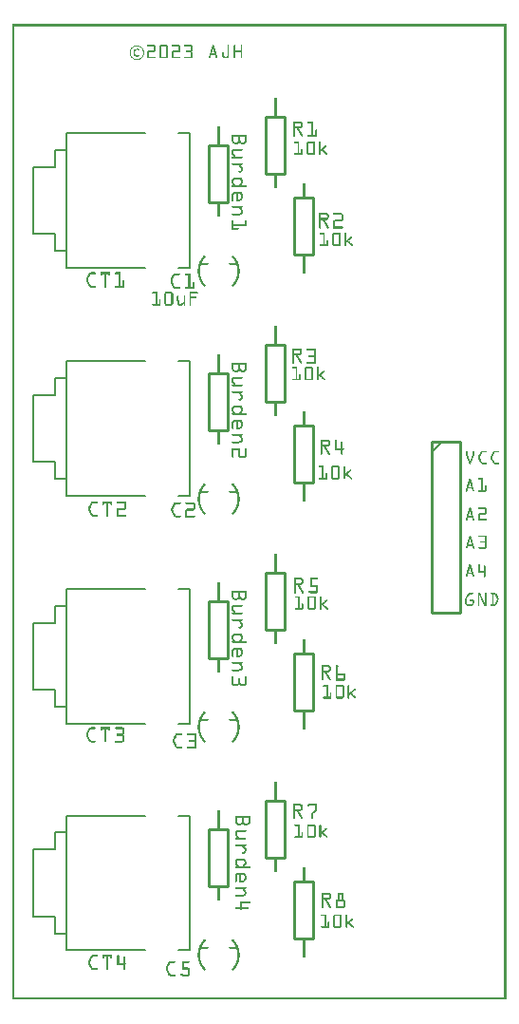
<source format=gto>
G04 MADE WITH FRITZING*
G04 WWW.FRITZING.ORG*
G04 DOUBLE SIDED*
G04 HOLES PLATED*
G04 CONTOUR ON CENTER OF CONTOUR VECTOR*
%ASAXBY*%
%FSLAX23Y23*%
%MOIN*%
%OFA0B0*%
%SFA1.0B1.0*%
%ADD10C,0.006944*%
%ADD11C,0.010000*%
%ADD12C,0.005000*%
%ADD13R,0.001000X0.001000*%
%LNSILK1*%
G90*
G70*
G54D10*
X624Y2241D02*
X624Y1769D01*
D02*
X191Y2241D02*
X191Y2182D01*
D02*
X191Y1828D02*
X191Y1769D01*
D02*
X151Y2182D02*
X151Y2123D01*
D02*
X151Y1887D02*
X151Y1828D01*
D02*
X151Y1828D02*
X191Y1828D01*
D02*
X151Y2182D02*
X191Y2182D01*
D02*
X73Y2123D02*
X73Y1887D01*
D02*
X73Y1887D02*
X151Y1887D01*
D02*
X73Y2123D02*
X151Y2123D01*
D02*
X191Y2241D02*
X466Y2241D01*
D02*
X624Y2241D02*
X584Y2241D01*
D02*
X191Y2241D02*
X191Y1769D01*
D02*
X191Y1769D02*
X466Y1769D01*
D02*
X624Y1769D02*
X584Y1769D01*
D02*
X624Y1441D02*
X624Y969D01*
D02*
X191Y1441D02*
X191Y1382D01*
D02*
X191Y1028D02*
X191Y969D01*
D02*
X151Y1382D02*
X151Y1323D01*
D02*
X151Y1087D02*
X151Y1028D01*
D02*
X151Y1028D02*
X191Y1028D01*
D02*
X151Y1382D02*
X191Y1382D01*
D02*
X73Y1323D02*
X73Y1087D01*
D02*
X73Y1087D02*
X151Y1087D01*
D02*
X73Y1323D02*
X151Y1323D01*
D02*
X191Y1441D02*
X466Y1441D01*
D02*
X624Y1441D02*
X584Y1441D01*
D02*
X191Y1441D02*
X191Y969D01*
D02*
X191Y969D02*
X466Y969D01*
D02*
X624Y969D02*
X584Y969D01*
D02*
X624Y3041D02*
X624Y2569D01*
D02*
X191Y3041D02*
X191Y2982D01*
D02*
X191Y2628D02*
X191Y2569D01*
D02*
X151Y2982D02*
X151Y2923D01*
D02*
X151Y2687D02*
X151Y2628D01*
D02*
X151Y2628D02*
X191Y2628D01*
D02*
X151Y2982D02*
X191Y2982D01*
D02*
X73Y2923D02*
X73Y2687D01*
D02*
X73Y2687D02*
X151Y2687D01*
D02*
X73Y2923D02*
X151Y2923D01*
D02*
X191Y3041D02*
X466Y3041D01*
D02*
X624Y3041D02*
X584Y3041D01*
D02*
X191Y3041D02*
X191Y2569D01*
D02*
X191Y2569D02*
X466Y2569D01*
D02*
X624Y2569D02*
X584Y2569D01*
G54D11*
D02*
X758Y2197D02*
X758Y1997D01*
D02*
X758Y1997D02*
X692Y1997D01*
D02*
X692Y1997D02*
X692Y2197D01*
D02*
X692Y2197D02*
X758Y2197D01*
D02*
X758Y1397D02*
X758Y1197D01*
D02*
X758Y1197D02*
X692Y1197D01*
D02*
X692Y1197D02*
X692Y1397D01*
D02*
X692Y1397D02*
X758Y1397D01*
D02*
X758Y2997D02*
X758Y2797D01*
D02*
X758Y2797D02*
X692Y2797D01*
D02*
X692Y2797D02*
X692Y2997D01*
D02*
X692Y2997D02*
X758Y2997D01*
D02*
X958Y2297D02*
X958Y2097D01*
D02*
X958Y2097D02*
X892Y2097D01*
D02*
X892Y2097D02*
X892Y2297D01*
D02*
X892Y2297D02*
X958Y2297D01*
D02*
X958Y1497D02*
X958Y1297D01*
D02*
X958Y1297D02*
X892Y1297D01*
D02*
X892Y1297D02*
X892Y1497D01*
D02*
X892Y1497D02*
X958Y1497D01*
D02*
X958Y3097D02*
X958Y2897D01*
D02*
X958Y2897D02*
X892Y2897D01*
D02*
X892Y2897D02*
X892Y3097D01*
D02*
X892Y3097D02*
X958Y3097D01*
D02*
X992Y1816D02*
X992Y2016D01*
D02*
X992Y2016D02*
X1058Y2016D01*
D02*
X1058Y2016D02*
X1058Y1816D01*
D02*
X1058Y1816D02*
X992Y1816D01*
D02*
X992Y1016D02*
X992Y1216D01*
D02*
X992Y1216D02*
X1058Y1216D01*
D02*
X1058Y1216D02*
X1058Y1016D01*
D02*
X1058Y1016D02*
X992Y1016D01*
D02*
X992Y2616D02*
X992Y2816D01*
D02*
X992Y2816D02*
X1058Y2816D01*
D02*
X1058Y2816D02*
X1058Y2616D01*
D02*
X1058Y2616D02*
X992Y2616D01*
D02*
X1475Y1957D02*
X1475Y1357D01*
D02*
X1475Y1357D02*
X1575Y1357D01*
D02*
X1575Y1357D02*
X1575Y1957D01*
D02*
X1575Y1957D02*
X1475Y1957D01*
G54D12*
D02*
X1475Y1922D02*
X1510Y1957D01*
G54D10*
D02*
X624Y646D02*
X624Y174D01*
D02*
X191Y646D02*
X191Y587D01*
D02*
X191Y233D02*
X191Y174D01*
D02*
X151Y587D02*
X151Y528D01*
D02*
X151Y292D02*
X151Y233D01*
D02*
X151Y233D02*
X191Y233D01*
D02*
X151Y587D02*
X191Y587D01*
D02*
X73Y528D02*
X73Y292D01*
D02*
X73Y292D02*
X151Y292D01*
D02*
X73Y528D02*
X151Y528D01*
D02*
X191Y646D02*
X466Y646D01*
D02*
X624Y646D02*
X584Y646D01*
D02*
X191Y646D02*
X191Y174D01*
D02*
X191Y174D02*
X466Y174D01*
D02*
X624Y174D02*
X584Y174D01*
G54D11*
D02*
X758Y597D02*
X758Y397D01*
D02*
X758Y397D02*
X692Y397D01*
D02*
X692Y397D02*
X692Y597D01*
D02*
X692Y597D02*
X758Y597D01*
D02*
X958Y697D02*
X958Y497D01*
D02*
X958Y497D02*
X892Y497D01*
D02*
X892Y497D02*
X892Y697D01*
D02*
X892Y697D02*
X958Y697D01*
D02*
X992Y216D02*
X992Y416D01*
D02*
X992Y416D02*
X1058Y416D01*
D02*
X1058Y416D02*
X1058Y216D01*
D02*
X1058Y216D02*
X992Y216D01*
G54D13*
X1Y3424D02*
X1736Y3424D01*
X1Y3423D02*
X1736Y3423D01*
X1Y3422D02*
X1736Y3422D01*
X1Y3421D02*
X1736Y3421D01*
X1Y3420D02*
X1736Y3420D01*
X1Y3419D02*
X1736Y3419D01*
X1Y3418D02*
X1736Y3418D01*
X1Y3417D02*
X1736Y3417D01*
X1Y3416D02*
X8Y3416D01*
X1729Y3416D02*
X1736Y3416D01*
X1Y3415D02*
X8Y3415D01*
X1729Y3415D02*
X1736Y3415D01*
X1Y3414D02*
X8Y3414D01*
X1729Y3414D02*
X1736Y3414D01*
X1Y3413D02*
X8Y3413D01*
X1729Y3413D02*
X1736Y3413D01*
X1Y3412D02*
X8Y3412D01*
X1729Y3412D02*
X1736Y3412D01*
X1Y3411D02*
X8Y3411D01*
X1729Y3411D02*
X1736Y3411D01*
X1Y3410D02*
X8Y3410D01*
X1729Y3410D02*
X1736Y3410D01*
X1Y3409D02*
X8Y3409D01*
X1729Y3409D02*
X1736Y3409D01*
X1Y3408D02*
X8Y3408D01*
X1729Y3408D02*
X1736Y3408D01*
X1Y3407D02*
X8Y3407D01*
X1729Y3407D02*
X1736Y3407D01*
X1Y3406D02*
X8Y3406D01*
X1729Y3406D02*
X1736Y3406D01*
X1Y3405D02*
X8Y3405D01*
X1729Y3405D02*
X1736Y3405D01*
X1Y3404D02*
X8Y3404D01*
X1729Y3404D02*
X1736Y3404D01*
X1Y3403D02*
X8Y3403D01*
X1729Y3403D02*
X1736Y3403D01*
X1Y3402D02*
X8Y3402D01*
X1729Y3402D02*
X1736Y3402D01*
X1Y3401D02*
X8Y3401D01*
X1729Y3401D02*
X1736Y3401D01*
X1Y3400D02*
X8Y3400D01*
X1729Y3400D02*
X1736Y3400D01*
X1Y3399D02*
X8Y3399D01*
X1729Y3399D02*
X1736Y3399D01*
X1Y3398D02*
X8Y3398D01*
X1729Y3398D02*
X1736Y3398D01*
X1Y3397D02*
X8Y3397D01*
X1729Y3397D02*
X1736Y3397D01*
X1Y3396D02*
X8Y3396D01*
X1729Y3396D02*
X1736Y3396D01*
X1Y3395D02*
X8Y3395D01*
X1729Y3395D02*
X1736Y3395D01*
X1Y3394D02*
X8Y3394D01*
X1729Y3394D02*
X1736Y3394D01*
X1Y3393D02*
X8Y3393D01*
X1729Y3393D02*
X1736Y3393D01*
X1Y3392D02*
X8Y3392D01*
X1729Y3392D02*
X1736Y3392D01*
X1Y3391D02*
X8Y3391D01*
X1729Y3391D02*
X1736Y3391D01*
X1Y3390D02*
X8Y3390D01*
X1729Y3390D02*
X1736Y3390D01*
X1Y3389D02*
X8Y3389D01*
X1729Y3389D02*
X1736Y3389D01*
X1Y3388D02*
X8Y3388D01*
X1729Y3388D02*
X1736Y3388D01*
X1Y3387D02*
X8Y3387D01*
X1729Y3387D02*
X1736Y3387D01*
X1Y3386D02*
X8Y3386D01*
X1729Y3386D02*
X1736Y3386D01*
X1Y3385D02*
X8Y3385D01*
X1729Y3385D02*
X1736Y3385D01*
X1Y3384D02*
X8Y3384D01*
X1729Y3384D02*
X1736Y3384D01*
X1Y3383D02*
X8Y3383D01*
X1729Y3383D02*
X1736Y3383D01*
X1Y3382D02*
X8Y3382D01*
X1729Y3382D02*
X1736Y3382D01*
X1Y3381D02*
X8Y3381D01*
X1729Y3381D02*
X1736Y3381D01*
X1Y3380D02*
X8Y3380D01*
X1729Y3380D02*
X1736Y3380D01*
X1Y3379D02*
X8Y3379D01*
X1729Y3379D02*
X1736Y3379D01*
X1Y3378D02*
X8Y3378D01*
X1729Y3378D02*
X1736Y3378D01*
X1Y3377D02*
X8Y3377D01*
X1729Y3377D02*
X1736Y3377D01*
X1Y3376D02*
X8Y3376D01*
X1729Y3376D02*
X1736Y3376D01*
X1Y3375D02*
X8Y3375D01*
X1729Y3375D02*
X1736Y3375D01*
X1Y3374D02*
X8Y3374D01*
X1729Y3374D02*
X1736Y3374D01*
X1Y3373D02*
X8Y3373D01*
X1729Y3373D02*
X1736Y3373D01*
X1Y3372D02*
X8Y3372D01*
X1729Y3372D02*
X1736Y3372D01*
X1Y3371D02*
X8Y3371D01*
X1729Y3371D02*
X1736Y3371D01*
X1Y3370D02*
X8Y3370D01*
X1729Y3370D02*
X1736Y3370D01*
X1Y3369D02*
X8Y3369D01*
X1729Y3369D02*
X1736Y3369D01*
X1Y3368D02*
X8Y3368D01*
X1729Y3368D02*
X1736Y3368D01*
X1Y3367D02*
X8Y3367D01*
X1729Y3367D02*
X1736Y3367D01*
X1Y3366D02*
X8Y3366D01*
X1729Y3366D02*
X1736Y3366D01*
X1Y3365D02*
X8Y3365D01*
X1729Y3365D02*
X1736Y3365D01*
X1Y3364D02*
X8Y3364D01*
X1729Y3364D02*
X1736Y3364D01*
X1Y3363D02*
X8Y3363D01*
X1729Y3363D02*
X1736Y3363D01*
X1Y3362D02*
X8Y3362D01*
X1729Y3362D02*
X1736Y3362D01*
X1Y3361D02*
X8Y3361D01*
X1729Y3361D02*
X1736Y3361D01*
X1Y3360D02*
X8Y3360D01*
X1729Y3360D02*
X1736Y3360D01*
X1Y3359D02*
X8Y3359D01*
X1729Y3359D02*
X1736Y3359D01*
X1Y3358D02*
X8Y3358D01*
X1729Y3358D02*
X1736Y3358D01*
X1Y3357D02*
X8Y3357D01*
X1729Y3357D02*
X1736Y3357D01*
X1Y3356D02*
X8Y3356D01*
X1729Y3356D02*
X1736Y3356D01*
X1Y3355D02*
X8Y3355D01*
X1729Y3355D02*
X1736Y3355D01*
X1Y3354D02*
X8Y3354D01*
X1729Y3354D02*
X1736Y3354D01*
X1Y3353D02*
X8Y3353D01*
X1729Y3353D02*
X1736Y3353D01*
X1Y3352D02*
X8Y3352D01*
X1729Y3352D02*
X1736Y3352D01*
X1Y3351D02*
X8Y3351D01*
X1729Y3351D02*
X1736Y3351D01*
X1Y3350D02*
X8Y3350D01*
X474Y3350D02*
X499Y3350D01*
X520Y3350D02*
X543Y3350D01*
X562Y3350D02*
X587Y3350D01*
X605Y3350D02*
X630Y3350D01*
X704Y3350D02*
X708Y3350D01*
X757Y3350D02*
X760Y3350D01*
X780Y3350D02*
X783Y3350D01*
X804Y3350D02*
X807Y3350D01*
X1729Y3350D02*
X1736Y3350D01*
X1Y3349D02*
X8Y3349D01*
X474Y3349D02*
X501Y3349D01*
X519Y3349D02*
X544Y3349D01*
X561Y3349D02*
X588Y3349D01*
X605Y3349D02*
X632Y3349D01*
X704Y3349D02*
X708Y3349D01*
X756Y3349D02*
X761Y3349D01*
X779Y3349D02*
X783Y3349D01*
X803Y3349D02*
X808Y3349D01*
X1729Y3349D02*
X1736Y3349D01*
X1Y3348D02*
X8Y3348D01*
X433Y3348D02*
X443Y3348D01*
X474Y3348D02*
X502Y3348D01*
X518Y3348D02*
X545Y3348D01*
X561Y3348D02*
X589Y3348D01*
X604Y3348D02*
X632Y3348D01*
X703Y3348D02*
X709Y3348D01*
X756Y3348D02*
X761Y3348D01*
X779Y3348D02*
X784Y3348D01*
X803Y3348D02*
X808Y3348D01*
X1729Y3348D02*
X1736Y3348D01*
X1Y3347D02*
X8Y3347D01*
X429Y3347D02*
X446Y3347D01*
X474Y3347D02*
X502Y3347D01*
X518Y3347D02*
X546Y3347D01*
X561Y3347D02*
X589Y3347D01*
X604Y3347D02*
X633Y3347D01*
X703Y3347D02*
X709Y3347D01*
X756Y3347D02*
X761Y3347D01*
X779Y3347D02*
X784Y3347D01*
X803Y3347D02*
X808Y3347D01*
X1729Y3347D02*
X1736Y3347D01*
X1Y3346D02*
X8Y3346D01*
X427Y3346D02*
X449Y3346D01*
X474Y3346D02*
X503Y3346D01*
X517Y3346D02*
X546Y3346D01*
X561Y3346D02*
X590Y3346D01*
X605Y3346D02*
X633Y3346D01*
X703Y3346D02*
X709Y3346D01*
X756Y3346D02*
X761Y3346D01*
X779Y3346D02*
X784Y3346D01*
X803Y3346D02*
X808Y3346D01*
X1729Y3346D02*
X1736Y3346D01*
X1Y3345D02*
X8Y3345D01*
X426Y3345D02*
X434Y3345D01*
X442Y3345D02*
X450Y3345D01*
X476Y3345D02*
X503Y3345D01*
X517Y3345D02*
X546Y3345D01*
X563Y3345D02*
X590Y3345D01*
X606Y3345D02*
X633Y3345D01*
X702Y3345D02*
X710Y3345D01*
X756Y3345D02*
X761Y3345D01*
X779Y3345D02*
X784Y3345D01*
X803Y3345D02*
X808Y3345D01*
X1729Y3345D02*
X1736Y3345D01*
X1Y3344D02*
X8Y3344D01*
X424Y3344D02*
X430Y3344D01*
X446Y3344D02*
X452Y3344D01*
X498Y3344D02*
X503Y3344D01*
X517Y3344D02*
X522Y3344D01*
X541Y3344D02*
X546Y3344D01*
X585Y3344D02*
X590Y3344D01*
X628Y3344D02*
X633Y3344D01*
X702Y3344D02*
X710Y3344D01*
X756Y3344D02*
X761Y3344D01*
X779Y3344D02*
X784Y3344D01*
X803Y3344D02*
X808Y3344D01*
X1729Y3344D02*
X1736Y3344D01*
X1Y3343D02*
X8Y3343D01*
X423Y3343D02*
X428Y3343D01*
X448Y3343D02*
X453Y3343D01*
X498Y3343D02*
X503Y3343D01*
X517Y3343D02*
X522Y3343D01*
X541Y3343D02*
X546Y3343D01*
X585Y3343D02*
X590Y3343D01*
X628Y3343D02*
X633Y3343D01*
X702Y3343D02*
X710Y3343D01*
X756Y3343D02*
X761Y3343D01*
X779Y3343D02*
X784Y3343D01*
X803Y3343D02*
X808Y3343D01*
X1729Y3343D02*
X1736Y3343D01*
X1Y3342D02*
X8Y3342D01*
X421Y3342D02*
X426Y3342D01*
X450Y3342D02*
X454Y3342D01*
X498Y3342D02*
X503Y3342D01*
X517Y3342D02*
X522Y3342D01*
X541Y3342D02*
X546Y3342D01*
X585Y3342D02*
X590Y3342D01*
X628Y3342D02*
X633Y3342D01*
X702Y3342D02*
X710Y3342D01*
X756Y3342D02*
X761Y3342D01*
X779Y3342D02*
X784Y3342D01*
X803Y3342D02*
X808Y3342D01*
X1729Y3342D02*
X1736Y3342D01*
X1Y3341D02*
X8Y3341D01*
X420Y3341D02*
X424Y3341D01*
X452Y3341D02*
X456Y3341D01*
X498Y3341D02*
X503Y3341D01*
X517Y3341D02*
X522Y3341D01*
X541Y3341D02*
X546Y3341D01*
X585Y3341D02*
X590Y3341D01*
X628Y3341D02*
X633Y3341D01*
X701Y3341D02*
X711Y3341D01*
X756Y3341D02*
X761Y3341D01*
X779Y3341D02*
X784Y3341D01*
X803Y3341D02*
X808Y3341D01*
X1729Y3341D02*
X1736Y3341D01*
X1Y3340D02*
X8Y3340D01*
X419Y3340D02*
X423Y3340D01*
X453Y3340D02*
X456Y3340D01*
X498Y3340D02*
X503Y3340D01*
X517Y3340D02*
X522Y3340D01*
X541Y3340D02*
X546Y3340D01*
X585Y3340D02*
X590Y3340D01*
X628Y3340D02*
X633Y3340D01*
X701Y3340D02*
X711Y3340D01*
X756Y3340D02*
X761Y3340D01*
X779Y3340D02*
X784Y3340D01*
X803Y3340D02*
X808Y3340D01*
X1729Y3340D02*
X1736Y3340D01*
X1Y3339D02*
X8Y3339D01*
X419Y3339D02*
X422Y3339D01*
X454Y3339D02*
X457Y3339D01*
X498Y3339D02*
X503Y3339D01*
X517Y3339D02*
X522Y3339D01*
X541Y3339D02*
X546Y3339D01*
X585Y3339D02*
X590Y3339D01*
X628Y3339D02*
X633Y3339D01*
X701Y3339D02*
X711Y3339D01*
X756Y3339D02*
X761Y3339D01*
X779Y3339D02*
X784Y3339D01*
X803Y3339D02*
X808Y3339D01*
X1729Y3339D02*
X1736Y3339D01*
X1Y3338D02*
X8Y3338D01*
X418Y3338D02*
X421Y3338D01*
X455Y3338D02*
X458Y3338D01*
X498Y3338D02*
X503Y3338D01*
X517Y3338D02*
X522Y3338D01*
X541Y3338D02*
X546Y3338D01*
X585Y3338D02*
X590Y3338D01*
X628Y3338D02*
X633Y3338D01*
X700Y3338D02*
X712Y3338D01*
X756Y3338D02*
X761Y3338D01*
X779Y3338D02*
X784Y3338D01*
X803Y3338D02*
X808Y3338D01*
X1729Y3338D02*
X1736Y3338D01*
X1Y3337D02*
X8Y3337D01*
X417Y3337D02*
X420Y3337D01*
X436Y3337D02*
X442Y3337D01*
X456Y3337D02*
X459Y3337D01*
X498Y3337D02*
X503Y3337D01*
X517Y3337D02*
X522Y3337D01*
X541Y3337D02*
X546Y3337D01*
X585Y3337D02*
X590Y3337D01*
X628Y3337D02*
X633Y3337D01*
X700Y3337D02*
X712Y3337D01*
X756Y3337D02*
X761Y3337D01*
X779Y3337D02*
X784Y3337D01*
X803Y3337D02*
X808Y3337D01*
X1729Y3337D02*
X1736Y3337D01*
X1Y3336D02*
X8Y3336D01*
X416Y3336D02*
X420Y3336D01*
X433Y3336D02*
X445Y3336D01*
X456Y3336D02*
X459Y3336D01*
X498Y3336D02*
X503Y3336D01*
X517Y3336D02*
X522Y3336D01*
X541Y3336D02*
X546Y3336D01*
X585Y3336D02*
X590Y3336D01*
X628Y3336D02*
X633Y3336D01*
X700Y3336D02*
X705Y3336D01*
X707Y3336D02*
X712Y3336D01*
X756Y3336D02*
X761Y3336D01*
X779Y3336D02*
X784Y3336D01*
X803Y3336D02*
X808Y3336D01*
X1729Y3336D02*
X1736Y3336D01*
X1Y3335D02*
X8Y3335D01*
X416Y3335D02*
X419Y3335D01*
X431Y3335D02*
X447Y3335D01*
X457Y3335D02*
X460Y3335D01*
X498Y3335D02*
X503Y3335D01*
X517Y3335D02*
X522Y3335D01*
X541Y3335D02*
X546Y3335D01*
X585Y3335D02*
X590Y3335D01*
X628Y3335D02*
X633Y3335D01*
X700Y3335D02*
X705Y3335D01*
X707Y3335D02*
X712Y3335D01*
X756Y3335D02*
X761Y3335D01*
X779Y3335D02*
X784Y3335D01*
X803Y3335D02*
X808Y3335D01*
X1729Y3335D02*
X1736Y3335D01*
X1Y3334D02*
X8Y3334D01*
X415Y3334D02*
X418Y3334D01*
X430Y3334D02*
X447Y3334D01*
X458Y3334D02*
X461Y3334D01*
X498Y3334D02*
X503Y3334D01*
X517Y3334D02*
X522Y3334D01*
X541Y3334D02*
X546Y3334D01*
X585Y3334D02*
X590Y3334D01*
X628Y3334D02*
X633Y3334D01*
X699Y3334D02*
X705Y3334D01*
X707Y3334D02*
X713Y3334D01*
X756Y3334D02*
X761Y3334D01*
X779Y3334D02*
X784Y3334D01*
X803Y3334D02*
X808Y3334D01*
X1729Y3334D02*
X1736Y3334D01*
X1Y3333D02*
X8Y3333D01*
X415Y3333D02*
X418Y3333D01*
X429Y3333D02*
X437Y3333D01*
X440Y3333D02*
X447Y3333D01*
X458Y3333D02*
X461Y3333D01*
X498Y3333D02*
X503Y3333D01*
X517Y3333D02*
X522Y3333D01*
X541Y3333D02*
X546Y3333D01*
X585Y3333D02*
X590Y3333D01*
X628Y3333D02*
X633Y3333D01*
X699Y3333D02*
X704Y3333D01*
X708Y3333D02*
X713Y3333D01*
X756Y3333D02*
X761Y3333D01*
X779Y3333D02*
X784Y3333D01*
X803Y3333D02*
X808Y3333D01*
X1729Y3333D02*
X1736Y3333D01*
X1Y3332D02*
X8Y3332D01*
X414Y3332D02*
X417Y3332D01*
X428Y3332D02*
X434Y3332D01*
X444Y3332D02*
X447Y3332D01*
X459Y3332D02*
X461Y3332D01*
X498Y3332D02*
X503Y3332D01*
X517Y3332D02*
X522Y3332D01*
X541Y3332D02*
X546Y3332D01*
X585Y3332D02*
X590Y3332D01*
X628Y3332D02*
X633Y3332D01*
X699Y3332D02*
X704Y3332D01*
X708Y3332D02*
X713Y3332D01*
X756Y3332D02*
X761Y3332D01*
X779Y3332D02*
X784Y3332D01*
X803Y3332D02*
X808Y3332D01*
X1729Y3332D02*
X1736Y3332D01*
X1Y3331D02*
X8Y3331D01*
X414Y3331D02*
X417Y3331D01*
X428Y3331D02*
X433Y3331D01*
X446Y3331D02*
X447Y3331D01*
X459Y3331D02*
X462Y3331D01*
X498Y3331D02*
X503Y3331D01*
X517Y3331D02*
X522Y3331D01*
X541Y3331D02*
X546Y3331D01*
X585Y3331D02*
X590Y3331D01*
X627Y3331D02*
X633Y3331D01*
X698Y3331D02*
X704Y3331D01*
X708Y3331D02*
X714Y3331D01*
X756Y3331D02*
X761Y3331D01*
X779Y3331D02*
X784Y3331D01*
X803Y3331D02*
X808Y3331D01*
X1729Y3331D02*
X1736Y3331D01*
X1Y3330D02*
X8Y3330D01*
X414Y3330D02*
X417Y3330D01*
X427Y3330D02*
X432Y3330D01*
X459Y3330D02*
X462Y3330D01*
X478Y3330D02*
X503Y3330D01*
X517Y3330D02*
X522Y3330D01*
X541Y3330D02*
X546Y3330D01*
X565Y3330D02*
X590Y3330D01*
X612Y3330D02*
X633Y3330D01*
X698Y3330D02*
X703Y3330D01*
X708Y3330D02*
X714Y3330D01*
X756Y3330D02*
X761Y3330D01*
X779Y3330D02*
X808Y3330D01*
X1729Y3330D02*
X1736Y3330D01*
X1Y3329D02*
X8Y3329D01*
X414Y3329D02*
X416Y3329D01*
X427Y3329D02*
X432Y3329D01*
X460Y3329D02*
X462Y3329D01*
X476Y3329D02*
X502Y3329D01*
X517Y3329D02*
X522Y3329D01*
X541Y3329D02*
X546Y3329D01*
X563Y3329D02*
X590Y3329D01*
X611Y3329D02*
X632Y3329D01*
X698Y3329D02*
X703Y3329D01*
X709Y3329D02*
X714Y3329D01*
X756Y3329D02*
X761Y3329D01*
X779Y3329D02*
X808Y3329D01*
X1729Y3329D02*
X1736Y3329D01*
X1Y3328D02*
X8Y3328D01*
X413Y3328D02*
X416Y3328D01*
X427Y3328D02*
X431Y3328D01*
X460Y3328D02*
X463Y3328D01*
X475Y3328D02*
X502Y3328D01*
X517Y3328D02*
X522Y3328D01*
X541Y3328D02*
X546Y3328D01*
X562Y3328D02*
X589Y3328D01*
X610Y3328D02*
X632Y3328D01*
X697Y3328D02*
X703Y3328D01*
X709Y3328D02*
X714Y3328D01*
X756Y3328D02*
X761Y3328D01*
X779Y3328D02*
X808Y3328D01*
X1729Y3328D02*
X1736Y3328D01*
X1Y3327D02*
X8Y3327D01*
X413Y3327D02*
X416Y3327D01*
X426Y3327D02*
X431Y3327D01*
X460Y3327D02*
X463Y3327D01*
X474Y3327D02*
X501Y3327D01*
X517Y3327D02*
X522Y3327D01*
X541Y3327D02*
X546Y3327D01*
X561Y3327D02*
X589Y3327D01*
X610Y3327D02*
X631Y3327D01*
X697Y3327D02*
X703Y3327D01*
X709Y3327D02*
X715Y3327D01*
X756Y3327D02*
X761Y3327D01*
X779Y3327D02*
X808Y3327D01*
X1729Y3327D02*
X1736Y3327D01*
X1Y3326D02*
X8Y3326D01*
X413Y3326D02*
X416Y3326D01*
X426Y3326D02*
X431Y3326D01*
X460Y3326D02*
X463Y3326D01*
X474Y3326D02*
X501Y3326D01*
X517Y3326D02*
X522Y3326D01*
X541Y3326D02*
X546Y3326D01*
X561Y3326D02*
X588Y3326D01*
X611Y3326D02*
X632Y3326D01*
X697Y3326D02*
X702Y3326D01*
X710Y3326D02*
X715Y3326D01*
X756Y3326D02*
X761Y3326D01*
X779Y3326D02*
X808Y3326D01*
X1729Y3326D02*
X1736Y3326D01*
X1Y3325D02*
X8Y3325D01*
X413Y3325D02*
X415Y3325D01*
X426Y3325D02*
X431Y3325D01*
X461Y3325D02*
X463Y3325D01*
X474Y3325D02*
X499Y3325D01*
X517Y3325D02*
X522Y3325D01*
X541Y3325D02*
X546Y3325D01*
X561Y3325D02*
X586Y3325D01*
X611Y3325D02*
X633Y3325D01*
X697Y3325D02*
X702Y3325D01*
X710Y3325D02*
X715Y3325D01*
X740Y3325D02*
X741Y3325D01*
X756Y3325D02*
X761Y3325D01*
X779Y3325D02*
X808Y3325D01*
X1729Y3325D02*
X1736Y3325D01*
X1Y3324D02*
X8Y3324D01*
X413Y3324D02*
X415Y3324D01*
X426Y3324D02*
X431Y3324D01*
X461Y3324D02*
X463Y3324D01*
X473Y3324D02*
X479Y3324D01*
X517Y3324D02*
X522Y3324D01*
X541Y3324D02*
X546Y3324D01*
X561Y3324D02*
X566Y3324D01*
X626Y3324D02*
X633Y3324D01*
X696Y3324D02*
X702Y3324D01*
X710Y3324D02*
X716Y3324D01*
X739Y3324D02*
X742Y3324D01*
X756Y3324D02*
X761Y3324D01*
X779Y3324D02*
X784Y3324D01*
X802Y3324D02*
X808Y3324D01*
X1729Y3324D02*
X1736Y3324D01*
X1Y3323D02*
X8Y3323D01*
X413Y3323D02*
X415Y3323D01*
X426Y3323D02*
X431Y3323D01*
X461Y3323D02*
X463Y3323D01*
X473Y3323D02*
X479Y3323D01*
X517Y3323D02*
X522Y3323D01*
X541Y3323D02*
X546Y3323D01*
X561Y3323D02*
X566Y3323D01*
X628Y3323D02*
X633Y3323D01*
X696Y3323D02*
X701Y3323D01*
X711Y3323D02*
X716Y3323D01*
X738Y3323D02*
X743Y3323D01*
X756Y3323D02*
X761Y3323D01*
X779Y3323D02*
X784Y3323D01*
X803Y3323D02*
X808Y3323D01*
X1729Y3323D02*
X1736Y3323D01*
X1Y3322D02*
X8Y3322D01*
X413Y3322D02*
X415Y3322D01*
X426Y3322D02*
X431Y3322D01*
X461Y3322D02*
X463Y3322D01*
X473Y3322D02*
X479Y3322D01*
X517Y3322D02*
X522Y3322D01*
X541Y3322D02*
X546Y3322D01*
X561Y3322D02*
X566Y3322D01*
X628Y3322D02*
X633Y3322D01*
X696Y3322D02*
X701Y3322D01*
X711Y3322D02*
X716Y3322D01*
X738Y3322D02*
X743Y3322D01*
X756Y3322D02*
X761Y3322D01*
X779Y3322D02*
X784Y3322D01*
X803Y3322D02*
X808Y3322D01*
X1729Y3322D02*
X1736Y3322D01*
X1Y3321D02*
X8Y3321D01*
X413Y3321D02*
X415Y3321D01*
X426Y3321D02*
X431Y3321D01*
X461Y3321D02*
X463Y3321D01*
X473Y3321D02*
X479Y3321D01*
X517Y3321D02*
X522Y3321D01*
X541Y3321D02*
X546Y3321D01*
X561Y3321D02*
X566Y3321D01*
X628Y3321D02*
X633Y3321D01*
X695Y3321D02*
X701Y3321D01*
X711Y3321D02*
X717Y3321D01*
X738Y3321D02*
X743Y3321D01*
X756Y3321D02*
X761Y3321D01*
X779Y3321D02*
X784Y3321D01*
X803Y3321D02*
X808Y3321D01*
X1729Y3321D02*
X1736Y3321D01*
X1Y3320D02*
X8Y3320D01*
X413Y3320D02*
X416Y3320D01*
X426Y3320D02*
X431Y3320D01*
X460Y3320D02*
X463Y3320D01*
X473Y3320D02*
X479Y3320D01*
X517Y3320D02*
X522Y3320D01*
X541Y3320D02*
X546Y3320D01*
X561Y3320D02*
X566Y3320D01*
X628Y3320D02*
X633Y3320D01*
X695Y3320D02*
X717Y3320D01*
X738Y3320D02*
X743Y3320D01*
X756Y3320D02*
X761Y3320D01*
X779Y3320D02*
X784Y3320D01*
X803Y3320D02*
X808Y3320D01*
X1729Y3320D02*
X1736Y3320D01*
X1Y3319D02*
X8Y3319D01*
X413Y3319D02*
X416Y3319D01*
X426Y3319D02*
X431Y3319D01*
X460Y3319D02*
X463Y3319D01*
X473Y3319D02*
X479Y3319D01*
X517Y3319D02*
X522Y3319D01*
X541Y3319D02*
X546Y3319D01*
X561Y3319D02*
X566Y3319D01*
X628Y3319D02*
X633Y3319D01*
X695Y3319D02*
X717Y3319D01*
X738Y3319D02*
X743Y3319D01*
X756Y3319D02*
X761Y3319D01*
X779Y3319D02*
X784Y3319D01*
X803Y3319D02*
X808Y3319D01*
X1729Y3319D02*
X1736Y3319D01*
X1Y3318D02*
X8Y3318D01*
X413Y3318D02*
X416Y3318D01*
X427Y3318D02*
X431Y3318D01*
X460Y3318D02*
X463Y3318D01*
X473Y3318D02*
X479Y3318D01*
X517Y3318D02*
X522Y3318D01*
X541Y3318D02*
X546Y3318D01*
X561Y3318D02*
X566Y3318D01*
X628Y3318D02*
X633Y3318D01*
X695Y3318D02*
X717Y3318D01*
X738Y3318D02*
X743Y3318D01*
X756Y3318D02*
X761Y3318D01*
X779Y3318D02*
X784Y3318D01*
X803Y3318D02*
X808Y3318D01*
X1729Y3318D02*
X1736Y3318D01*
X1Y3317D02*
X8Y3317D01*
X414Y3317D02*
X416Y3317D01*
X427Y3317D02*
X432Y3317D01*
X460Y3317D02*
X462Y3317D01*
X473Y3317D02*
X479Y3317D01*
X517Y3317D02*
X522Y3317D01*
X541Y3317D02*
X546Y3317D01*
X561Y3317D02*
X566Y3317D01*
X628Y3317D02*
X633Y3317D01*
X694Y3317D02*
X718Y3317D01*
X738Y3317D02*
X743Y3317D01*
X756Y3317D02*
X761Y3317D01*
X779Y3317D02*
X784Y3317D01*
X803Y3317D02*
X808Y3317D01*
X1729Y3317D02*
X1736Y3317D01*
X1Y3316D02*
X8Y3316D01*
X414Y3316D02*
X417Y3316D01*
X427Y3316D02*
X433Y3316D01*
X447Y3316D02*
X447Y3316D01*
X459Y3316D02*
X462Y3316D01*
X473Y3316D02*
X479Y3316D01*
X517Y3316D02*
X522Y3316D01*
X541Y3316D02*
X546Y3316D01*
X561Y3316D02*
X566Y3316D01*
X628Y3316D02*
X633Y3316D01*
X694Y3316D02*
X718Y3316D01*
X738Y3316D02*
X743Y3316D01*
X756Y3316D02*
X761Y3316D01*
X779Y3316D02*
X784Y3316D01*
X803Y3316D02*
X808Y3316D01*
X1729Y3316D02*
X1736Y3316D01*
X1Y3315D02*
X8Y3315D01*
X414Y3315D02*
X417Y3315D01*
X428Y3315D02*
X433Y3315D01*
X445Y3315D02*
X447Y3315D01*
X459Y3315D02*
X462Y3315D01*
X473Y3315D02*
X479Y3315D01*
X517Y3315D02*
X522Y3315D01*
X541Y3315D02*
X546Y3315D01*
X561Y3315D02*
X566Y3315D01*
X628Y3315D02*
X633Y3315D01*
X694Y3315D02*
X718Y3315D01*
X738Y3315D02*
X743Y3315D01*
X756Y3315D02*
X761Y3315D01*
X779Y3315D02*
X784Y3315D01*
X803Y3315D02*
X808Y3315D01*
X1729Y3315D02*
X1736Y3315D01*
X1Y3314D02*
X8Y3314D01*
X414Y3314D02*
X417Y3314D01*
X429Y3314D02*
X435Y3314D01*
X443Y3314D02*
X447Y3314D01*
X459Y3314D02*
X461Y3314D01*
X473Y3314D02*
X479Y3314D01*
X517Y3314D02*
X522Y3314D01*
X541Y3314D02*
X546Y3314D01*
X561Y3314D02*
X566Y3314D01*
X628Y3314D02*
X633Y3314D01*
X693Y3314D02*
X719Y3314D01*
X738Y3314D02*
X743Y3314D01*
X756Y3314D02*
X761Y3314D01*
X779Y3314D02*
X784Y3314D01*
X803Y3314D02*
X808Y3314D01*
X1729Y3314D02*
X1736Y3314D01*
X1Y3313D02*
X8Y3313D01*
X415Y3313D02*
X418Y3313D01*
X429Y3313D02*
X447Y3313D01*
X458Y3313D02*
X461Y3313D01*
X473Y3313D02*
X479Y3313D01*
X517Y3313D02*
X522Y3313D01*
X541Y3313D02*
X546Y3313D01*
X561Y3313D02*
X566Y3313D01*
X628Y3313D02*
X633Y3313D01*
X693Y3313D02*
X698Y3313D01*
X714Y3313D02*
X719Y3313D01*
X738Y3313D02*
X743Y3313D01*
X756Y3313D02*
X761Y3313D01*
X779Y3313D02*
X784Y3313D01*
X803Y3313D02*
X808Y3313D01*
X1729Y3313D02*
X1736Y3313D01*
X1Y3312D02*
X8Y3312D01*
X415Y3312D02*
X418Y3312D01*
X430Y3312D02*
X447Y3312D01*
X458Y3312D02*
X461Y3312D01*
X473Y3312D02*
X479Y3312D01*
X517Y3312D02*
X522Y3312D01*
X541Y3312D02*
X546Y3312D01*
X561Y3312D02*
X566Y3312D01*
X628Y3312D02*
X633Y3312D01*
X693Y3312D02*
X698Y3312D01*
X714Y3312D02*
X719Y3312D01*
X738Y3312D02*
X743Y3312D01*
X756Y3312D02*
X761Y3312D01*
X779Y3312D02*
X784Y3312D01*
X803Y3312D02*
X808Y3312D01*
X1729Y3312D02*
X1736Y3312D01*
X1Y3311D02*
X8Y3311D01*
X416Y3311D02*
X419Y3311D01*
X432Y3311D02*
X447Y3311D01*
X457Y3311D02*
X460Y3311D01*
X473Y3311D02*
X479Y3311D01*
X517Y3311D02*
X522Y3311D01*
X541Y3311D02*
X546Y3311D01*
X561Y3311D02*
X566Y3311D01*
X628Y3311D02*
X633Y3311D01*
X693Y3311D02*
X698Y3311D01*
X714Y3311D02*
X719Y3311D01*
X738Y3311D02*
X744Y3311D01*
X755Y3311D02*
X761Y3311D01*
X779Y3311D02*
X784Y3311D01*
X803Y3311D02*
X808Y3311D01*
X1729Y3311D02*
X1736Y3311D01*
X1Y3310D02*
X8Y3310D01*
X416Y3310D02*
X420Y3310D01*
X434Y3310D02*
X444Y3310D01*
X456Y3310D02*
X459Y3310D01*
X473Y3310D02*
X479Y3310D01*
X517Y3310D02*
X522Y3310D01*
X541Y3310D02*
X546Y3310D01*
X561Y3310D02*
X566Y3310D01*
X628Y3310D02*
X633Y3310D01*
X692Y3310D02*
X698Y3310D01*
X714Y3310D02*
X720Y3310D01*
X738Y3310D02*
X745Y3310D01*
X754Y3310D02*
X761Y3310D01*
X779Y3310D02*
X784Y3310D01*
X803Y3310D02*
X808Y3310D01*
X1729Y3310D02*
X1736Y3310D01*
X1Y3309D02*
X8Y3309D01*
X417Y3309D02*
X420Y3309D01*
X439Y3309D02*
X439Y3309D01*
X456Y3309D02*
X459Y3309D01*
X473Y3309D02*
X502Y3309D01*
X517Y3309D02*
X546Y3309D01*
X561Y3309D02*
X589Y3309D01*
X605Y3309D02*
X633Y3309D01*
X692Y3309D02*
X697Y3309D01*
X715Y3309D02*
X720Y3309D01*
X739Y3309D02*
X760Y3309D01*
X779Y3309D02*
X784Y3309D01*
X803Y3309D02*
X808Y3309D01*
X1729Y3309D02*
X1736Y3309D01*
X1Y3308D02*
X8Y3308D01*
X418Y3308D02*
X421Y3308D01*
X455Y3308D02*
X458Y3308D01*
X473Y3308D02*
X502Y3308D01*
X517Y3308D02*
X546Y3308D01*
X561Y3308D02*
X589Y3308D01*
X605Y3308D02*
X633Y3308D01*
X692Y3308D02*
X697Y3308D01*
X715Y3308D02*
X720Y3308D01*
X739Y3308D02*
X760Y3308D01*
X779Y3308D02*
X784Y3308D01*
X803Y3308D02*
X808Y3308D01*
X1729Y3308D02*
X1736Y3308D01*
X1Y3307D02*
X8Y3307D01*
X419Y3307D02*
X422Y3307D01*
X454Y3307D02*
X457Y3307D01*
X473Y3307D02*
X503Y3307D01*
X518Y3307D02*
X545Y3307D01*
X561Y3307D02*
X590Y3307D01*
X604Y3307D02*
X633Y3307D01*
X691Y3307D02*
X697Y3307D01*
X715Y3307D02*
X721Y3307D01*
X740Y3307D02*
X759Y3307D01*
X779Y3307D02*
X784Y3307D01*
X803Y3307D02*
X808Y3307D01*
X1729Y3307D02*
X1736Y3307D01*
X1Y3306D02*
X8Y3306D01*
X420Y3306D02*
X423Y3306D01*
X453Y3306D02*
X456Y3306D01*
X473Y3306D02*
X503Y3306D01*
X519Y3306D02*
X545Y3306D01*
X561Y3306D02*
X590Y3306D01*
X604Y3306D02*
X632Y3306D01*
X691Y3306D02*
X696Y3306D01*
X716Y3306D02*
X721Y3306D01*
X741Y3306D02*
X758Y3306D01*
X779Y3306D02*
X784Y3306D01*
X803Y3306D02*
X808Y3306D01*
X1729Y3306D02*
X1736Y3306D01*
X1Y3305D02*
X8Y3305D01*
X420Y3305D02*
X425Y3305D01*
X452Y3305D02*
X456Y3305D01*
X473Y3305D02*
X502Y3305D01*
X520Y3305D02*
X544Y3305D01*
X561Y3305D02*
X589Y3305D01*
X605Y3305D02*
X631Y3305D01*
X692Y3305D02*
X696Y3305D01*
X716Y3305D02*
X720Y3305D01*
X742Y3305D02*
X757Y3305D01*
X779Y3305D02*
X783Y3305D01*
X803Y3305D02*
X807Y3305D01*
X1729Y3305D02*
X1736Y3305D01*
X1Y3304D02*
X8Y3304D01*
X422Y3304D02*
X426Y3304D01*
X450Y3304D02*
X454Y3304D01*
X474Y3304D02*
X501Y3304D01*
X521Y3304D02*
X542Y3304D01*
X561Y3304D02*
X588Y3304D01*
X606Y3304D02*
X629Y3304D01*
X693Y3304D02*
X695Y3304D01*
X717Y3304D02*
X719Y3304D01*
X745Y3304D02*
X754Y3304D01*
X780Y3304D02*
X782Y3304D01*
X804Y3304D02*
X806Y3304D01*
X1729Y3304D02*
X1736Y3304D01*
X1Y3303D02*
X8Y3303D01*
X423Y3303D02*
X428Y3303D01*
X448Y3303D02*
X453Y3303D01*
X1729Y3303D02*
X1736Y3303D01*
X1Y3302D02*
X8Y3302D01*
X424Y3302D02*
X430Y3302D01*
X446Y3302D02*
X452Y3302D01*
X1729Y3302D02*
X1736Y3302D01*
X1Y3301D02*
X8Y3301D01*
X426Y3301D02*
X434Y3301D01*
X442Y3301D02*
X450Y3301D01*
X1729Y3301D02*
X1736Y3301D01*
X1Y3300D02*
X8Y3300D01*
X427Y3300D02*
X449Y3300D01*
X1729Y3300D02*
X1736Y3300D01*
X1Y3299D02*
X8Y3299D01*
X430Y3299D02*
X446Y3299D01*
X1729Y3299D02*
X1736Y3299D01*
X1Y3298D02*
X8Y3298D01*
X433Y3298D02*
X443Y3298D01*
X1729Y3298D02*
X1736Y3298D01*
X1Y3297D02*
X8Y3297D01*
X1729Y3297D02*
X1736Y3297D01*
X1Y3296D02*
X8Y3296D01*
X1729Y3296D02*
X1736Y3296D01*
X1Y3295D02*
X8Y3295D01*
X1729Y3295D02*
X1736Y3295D01*
X1Y3294D02*
X8Y3294D01*
X1729Y3294D02*
X1736Y3294D01*
X1Y3293D02*
X8Y3293D01*
X1729Y3293D02*
X1736Y3293D01*
X1Y3292D02*
X8Y3292D01*
X1729Y3292D02*
X1736Y3292D01*
X1Y3291D02*
X8Y3291D01*
X1729Y3291D02*
X1736Y3291D01*
X1Y3290D02*
X8Y3290D01*
X1729Y3290D02*
X1736Y3290D01*
X1Y3289D02*
X8Y3289D01*
X1729Y3289D02*
X1736Y3289D01*
X1Y3288D02*
X8Y3288D01*
X1729Y3288D02*
X1736Y3288D01*
X1Y3287D02*
X8Y3287D01*
X1729Y3287D02*
X1736Y3287D01*
X1Y3286D02*
X8Y3286D01*
X1729Y3286D02*
X1736Y3286D01*
X1Y3285D02*
X8Y3285D01*
X1729Y3285D02*
X1736Y3285D01*
X1Y3284D02*
X8Y3284D01*
X1729Y3284D02*
X1736Y3284D01*
X1Y3283D02*
X8Y3283D01*
X1729Y3283D02*
X1736Y3283D01*
X1Y3282D02*
X8Y3282D01*
X1729Y3282D02*
X1736Y3282D01*
X1Y3281D02*
X8Y3281D01*
X1729Y3281D02*
X1736Y3281D01*
X1Y3280D02*
X8Y3280D01*
X1729Y3280D02*
X1736Y3280D01*
X1Y3279D02*
X8Y3279D01*
X1729Y3279D02*
X1736Y3279D01*
X1Y3278D02*
X8Y3278D01*
X1729Y3278D02*
X1736Y3278D01*
X1Y3277D02*
X8Y3277D01*
X1729Y3277D02*
X1736Y3277D01*
X1Y3276D02*
X8Y3276D01*
X1729Y3276D02*
X1736Y3276D01*
X1Y3275D02*
X8Y3275D01*
X1729Y3275D02*
X1736Y3275D01*
X1Y3274D02*
X8Y3274D01*
X1729Y3274D02*
X1736Y3274D01*
X1Y3273D02*
X8Y3273D01*
X1729Y3273D02*
X1736Y3273D01*
X1Y3272D02*
X8Y3272D01*
X1729Y3272D02*
X1736Y3272D01*
X1Y3271D02*
X8Y3271D01*
X1729Y3271D02*
X1736Y3271D01*
X1Y3270D02*
X8Y3270D01*
X1729Y3270D02*
X1736Y3270D01*
X1Y3269D02*
X8Y3269D01*
X1729Y3269D02*
X1736Y3269D01*
X1Y3268D02*
X8Y3268D01*
X1729Y3268D02*
X1736Y3268D01*
X1Y3267D02*
X8Y3267D01*
X1729Y3267D02*
X1736Y3267D01*
X1Y3266D02*
X8Y3266D01*
X1729Y3266D02*
X1736Y3266D01*
X1Y3265D02*
X8Y3265D01*
X1729Y3265D02*
X1736Y3265D01*
X1Y3264D02*
X8Y3264D01*
X1729Y3264D02*
X1736Y3264D01*
X1Y3263D02*
X8Y3263D01*
X1729Y3263D02*
X1736Y3263D01*
X1Y3262D02*
X8Y3262D01*
X1729Y3262D02*
X1736Y3262D01*
X1Y3261D02*
X8Y3261D01*
X1729Y3261D02*
X1736Y3261D01*
X1Y3260D02*
X8Y3260D01*
X1729Y3260D02*
X1736Y3260D01*
X1Y3259D02*
X8Y3259D01*
X1729Y3259D02*
X1736Y3259D01*
X1Y3258D02*
X8Y3258D01*
X1729Y3258D02*
X1736Y3258D01*
X1Y3257D02*
X8Y3257D01*
X1729Y3257D02*
X1736Y3257D01*
X1Y3256D02*
X8Y3256D01*
X1729Y3256D02*
X1736Y3256D01*
X1Y3255D02*
X8Y3255D01*
X1729Y3255D02*
X1736Y3255D01*
X1Y3254D02*
X8Y3254D01*
X1729Y3254D02*
X1736Y3254D01*
X1Y3253D02*
X8Y3253D01*
X1729Y3253D02*
X1736Y3253D01*
X1Y3252D02*
X8Y3252D01*
X1729Y3252D02*
X1736Y3252D01*
X1Y3251D02*
X8Y3251D01*
X1729Y3251D02*
X1736Y3251D01*
X1Y3250D02*
X8Y3250D01*
X1729Y3250D02*
X1736Y3250D01*
X1Y3249D02*
X8Y3249D01*
X1729Y3249D02*
X1736Y3249D01*
X1Y3248D02*
X8Y3248D01*
X1729Y3248D02*
X1736Y3248D01*
X1Y3247D02*
X8Y3247D01*
X1729Y3247D02*
X1736Y3247D01*
X1Y3246D02*
X8Y3246D01*
X1729Y3246D02*
X1736Y3246D01*
X1Y3245D02*
X8Y3245D01*
X1729Y3245D02*
X1736Y3245D01*
X1Y3244D02*
X8Y3244D01*
X1729Y3244D02*
X1736Y3244D01*
X1Y3243D02*
X8Y3243D01*
X1729Y3243D02*
X1736Y3243D01*
X1Y3242D02*
X8Y3242D01*
X1729Y3242D02*
X1736Y3242D01*
X1Y3241D02*
X8Y3241D01*
X1729Y3241D02*
X1736Y3241D01*
X1Y3240D02*
X8Y3240D01*
X1729Y3240D02*
X1736Y3240D01*
X1Y3239D02*
X8Y3239D01*
X1729Y3239D02*
X1736Y3239D01*
X1Y3238D02*
X8Y3238D01*
X1729Y3238D02*
X1736Y3238D01*
X1Y3237D02*
X8Y3237D01*
X1729Y3237D02*
X1736Y3237D01*
X1Y3236D02*
X8Y3236D01*
X1729Y3236D02*
X1736Y3236D01*
X1Y3235D02*
X8Y3235D01*
X1729Y3235D02*
X1736Y3235D01*
X1Y3234D02*
X8Y3234D01*
X1729Y3234D02*
X1736Y3234D01*
X1Y3233D02*
X8Y3233D01*
X1729Y3233D02*
X1736Y3233D01*
X1Y3232D02*
X8Y3232D01*
X1729Y3232D02*
X1736Y3232D01*
X1Y3231D02*
X8Y3231D01*
X1729Y3231D02*
X1736Y3231D01*
X1Y3230D02*
X8Y3230D01*
X1729Y3230D02*
X1736Y3230D01*
X1Y3229D02*
X8Y3229D01*
X1729Y3229D02*
X1736Y3229D01*
X1Y3228D02*
X8Y3228D01*
X1729Y3228D02*
X1736Y3228D01*
X1Y3227D02*
X8Y3227D01*
X1729Y3227D02*
X1736Y3227D01*
X1Y3226D02*
X8Y3226D01*
X1729Y3226D02*
X1736Y3226D01*
X1Y3225D02*
X8Y3225D01*
X1729Y3225D02*
X1736Y3225D01*
X1Y3224D02*
X8Y3224D01*
X1729Y3224D02*
X1736Y3224D01*
X1Y3223D02*
X8Y3223D01*
X1729Y3223D02*
X1736Y3223D01*
X1Y3222D02*
X8Y3222D01*
X1729Y3222D02*
X1736Y3222D01*
X1Y3221D02*
X8Y3221D01*
X1729Y3221D02*
X1736Y3221D01*
X1Y3220D02*
X8Y3220D01*
X1729Y3220D02*
X1736Y3220D01*
X1Y3219D02*
X8Y3219D01*
X1729Y3219D02*
X1736Y3219D01*
X1Y3218D02*
X8Y3218D01*
X1729Y3218D02*
X1736Y3218D01*
X1Y3217D02*
X8Y3217D01*
X1729Y3217D02*
X1736Y3217D01*
X1Y3216D02*
X8Y3216D01*
X1729Y3216D02*
X1736Y3216D01*
X1Y3215D02*
X8Y3215D01*
X1729Y3215D02*
X1736Y3215D01*
X1Y3214D02*
X8Y3214D01*
X1729Y3214D02*
X1736Y3214D01*
X1Y3213D02*
X8Y3213D01*
X1729Y3213D02*
X1736Y3213D01*
X1Y3212D02*
X8Y3212D01*
X1729Y3212D02*
X1736Y3212D01*
X1Y3211D02*
X8Y3211D01*
X1729Y3211D02*
X1736Y3211D01*
X1Y3210D02*
X8Y3210D01*
X1729Y3210D02*
X1736Y3210D01*
X1Y3209D02*
X8Y3209D01*
X1729Y3209D02*
X1736Y3209D01*
X1Y3208D02*
X8Y3208D01*
X1729Y3208D02*
X1736Y3208D01*
X1Y3207D02*
X8Y3207D01*
X1729Y3207D02*
X1736Y3207D01*
X1Y3206D02*
X8Y3206D01*
X1729Y3206D02*
X1736Y3206D01*
X1Y3205D02*
X8Y3205D01*
X1729Y3205D02*
X1736Y3205D01*
X1Y3204D02*
X8Y3204D01*
X1729Y3204D02*
X1736Y3204D01*
X1Y3203D02*
X8Y3203D01*
X1729Y3203D02*
X1736Y3203D01*
X1Y3202D02*
X8Y3202D01*
X1729Y3202D02*
X1736Y3202D01*
X1Y3201D02*
X8Y3201D01*
X1729Y3201D02*
X1736Y3201D01*
X1Y3200D02*
X8Y3200D01*
X1729Y3200D02*
X1736Y3200D01*
X1Y3199D02*
X8Y3199D01*
X1729Y3199D02*
X1736Y3199D01*
X1Y3198D02*
X8Y3198D01*
X1729Y3198D02*
X1736Y3198D01*
X1Y3197D02*
X8Y3197D01*
X1729Y3197D02*
X1736Y3197D01*
X1Y3196D02*
X8Y3196D01*
X1729Y3196D02*
X1736Y3196D01*
X1Y3195D02*
X8Y3195D01*
X1729Y3195D02*
X1736Y3195D01*
X1Y3194D02*
X8Y3194D01*
X1729Y3194D02*
X1736Y3194D01*
X1Y3193D02*
X8Y3193D01*
X1729Y3193D02*
X1736Y3193D01*
X1Y3192D02*
X8Y3192D01*
X1729Y3192D02*
X1736Y3192D01*
X1Y3191D02*
X8Y3191D01*
X1729Y3191D02*
X1736Y3191D01*
X1Y3190D02*
X8Y3190D01*
X1729Y3190D02*
X1736Y3190D01*
X1Y3189D02*
X8Y3189D01*
X1729Y3189D02*
X1736Y3189D01*
X1Y3188D02*
X8Y3188D01*
X1729Y3188D02*
X1736Y3188D01*
X1Y3187D02*
X8Y3187D01*
X1729Y3187D02*
X1736Y3187D01*
X1Y3186D02*
X8Y3186D01*
X1729Y3186D02*
X1736Y3186D01*
X1Y3185D02*
X8Y3185D01*
X1729Y3185D02*
X1736Y3185D01*
X1Y3184D02*
X8Y3184D01*
X1729Y3184D02*
X1736Y3184D01*
X1Y3183D02*
X8Y3183D01*
X1729Y3183D02*
X1736Y3183D01*
X1Y3182D02*
X8Y3182D01*
X1729Y3182D02*
X1736Y3182D01*
X1Y3181D02*
X8Y3181D01*
X1729Y3181D02*
X1736Y3181D01*
X1Y3180D02*
X8Y3180D01*
X1729Y3180D02*
X1736Y3180D01*
X1Y3179D02*
X8Y3179D01*
X1729Y3179D02*
X1736Y3179D01*
X1Y3178D02*
X8Y3178D01*
X1729Y3178D02*
X1736Y3178D01*
X1Y3177D02*
X8Y3177D01*
X1729Y3177D02*
X1736Y3177D01*
X1Y3176D02*
X8Y3176D01*
X1729Y3176D02*
X1736Y3176D01*
X1Y3175D02*
X8Y3175D01*
X1729Y3175D02*
X1736Y3175D01*
X1Y3174D02*
X8Y3174D01*
X1729Y3174D02*
X1736Y3174D01*
X1Y3173D02*
X8Y3173D01*
X1729Y3173D02*
X1736Y3173D01*
X1Y3172D02*
X8Y3172D01*
X1729Y3172D02*
X1736Y3172D01*
X1Y3171D02*
X8Y3171D01*
X1729Y3171D02*
X1736Y3171D01*
X1Y3170D02*
X8Y3170D01*
X1729Y3170D02*
X1736Y3170D01*
X1Y3169D02*
X8Y3169D01*
X1729Y3169D02*
X1736Y3169D01*
X1Y3168D02*
X8Y3168D01*
X1729Y3168D02*
X1736Y3168D01*
X1Y3167D02*
X8Y3167D01*
X1729Y3167D02*
X1736Y3167D01*
X1Y3166D02*
X8Y3166D01*
X1729Y3166D02*
X1736Y3166D01*
X1Y3165D02*
X8Y3165D01*
X1729Y3165D02*
X1736Y3165D01*
X1Y3164D02*
X8Y3164D01*
X921Y3164D02*
X930Y3164D01*
X1729Y3164D02*
X1736Y3164D01*
X1Y3163D02*
X8Y3163D01*
X921Y3163D02*
X930Y3163D01*
X1729Y3163D02*
X1736Y3163D01*
X1Y3162D02*
X8Y3162D01*
X921Y3162D02*
X930Y3162D01*
X1729Y3162D02*
X1736Y3162D01*
X1Y3161D02*
X8Y3161D01*
X921Y3161D02*
X930Y3161D01*
X1729Y3161D02*
X1736Y3161D01*
X1Y3160D02*
X8Y3160D01*
X921Y3160D02*
X930Y3160D01*
X1729Y3160D02*
X1736Y3160D01*
X1Y3159D02*
X8Y3159D01*
X921Y3159D02*
X930Y3159D01*
X1729Y3159D02*
X1736Y3159D01*
X1Y3158D02*
X8Y3158D01*
X921Y3158D02*
X930Y3158D01*
X1729Y3158D02*
X1736Y3158D01*
X1Y3157D02*
X8Y3157D01*
X921Y3157D02*
X930Y3157D01*
X1729Y3157D02*
X1736Y3157D01*
X1Y3156D02*
X8Y3156D01*
X921Y3156D02*
X930Y3156D01*
X1729Y3156D02*
X1736Y3156D01*
X1Y3155D02*
X8Y3155D01*
X921Y3155D02*
X930Y3155D01*
X1729Y3155D02*
X1736Y3155D01*
X1Y3154D02*
X8Y3154D01*
X921Y3154D02*
X930Y3154D01*
X1729Y3154D02*
X1736Y3154D01*
X1Y3153D02*
X8Y3153D01*
X921Y3153D02*
X930Y3153D01*
X1729Y3153D02*
X1736Y3153D01*
X1Y3152D02*
X8Y3152D01*
X921Y3152D02*
X930Y3152D01*
X1729Y3152D02*
X1736Y3152D01*
X1Y3151D02*
X8Y3151D01*
X921Y3151D02*
X930Y3151D01*
X1729Y3151D02*
X1736Y3151D01*
X1Y3150D02*
X8Y3150D01*
X921Y3150D02*
X930Y3150D01*
X1729Y3150D02*
X1736Y3150D01*
X1Y3149D02*
X8Y3149D01*
X921Y3149D02*
X930Y3149D01*
X1729Y3149D02*
X1736Y3149D01*
X1Y3148D02*
X8Y3148D01*
X921Y3148D02*
X930Y3148D01*
X1729Y3148D02*
X1736Y3148D01*
X1Y3147D02*
X8Y3147D01*
X921Y3147D02*
X930Y3147D01*
X1729Y3147D02*
X1736Y3147D01*
X1Y3146D02*
X8Y3146D01*
X921Y3146D02*
X930Y3146D01*
X1729Y3146D02*
X1736Y3146D01*
X1Y3145D02*
X8Y3145D01*
X921Y3145D02*
X930Y3145D01*
X1729Y3145D02*
X1736Y3145D01*
X1Y3144D02*
X8Y3144D01*
X921Y3144D02*
X930Y3144D01*
X1729Y3144D02*
X1736Y3144D01*
X1Y3143D02*
X8Y3143D01*
X921Y3143D02*
X930Y3143D01*
X1729Y3143D02*
X1736Y3143D01*
X1Y3142D02*
X8Y3142D01*
X921Y3142D02*
X930Y3142D01*
X1729Y3142D02*
X1736Y3142D01*
X1Y3141D02*
X8Y3141D01*
X921Y3141D02*
X930Y3141D01*
X1729Y3141D02*
X1736Y3141D01*
X1Y3140D02*
X8Y3140D01*
X921Y3140D02*
X930Y3140D01*
X1729Y3140D02*
X1736Y3140D01*
X1Y3139D02*
X8Y3139D01*
X921Y3139D02*
X930Y3139D01*
X1729Y3139D02*
X1736Y3139D01*
X1Y3138D02*
X8Y3138D01*
X921Y3138D02*
X930Y3138D01*
X1729Y3138D02*
X1736Y3138D01*
X1Y3137D02*
X8Y3137D01*
X921Y3137D02*
X930Y3137D01*
X1729Y3137D02*
X1736Y3137D01*
X1Y3136D02*
X8Y3136D01*
X921Y3136D02*
X930Y3136D01*
X1729Y3136D02*
X1736Y3136D01*
X1Y3135D02*
X8Y3135D01*
X921Y3135D02*
X930Y3135D01*
X1729Y3135D02*
X1736Y3135D01*
X1Y3134D02*
X8Y3134D01*
X921Y3134D02*
X930Y3134D01*
X1729Y3134D02*
X1736Y3134D01*
X1Y3133D02*
X8Y3133D01*
X921Y3133D02*
X930Y3133D01*
X1729Y3133D02*
X1736Y3133D01*
X1Y3132D02*
X8Y3132D01*
X921Y3132D02*
X930Y3132D01*
X1729Y3132D02*
X1736Y3132D01*
X1Y3131D02*
X8Y3131D01*
X921Y3131D02*
X930Y3131D01*
X1729Y3131D02*
X1736Y3131D01*
X1Y3130D02*
X8Y3130D01*
X921Y3130D02*
X930Y3130D01*
X1729Y3130D02*
X1736Y3130D01*
X1Y3129D02*
X8Y3129D01*
X921Y3129D02*
X930Y3129D01*
X1729Y3129D02*
X1736Y3129D01*
X1Y3128D02*
X8Y3128D01*
X921Y3128D02*
X930Y3128D01*
X1729Y3128D02*
X1736Y3128D01*
X1Y3127D02*
X8Y3127D01*
X921Y3127D02*
X930Y3127D01*
X1729Y3127D02*
X1736Y3127D01*
X1Y3126D02*
X8Y3126D01*
X921Y3126D02*
X930Y3126D01*
X1729Y3126D02*
X1736Y3126D01*
X1Y3125D02*
X8Y3125D01*
X921Y3125D02*
X930Y3125D01*
X1729Y3125D02*
X1736Y3125D01*
X1Y3124D02*
X8Y3124D01*
X921Y3124D02*
X930Y3124D01*
X1729Y3124D02*
X1736Y3124D01*
X1Y3123D02*
X8Y3123D01*
X921Y3123D02*
X930Y3123D01*
X1729Y3123D02*
X1736Y3123D01*
X1Y3122D02*
X8Y3122D01*
X921Y3122D02*
X930Y3122D01*
X1729Y3122D02*
X1736Y3122D01*
X1Y3121D02*
X8Y3121D01*
X921Y3121D02*
X930Y3121D01*
X1729Y3121D02*
X1736Y3121D01*
X1Y3120D02*
X8Y3120D01*
X921Y3120D02*
X930Y3120D01*
X1729Y3120D02*
X1736Y3120D01*
X1Y3119D02*
X8Y3119D01*
X921Y3119D02*
X930Y3119D01*
X1729Y3119D02*
X1736Y3119D01*
X1Y3118D02*
X8Y3118D01*
X921Y3118D02*
X930Y3118D01*
X1729Y3118D02*
X1736Y3118D01*
X1Y3117D02*
X8Y3117D01*
X921Y3117D02*
X930Y3117D01*
X1729Y3117D02*
X1736Y3117D01*
X1Y3116D02*
X8Y3116D01*
X921Y3116D02*
X930Y3116D01*
X1729Y3116D02*
X1736Y3116D01*
X1Y3115D02*
X8Y3115D01*
X921Y3115D02*
X930Y3115D01*
X1729Y3115D02*
X1736Y3115D01*
X1Y3114D02*
X8Y3114D01*
X921Y3114D02*
X930Y3114D01*
X1729Y3114D02*
X1736Y3114D01*
X1Y3113D02*
X8Y3113D01*
X921Y3113D02*
X930Y3113D01*
X1729Y3113D02*
X1736Y3113D01*
X1Y3112D02*
X8Y3112D01*
X921Y3112D02*
X930Y3112D01*
X1729Y3112D02*
X1736Y3112D01*
X1Y3111D02*
X8Y3111D01*
X921Y3111D02*
X930Y3111D01*
X1729Y3111D02*
X1736Y3111D01*
X1Y3110D02*
X8Y3110D01*
X921Y3110D02*
X930Y3110D01*
X1729Y3110D02*
X1736Y3110D01*
X1Y3109D02*
X8Y3109D01*
X921Y3109D02*
X930Y3109D01*
X1729Y3109D02*
X1736Y3109D01*
X1Y3108D02*
X8Y3108D01*
X921Y3108D02*
X930Y3108D01*
X1729Y3108D02*
X1736Y3108D01*
X1Y3107D02*
X8Y3107D01*
X921Y3107D02*
X930Y3107D01*
X1729Y3107D02*
X1736Y3107D01*
X1Y3106D02*
X8Y3106D01*
X921Y3106D02*
X930Y3106D01*
X1729Y3106D02*
X1736Y3106D01*
X1Y3105D02*
X8Y3105D01*
X921Y3105D02*
X930Y3105D01*
X1729Y3105D02*
X1736Y3105D01*
X1Y3104D02*
X8Y3104D01*
X921Y3104D02*
X930Y3104D01*
X1729Y3104D02*
X1736Y3104D01*
X1Y3103D02*
X8Y3103D01*
X921Y3103D02*
X930Y3103D01*
X1729Y3103D02*
X1736Y3103D01*
X1Y3102D02*
X8Y3102D01*
X921Y3102D02*
X930Y3102D01*
X1729Y3102D02*
X1736Y3102D01*
X1Y3101D02*
X8Y3101D01*
X921Y3101D02*
X930Y3101D01*
X1729Y3101D02*
X1736Y3101D01*
X1Y3100D02*
X8Y3100D01*
X921Y3100D02*
X930Y3100D01*
X1729Y3100D02*
X1736Y3100D01*
X1Y3099D02*
X8Y3099D01*
X921Y3099D02*
X930Y3099D01*
X1729Y3099D02*
X1736Y3099D01*
X1Y3098D02*
X8Y3098D01*
X921Y3098D02*
X930Y3098D01*
X1729Y3098D02*
X1736Y3098D01*
X1Y3097D02*
X8Y3097D01*
X1729Y3097D02*
X1736Y3097D01*
X1Y3096D02*
X8Y3096D01*
X1729Y3096D02*
X1736Y3096D01*
X1Y3095D02*
X8Y3095D01*
X1729Y3095D02*
X1736Y3095D01*
X1Y3094D02*
X8Y3094D01*
X1729Y3094D02*
X1736Y3094D01*
X1Y3093D02*
X8Y3093D01*
X1729Y3093D02*
X1736Y3093D01*
X1Y3092D02*
X8Y3092D01*
X1729Y3092D02*
X1736Y3092D01*
X1Y3091D02*
X8Y3091D01*
X1729Y3091D02*
X1736Y3091D01*
X1Y3090D02*
X8Y3090D01*
X1729Y3090D02*
X1736Y3090D01*
X1Y3089D02*
X8Y3089D01*
X1729Y3089D02*
X1736Y3089D01*
X1Y3088D02*
X8Y3088D01*
X1729Y3088D02*
X1736Y3088D01*
X1Y3087D02*
X8Y3087D01*
X1729Y3087D02*
X1736Y3087D01*
X1Y3086D02*
X8Y3086D01*
X1729Y3086D02*
X1736Y3086D01*
X1Y3085D02*
X8Y3085D01*
X1729Y3085D02*
X1736Y3085D01*
X1Y3084D02*
X8Y3084D01*
X1729Y3084D02*
X1736Y3084D01*
X1Y3083D02*
X8Y3083D01*
X1729Y3083D02*
X1736Y3083D01*
X1Y3082D02*
X8Y3082D01*
X987Y3082D02*
X1015Y3082D01*
X1038Y3082D02*
X1057Y3082D01*
X1729Y3082D02*
X1736Y3082D01*
X1Y3081D02*
X8Y3081D01*
X987Y3081D02*
X1016Y3081D01*
X1038Y3081D02*
X1057Y3081D01*
X1729Y3081D02*
X1736Y3081D01*
X1Y3080D02*
X8Y3080D01*
X987Y3080D02*
X1018Y3080D01*
X1037Y3080D02*
X1057Y3080D01*
X1729Y3080D02*
X1736Y3080D01*
X1Y3079D02*
X8Y3079D01*
X987Y3079D02*
X1018Y3079D01*
X1037Y3079D02*
X1057Y3079D01*
X1729Y3079D02*
X1736Y3079D01*
X1Y3078D02*
X8Y3078D01*
X987Y3078D02*
X1019Y3078D01*
X1038Y3078D02*
X1057Y3078D01*
X1729Y3078D02*
X1736Y3078D01*
X1Y3077D02*
X8Y3077D01*
X987Y3077D02*
X1020Y3077D01*
X1038Y3077D02*
X1057Y3077D01*
X1729Y3077D02*
X1736Y3077D01*
X1Y3076D02*
X8Y3076D01*
X987Y3076D02*
X1020Y3076D01*
X1041Y3076D02*
X1057Y3076D01*
X1729Y3076D02*
X1736Y3076D01*
X1Y3075D02*
X8Y3075D01*
X987Y3075D02*
X993Y3075D01*
X1014Y3075D02*
X1020Y3075D01*
X1051Y3075D02*
X1057Y3075D01*
X1729Y3075D02*
X1736Y3075D01*
X1Y3074D02*
X8Y3074D01*
X987Y3074D02*
X993Y3074D01*
X1014Y3074D02*
X1021Y3074D01*
X1051Y3074D02*
X1057Y3074D01*
X1729Y3074D02*
X1736Y3074D01*
X1Y3073D02*
X8Y3073D01*
X987Y3073D02*
X993Y3073D01*
X1015Y3073D02*
X1021Y3073D01*
X1051Y3073D02*
X1057Y3073D01*
X1729Y3073D02*
X1736Y3073D01*
X1Y3072D02*
X8Y3072D01*
X987Y3072D02*
X993Y3072D01*
X1015Y3072D02*
X1021Y3072D01*
X1051Y3072D02*
X1057Y3072D01*
X1729Y3072D02*
X1736Y3072D01*
X1Y3071D02*
X8Y3071D01*
X987Y3071D02*
X993Y3071D01*
X1015Y3071D02*
X1021Y3071D01*
X1051Y3071D02*
X1057Y3071D01*
X1729Y3071D02*
X1736Y3071D01*
X1Y3070D02*
X8Y3070D01*
X987Y3070D02*
X993Y3070D01*
X1015Y3070D02*
X1021Y3070D01*
X1051Y3070D02*
X1057Y3070D01*
X1729Y3070D02*
X1736Y3070D01*
X1Y3069D02*
X8Y3069D01*
X987Y3069D02*
X993Y3069D01*
X1015Y3069D02*
X1021Y3069D01*
X1051Y3069D02*
X1057Y3069D01*
X1729Y3069D02*
X1736Y3069D01*
X1Y3068D02*
X8Y3068D01*
X987Y3068D02*
X993Y3068D01*
X1015Y3068D02*
X1021Y3068D01*
X1051Y3068D02*
X1057Y3068D01*
X1729Y3068D02*
X1736Y3068D01*
X1Y3067D02*
X8Y3067D01*
X987Y3067D02*
X993Y3067D01*
X1014Y3067D02*
X1021Y3067D01*
X1051Y3067D02*
X1057Y3067D01*
X1729Y3067D02*
X1736Y3067D01*
X1Y3066D02*
X8Y3066D01*
X987Y3066D02*
X993Y3066D01*
X1013Y3066D02*
X1020Y3066D01*
X1051Y3066D02*
X1057Y3066D01*
X1729Y3066D02*
X1736Y3066D01*
X1Y3065D02*
X8Y3065D01*
X987Y3065D02*
X1020Y3065D01*
X1051Y3065D02*
X1057Y3065D01*
X1729Y3065D02*
X1736Y3065D01*
X1Y3064D02*
X8Y3064D01*
X721Y3064D02*
X730Y3064D01*
X987Y3064D02*
X1020Y3064D01*
X1051Y3064D02*
X1057Y3064D01*
X1729Y3064D02*
X1736Y3064D01*
X1Y3063D02*
X8Y3063D01*
X721Y3063D02*
X730Y3063D01*
X987Y3063D02*
X1019Y3063D01*
X1051Y3063D02*
X1057Y3063D01*
X1729Y3063D02*
X1736Y3063D01*
X1Y3062D02*
X8Y3062D01*
X721Y3062D02*
X730Y3062D01*
X987Y3062D02*
X1018Y3062D01*
X1051Y3062D02*
X1057Y3062D01*
X1729Y3062D02*
X1736Y3062D01*
X1Y3061D02*
X8Y3061D01*
X721Y3061D02*
X730Y3061D01*
X987Y3061D02*
X1017Y3061D01*
X1051Y3061D02*
X1057Y3061D01*
X1729Y3061D02*
X1736Y3061D01*
X1Y3060D02*
X8Y3060D01*
X721Y3060D02*
X730Y3060D01*
X987Y3060D02*
X1016Y3060D01*
X1051Y3060D02*
X1057Y3060D01*
X1729Y3060D02*
X1736Y3060D01*
X1Y3059D02*
X8Y3059D01*
X721Y3059D02*
X730Y3059D01*
X987Y3059D02*
X1014Y3059D01*
X1051Y3059D02*
X1057Y3059D01*
X1729Y3059D02*
X1736Y3059D01*
X1Y3058D02*
X8Y3058D01*
X721Y3058D02*
X730Y3058D01*
X987Y3058D02*
X993Y3058D01*
X999Y3058D02*
X1007Y3058D01*
X1051Y3058D02*
X1057Y3058D01*
X1729Y3058D02*
X1736Y3058D01*
X1Y3057D02*
X8Y3057D01*
X721Y3057D02*
X730Y3057D01*
X987Y3057D02*
X993Y3057D01*
X1000Y3057D02*
X1007Y3057D01*
X1051Y3057D02*
X1057Y3057D01*
X1729Y3057D02*
X1736Y3057D01*
X1Y3056D02*
X8Y3056D01*
X721Y3056D02*
X730Y3056D01*
X987Y3056D02*
X993Y3056D01*
X1000Y3056D02*
X1008Y3056D01*
X1051Y3056D02*
X1057Y3056D01*
X1729Y3056D02*
X1736Y3056D01*
X1Y3055D02*
X8Y3055D01*
X721Y3055D02*
X730Y3055D01*
X987Y3055D02*
X993Y3055D01*
X1001Y3055D02*
X1008Y3055D01*
X1051Y3055D02*
X1057Y3055D01*
X1729Y3055D02*
X1736Y3055D01*
X1Y3054D02*
X8Y3054D01*
X721Y3054D02*
X730Y3054D01*
X987Y3054D02*
X993Y3054D01*
X1002Y3054D02*
X1009Y3054D01*
X1051Y3054D02*
X1057Y3054D01*
X1729Y3054D02*
X1736Y3054D01*
X1Y3053D02*
X8Y3053D01*
X721Y3053D02*
X730Y3053D01*
X987Y3053D02*
X993Y3053D01*
X1002Y3053D02*
X1009Y3053D01*
X1051Y3053D02*
X1057Y3053D01*
X1066Y3053D02*
X1069Y3053D01*
X1729Y3053D02*
X1736Y3053D01*
X1Y3052D02*
X8Y3052D01*
X721Y3052D02*
X730Y3052D01*
X987Y3052D02*
X993Y3052D01*
X1003Y3052D02*
X1010Y3052D01*
X1051Y3052D02*
X1057Y3052D01*
X1065Y3052D02*
X1070Y3052D01*
X1729Y3052D02*
X1736Y3052D01*
X1Y3051D02*
X8Y3051D01*
X721Y3051D02*
X730Y3051D01*
X987Y3051D02*
X993Y3051D01*
X1003Y3051D02*
X1010Y3051D01*
X1051Y3051D02*
X1057Y3051D01*
X1065Y3051D02*
X1071Y3051D01*
X1729Y3051D02*
X1736Y3051D01*
X1Y3050D02*
X8Y3050D01*
X721Y3050D02*
X730Y3050D01*
X987Y3050D02*
X993Y3050D01*
X1004Y3050D02*
X1011Y3050D01*
X1051Y3050D02*
X1057Y3050D01*
X1065Y3050D02*
X1071Y3050D01*
X1729Y3050D02*
X1736Y3050D01*
X1Y3049D02*
X8Y3049D01*
X721Y3049D02*
X730Y3049D01*
X987Y3049D02*
X993Y3049D01*
X1004Y3049D02*
X1012Y3049D01*
X1051Y3049D02*
X1057Y3049D01*
X1065Y3049D02*
X1071Y3049D01*
X1729Y3049D02*
X1736Y3049D01*
X1Y3048D02*
X8Y3048D01*
X721Y3048D02*
X730Y3048D01*
X987Y3048D02*
X993Y3048D01*
X1005Y3048D02*
X1012Y3048D01*
X1051Y3048D02*
X1057Y3048D01*
X1065Y3048D02*
X1071Y3048D01*
X1729Y3048D02*
X1736Y3048D01*
X1Y3047D02*
X8Y3047D01*
X721Y3047D02*
X730Y3047D01*
X987Y3047D02*
X993Y3047D01*
X1006Y3047D02*
X1013Y3047D01*
X1051Y3047D02*
X1057Y3047D01*
X1065Y3047D02*
X1071Y3047D01*
X1729Y3047D02*
X1736Y3047D01*
X1Y3046D02*
X8Y3046D01*
X721Y3046D02*
X730Y3046D01*
X987Y3046D02*
X993Y3046D01*
X1006Y3046D02*
X1013Y3046D01*
X1051Y3046D02*
X1057Y3046D01*
X1065Y3046D02*
X1071Y3046D01*
X1729Y3046D02*
X1736Y3046D01*
X1Y3045D02*
X8Y3045D01*
X721Y3045D02*
X730Y3045D01*
X987Y3045D02*
X993Y3045D01*
X1007Y3045D02*
X1014Y3045D01*
X1051Y3045D02*
X1057Y3045D01*
X1065Y3045D02*
X1071Y3045D01*
X1729Y3045D02*
X1736Y3045D01*
X1Y3044D02*
X8Y3044D01*
X721Y3044D02*
X730Y3044D01*
X987Y3044D02*
X993Y3044D01*
X1007Y3044D02*
X1015Y3044D01*
X1051Y3044D02*
X1057Y3044D01*
X1065Y3044D02*
X1071Y3044D01*
X1729Y3044D02*
X1736Y3044D01*
X1Y3043D02*
X8Y3043D01*
X721Y3043D02*
X730Y3043D01*
X987Y3043D02*
X993Y3043D01*
X1008Y3043D02*
X1015Y3043D01*
X1051Y3043D02*
X1057Y3043D01*
X1065Y3043D02*
X1071Y3043D01*
X1729Y3043D02*
X1736Y3043D01*
X1Y3042D02*
X8Y3042D01*
X721Y3042D02*
X730Y3042D01*
X987Y3042D02*
X993Y3042D01*
X1009Y3042D02*
X1016Y3042D01*
X1051Y3042D02*
X1057Y3042D01*
X1065Y3042D02*
X1071Y3042D01*
X1729Y3042D02*
X1736Y3042D01*
X1Y3041D02*
X8Y3041D01*
X721Y3041D02*
X730Y3041D01*
X987Y3041D02*
X993Y3041D01*
X1009Y3041D02*
X1016Y3041D01*
X1051Y3041D02*
X1057Y3041D01*
X1065Y3041D02*
X1071Y3041D01*
X1729Y3041D02*
X1736Y3041D01*
X1Y3040D02*
X8Y3040D01*
X721Y3040D02*
X730Y3040D01*
X987Y3040D02*
X993Y3040D01*
X1010Y3040D02*
X1017Y3040D01*
X1051Y3040D02*
X1057Y3040D01*
X1065Y3040D02*
X1071Y3040D01*
X1729Y3040D02*
X1736Y3040D01*
X1Y3039D02*
X8Y3039D01*
X721Y3039D02*
X730Y3039D01*
X987Y3039D02*
X993Y3039D01*
X1010Y3039D02*
X1017Y3039D01*
X1051Y3039D02*
X1057Y3039D01*
X1065Y3039D02*
X1071Y3039D01*
X1729Y3039D02*
X1736Y3039D01*
X1Y3038D02*
X8Y3038D01*
X721Y3038D02*
X730Y3038D01*
X987Y3038D02*
X993Y3038D01*
X1011Y3038D02*
X1018Y3038D01*
X1051Y3038D02*
X1057Y3038D01*
X1065Y3038D02*
X1071Y3038D01*
X1729Y3038D02*
X1736Y3038D01*
X1Y3037D02*
X8Y3037D01*
X721Y3037D02*
X730Y3037D01*
X987Y3037D02*
X993Y3037D01*
X1011Y3037D02*
X1019Y3037D01*
X1051Y3037D02*
X1057Y3037D01*
X1065Y3037D02*
X1071Y3037D01*
X1729Y3037D02*
X1736Y3037D01*
X1Y3036D02*
X8Y3036D01*
X721Y3036D02*
X730Y3036D01*
X771Y3036D02*
X824Y3036D01*
X987Y3036D02*
X993Y3036D01*
X1012Y3036D02*
X1019Y3036D01*
X1051Y3036D02*
X1057Y3036D01*
X1065Y3036D02*
X1071Y3036D01*
X1729Y3036D02*
X1736Y3036D01*
X1Y3035D02*
X8Y3035D01*
X721Y3035D02*
X730Y3035D01*
X771Y3035D02*
X824Y3035D01*
X987Y3035D02*
X993Y3035D01*
X1013Y3035D02*
X1020Y3035D01*
X1039Y3035D02*
X1071Y3035D01*
X1729Y3035D02*
X1736Y3035D01*
X1Y3034D02*
X8Y3034D01*
X721Y3034D02*
X730Y3034D01*
X771Y3034D02*
X824Y3034D01*
X987Y3034D02*
X993Y3034D01*
X1013Y3034D02*
X1020Y3034D01*
X1038Y3034D02*
X1071Y3034D01*
X1729Y3034D02*
X1736Y3034D01*
X1Y3033D02*
X8Y3033D01*
X721Y3033D02*
X730Y3033D01*
X771Y3033D02*
X824Y3033D01*
X987Y3033D02*
X993Y3033D01*
X1014Y3033D02*
X1021Y3033D01*
X1037Y3033D02*
X1071Y3033D01*
X1729Y3033D02*
X1736Y3033D01*
X1Y3032D02*
X8Y3032D01*
X721Y3032D02*
X730Y3032D01*
X771Y3032D02*
X824Y3032D01*
X987Y3032D02*
X993Y3032D01*
X1014Y3032D02*
X1021Y3032D01*
X1037Y3032D02*
X1071Y3032D01*
X1729Y3032D02*
X1736Y3032D01*
X1Y3031D02*
X8Y3031D01*
X721Y3031D02*
X730Y3031D01*
X771Y3031D02*
X824Y3031D01*
X988Y3031D02*
X993Y3031D01*
X1015Y3031D02*
X1020Y3031D01*
X1038Y3031D02*
X1070Y3031D01*
X1729Y3031D02*
X1736Y3031D01*
X1Y3030D02*
X8Y3030D01*
X721Y3030D02*
X730Y3030D01*
X771Y3030D02*
X824Y3030D01*
X988Y3030D02*
X992Y3030D01*
X1016Y3030D02*
X1020Y3030D01*
X1038Y3030D02*
X1070Y3030D01*
X1729Y3030D02*
X1736Y3030D01*
X1Y3029D02*
X8Y3029D01*
X721Y3029D02*
X730Y3029D01*
X771Y3029D02*
X777Y3029D01*
X795Y3029D02*
X801Y3029D01*
X818Y3029D02*
X824Y3029D01*
X990Y3029D02*
X991Y3029D01*
X1017Y3029D02*
X1018Y3029D01*
X1040Y3029D02*
X1068Y3029D01*
X1729Y3029D02*
X1736Y3029D01*
X1Y3028D02*
X8Y3028D01*
X721Y3028D02*
X730Y3028D01*
X771Y3028D02*
X777Y3028D01*
X795Y3028D02*
X801Y3028D01*
X818Y3028D02*
X824Y3028D01*
X1729Y3028D02*
X1736Y3028D01*
X1Y3027D02*
X8Y3027D01*
X721Y3027D02*
X730Y3027D01*
X771Y3027D02*
X777Y3027D01*
X795Y3027D02*
X801Y3027D01*
X818Y3027D02*
X824Y3027D01*
X1729Y3027D02*
X1736Y3027D01*
X1Y3026D02*
X8Y3026D01*
X721Y3026D02*
X730Y3026D01*
X771Y3026D02*
X777Y3026D01*
X795Y3026D02*
X801Y3026D01*
X818Y3026D02*
X824Y3026D01*
X1729Y3026D02*
X1736Y3026D01*
X1Y3025D02*
X8Y3025D01*
X721Y3025D02*
X730Y3025D01*
X771Y3025D02*
X777Y3025D01*
X795Y3025D02*
X801Y3025D01*
X818Y3025D02*
X824Y3025D01*
X1729Y3025D02*
X1736Y3025D01*
X1Y3024D02*
X8Y3024D01*
X721Y3024D02*
X730Y3024D01*
X771Y3024D02*
X777Y3024D01*
X795Y3024D02*
X801Y3024D01*
X818Y3024D02*
X824Y3024D01*
X1729Y3024D02*
X1736Y3024D01*
X1Y3023D02*
X8Y3023D01*
X721Y3023D02*
X730Y3023D01*
X771Y3023D02*
X777Y3023D01*
X795Y3023D02*
X801Y3023D01*
X818Y3023D02*
X824Y3023D01*
X1729Y3023D02*
X1736Y3023D01*
X1Y3022D02*
X8Y3022D01*
X721Y3022D02*
X730Y3022D01*
X771Y3022D02*
X777Y3022D01*
X795Y3022D02*
X801Y3022D01*
X818Y3022D02*
X824Y3022D01*
X1729Y3022D02*
X1736Y3022D01*
X1Y3021D02*
X8Y3021D01*
X721Y3021D02*
X730Y3021D01*
X771Y3021D02*
X777Y3021D01*
X795Y3021D02*
X801Y3021D01*
X818Y3021D02*
X824Y3021D01*
X1729Y3021D02*
X1736Y3021D01*
X1Y3020D02*
X8Y3020D01*
X721Y3020D02*
X730Y3020D01*
X771Y3020D02*
X777Y3020D01*
X795Y3020D02*
X801Y3020D01*
X818Y3020D02*
X824Y3020D01*
X1729Y3020D02*
X1736Y3020D01*
X1Y3019D02*
X8Y3019D01*
X721Y3019D02*
X730Y3019D01*
X771Y3019D02*
X777Y3019D01*
X795Y3019D02*
X801Y3019D01*
X818Y3019D02*
X824Y3019D01*
X1729Y3019D02*
X1736Y3019D01*
X1Y3018D02*
X8Y3018D01*
X721Y3018D02*
X730Y3018D01*
X771Y3018D02*
X777Y3018D01*
X795Y3018D02*
X801Y3018D01*
X818Y3018D02*
X824Y3018D01*
X1729Y3018D02*
X1736Y3018D01*
X1Y3017D02*
X8Y3017D01*
X721Y3017D02*
X730Y3017D01*
X771Y3017D02*
X777Y3017D01*
X795Y3017D02*
X801Y3017D01*
X818Y3017D02*
X824Y3017D01*
X1729Y3017D02*
X1736Y3017D01*
X1Y3016D02*
X8Y3016D01*
X721Y3016D02*
X730Y3016D01*
X771Y3016D02*
X777Y3016D01*
X795Y3016D02*
X801Y3016D01*
X818Y3016D02*
X824Y3016D01*
X1729Y3016D02*
X1736Y3016D01*
X1Y3015D02*
X8Y3015D01*
X721Y3015D02*
X730Y3015D01*
X771Y3015D02*
X777Y3015D01*
X795Y3015D02*
X801Y3015D01*
X818Y3015D02*
X824Y3015D01*
X1729Y3015D02*
X1736Y3015D01*
X1Y3014D02*
X8Y3014D01*
X721Y3014D02*
X730Y3014D01*
X771Y3014D02*
X778Y3014D01*
X795Y3014D02*
X801Y3014D01*
X818Y3014D02*
X824Y3014D01*
X1729Y3014D02*
X1736Y3014D01*
X1Y3013D02*
X8Y3013D01*
X721Y3013D02*
X730Y3013D01*
X772Y3013D02*
X778Y3013D01*
X794Y3013D02*
X802Y3013D01*
X818Y3013D02*
X824Y3013D01*
X1729Y3013D02*
X1736Y3013D01*
X1Y3012D02*
X8Y3012D01*
X721Y3012D02*
X730Y3012D01*
X772Y3012D02*
X779Y3012D01*
X793Y3012D02*
X802Y3012D01*
X817Y3012D02*
X824Y3012D01*
X993Y3012D02*
X1008Y3012D01*
X1039Y3012D02*
X1059Y3012D01*
X1080Y3012D02*
X1081Y3012D01*
X1729Y3012D02*
X1736Y3012D01*
X1Y3011D02*
X8Y3011D01*
X721Y3011D02*
X730Y3011D01*
X772Y3011D02*
X780Y3011D01*
X793Y3011D02*
X803Y3011D01*
X816Y3011D02*
X823Y3011D01*
X992Y3011D02*
X1008Y3011D01*
X1037Y3011D02*
X1061Y3011D01*
X1079Y3011D02*
X1083Y3011D01*
X1729Y3011D02*
X1736Y3011D01*
X1Y3010D02*
X8Y3010D01*
X721Y3010D02*
X730Y3010D01*
X773Y3010D02*
X781Y3010D01*
X791Y3010D02*
X804Y3010D01*
X815Y3010D02*
X823Y3010D01*
X991Y3010D02*
X1008Y3010D01*
X1036Y3010D02*
X1062Y3010D01*
X1078Y3010D02*
X1083Y3010D01*
X1729Y3010D02*
X1736Y3010D01*
X1Y3009D02*
X8Y3009D01*
X721Y3009D02*
X730Y3009D01*
X773Y3009D02*
X822Y3009D01*
X991Y3009D02*
X1008Y3009D01*
X1035Y3009D02*
X1063Y3009D01*
X1078Y3009D02*
X1083Y3009D01*
X1729Y3009D02*
X1736Y3009D01*
X1Y3008D02*
X8Y3008D01*
X721Y3008D02*
X730Y3008D01*
X774Y3008D02*
X822Y3008D01*
X991Y3008D02*
X1008Y3008D01*
X1035Y3008D02*
X1064Y3008D01*
X1078Y3008D02*
X1083Y3008D01*
X1729Y3008D02*
X1736Y3008D01*
X1Y3007D02*
X8Y3007D01*
X721Y3007D02*
X730Y3007D01*
X775Y3007D02*
X821Y3007D01*
X992Y3007D02*
X1008Y3007D01*
X1035Y3007D02*
X1064Y3007D01*
X1078Y3007D02*
X1083Y3007D01*
X1729Y3007D02*
X1736Y3007D01*
X1Y3006D02*
X8Y3006D01*
X721Y3006D02*
X730Y3006D01*
X776Y3006D02*
X796Y3006D01*
X799Y3006D02*
X820Y3006D01*
X1003Y3006D02*
X1008Y3006D01*
X1035Y3006D02*
X1040Y3006D01*
X1058Y3006D02*
X1064Y3006D01*
X1078Y3006D02*
X1083Y3006D01*
X1729Y3006D02*
X1736Y3006D01*
X1Y3005D02*
X8Y3005D01*
X721Y3005D02*
X730Y3005D01*
X777Y3005D02*
X795Y3005D01*
X800Y3005D02*
X819Y3005D01*
X1003Y3005D02*
X1008Y3005D01*
X1035Y3005D02*
X1040Y3005D01*
X1059Y3005D02*
X1064Y3005D01*
X1078Y3005D02*
X1083Y3005D01*
X1729Y3005D02*
X1736Y3005D01*
X1Y3004D02*
X8Y3004D01*
X721Y3004D02*
X730Y3004D01*
X778Y3004D02*
X794Y3004D01*
X802Y3004D02*
X817Y3004D01*
X1003Y3004D02*
X1008Y3004D01*
X1035Y3004D02*
X1040Y3004D01*
X1059Y3004D02*
X1064Y3004D01*
X1078Y3004D02*
X1083Y3004D01*
X1729Y3004D02*
X1736Y3004D01*
X1Y3003D02*
X8Y3003D01*
X721Y3003D02*
X730Y3003D01*
X780Y3003D02*
X792Y3003D01*
X804Y3003D02*
X815Y3003D01*
X1003Y3003D02*
X1008Y3003D01*
X1035Y3003D02*
X1040Y3003D01*
X1059Y3003D02*
X1064Y3003D01*
X1078Y3003D02*
X1083Y3003D01*
X1729Y3003D02*
X1736Y3003D01*
X1Y3002D02*
X8Y3002D01*
X721Y3002D02*
X730Y3002D01*
X1003Y3002D02*
X1008Y3002D01*
X1035Y3002D02*
X1040Y3002D01*
X1059Y3002D02*
X1064Y3002D01*
X1078Y3002D02*
X1083Y3002D01*
X1729Y3002D02*
X1736Y3002D01*
X1Y3001D02*
X8Y3001D01*
X721Y3001D02*
X730Y3001D01*
X1003Y3001D02*
X1008Y3001D01*
X1035Y3001D02*
X1040Y3001D01*
X1059Y3001D02*
X1064Y3001D01*
X1078Y3001D02*
X1083Y3001D01*
X1729Y3001D02*
X1736Y3001D01*
X1Y3000D02*
X8Y3000D01*
X721Y3000D02*
X730Y3000D01*
X1003Y3000D02*
X1008Y3000D01*
X1035Y3000D02*
X1040Y3000D01*
X1059Y3000D02*
X1064Y3000D01*
X1078Y3000D02*
X1083Y3000D01*
X1729Y3000D02*
X1736Y3000D01*
X1Y2999D02*
X8Y2999D01*
X721Y2999D02*
X730Y2999D01*
X1003Y2999D02*
X1008Y2999D01*
X1035Y2999D02*
X1040Y2999D01*
X1059Y2999D02*
X1064Y2999D01*
X1078Y2999D02*
X1083Y2999D01*
X1101Y2999D02*
X1103Y2999D01*
X1729Y2999D02*
X1736Y2999D01*
X1Y2998D02*
X8Y2998D01*
X721Y2998D02*
X730Y2998D01*
X1003Y2998D02*
X1008Y2998D01*
X1035Y2998D02*
X1040Y2998D01*
X1059Y2998D02*
X1064Y2998D01*
X1078Y2998D02*
X1083Y2998D01*
X1100Y2998D02*
X1104Y2998D01*
X1729Y2998D02*
X1736Y2998D01*
X1Y2997D02*
X8Y2997D01*
X1003Y2997D02*
X1008Y2997D01*
X1035Y2997D02*
X1040Y2997D01*
X1059Y2997D02*
X1064Y2997D01*
X1078Y2997D02*
X1083Y2997D01*
X1098Y2997D02*
X1104Y2997D01*
X1729Y2997D02*
X1736Y2997D01*
X1Y2996D02*
X8Y2996D01*
X1003Y2996D02*
X1008Y2996D01*
X1035Y2996D02*
X1040Y2996D01*
X1059Y2996D02*
X1064Y2996D01*
X1078Y2996D02*
X1083Y2996D01*
X1097Y2996D02*
X1104Y2996D01*
X1729Y2996D02*
X1736Y2996D01*
X1Y2995D02*
X8Y2995D01*
X1003Y2995D02*
X1008Y2995D01*
X1035Y2995D02*
X1040Y2995D01*
X1059Y2995D02*
X1064Y2995D01*
X1078Y2995D02*
X1083Y2995D01*
X1096Y2995D02*
X1104Y2995D01*
X1729Y2995D02*
X1736Y2995D01*
X1Y2994D02*
X8Y2994D01*
X1003Y2994D02*
X1008Y2994D01*
X1035Y2994D02*
X1040Y2994D01*
X1059Y2994D02*
X1064Y2994D01*
X1078Y2994D02*
X1083Y2994D01*
X1095Y2994D02*
X1103Y2994D01*
X1729Y2994D02*
X1736Y2994D01*
X1Y2993D02*
X8Y2993D01*
X1003Y2993D02*
X1008Y2993D01*
X1035Y2993D02*
X1040Y2993D01*
X1059Y2993D02*
X1064Y2993D01*
X1078Y2993D02*
X1083Y2993D01*
X1094Y2993D02*
X1102Y2993D01*
X1729Y2993D02*
X1736Y2993D01*
X1Y2992D02*
X8Y2992D01*
X1003Y2992D02*
X1008Y2992D01*
X1035Y2992D02*
X1040Y2992D01*
X1059Y2992D02*
X1064Y2992D01*
X1078Y2992D02*
X1083Y2992D01*
X1092Y2992D02*
X1101Y2992D01*
X1729Y2992D02*
X1736Y2992D01*
X1Y2991D02*
X8Y2991D01*
X1003Y2991D02*
X1008Y2991D01*
X1035Y2991D02*
X1040Y2991D01*
X1059Y2991D02*
X1064Y2991D01*
X1078Y2991D02*
X1083Y2991D01*
X1091Y2991D02*
X1100Y2991D01*
X1729Y2991D02*
X1736Y2991D01*
X1Y2990D02*
X8Y2990D01*
X1003Y2990D02*
X1008Y2990D01*
X1035Y2990D02*
X1040Y2990D01*
X1059Y2990D02*
X1064Y2990D01*
X1078Y2990D02*
X1083Y2990D01*
X1090Y2990D02*
X1099Y2990D01*
X1729Y2990D02*
X1736Y2990D01*
X1Y2989D02*
X8Y2989D01*
X1003Y2989D02*
X1008Y2989D01*
X1035Y2989D02*
X1040Y2989D01*
X1059Y2989D02*
X1064Y2989D01*
X1078Y2989D02*
X1083Y2989D01*
X1089Y2989D02*
X1097Y2989D01*
X1729Y2989D02*
X1736Y2989D01*
X1Y2988D02*
X8Y2988D01*
X1003Y2988D02*
X1008Y2988D01*
X1035Y2988D02*
X1040Y2988D01*
X1059Y2988D02*
X1064Y2988D01*
X1078Y2988D02*
X1083Y2988D01*
X1088Y2988D02*
X1096Y2988D01*
X1729Y2988D02*
X1736Y2988D01*
X1Y2987D02*
X8Y2987D01*
X1003Y2987D02*
X1008Y2987D01*
X1035Y2987D02*
X1040Y2987D01*
X1059Y2987D02*
X1064Y2987D01*
X1078Y2987D02*
X1083Y2987D01*
X1087Y2987D02*
X1095Y2987D01*
X1729Y2987D02*
X1736Y2987D01*
X1Y2986D02*
X8Y2986D01*
X788Y2986D02*
X808Y2986D01*
X1003Y2986D02*
X1008Y2986D01*
X1016Y2986D02*
X1019Y2986D01*
X1035Y2986D02*
X1040Y2986D01*
X1059Y2986D02*
X1064Y2986D01*
X1078Y2986D02*
X1083Y2986D01*
X1085Y2986D02*
X1094Y2986D01*
X1729Y2986D02*
X1736Y2986D01*
X1Y2985D02*
X8Y2985D01*
X778Y2985D02*
X809Y2985D01*
X1003Y2985D02*
X1008Y2985D01*
X1016Y2985D02*
X1020Y2985D01*
X1035Y2985D02*
X1040Y2985D01*
X1059Y2985D02*
X1064Y2985D01*
X1078Y2985D02*
X1093Y2985D01*
X1729Y2985D02*
X1736Y2985D01*
X1Y2984D02*
X8Y2984D01*
X776Y2984D02*
X810Y2984D01*
X1003Y2984D02*
X1008Y2984D01*
X1015Y2984D02*
X1020Y2984D01*
X1035Y2984D02*
X1040Y2984D01*
X1059Y2984D02*
X1064Y2984D01*
X1078Y2984D02*
X1092Y2984D01*
X1729Y2984D02*
X1736Y2984D01*
X1Y2983D02*
X8Y2983D01*
X775Y2983D02*
X810Y2983D01*
X1003Y2983D02*
X1008Y2983D01*
X1015Y2983D02*
X1020Y2983D01*
X1035Y2983D02*
X1040Y2983D01*
X1059Y2983D02*
X1064Y2983D01*
X1078Y2983D02*
X1092Y2983D01*
X1729Y2983D02*
X1736Y2983D01*
X1Y2982D02*
X8Y2982D01*
X774Y2982D02*
X809Y2982D01*
X1003Y2982D02*
X1008Y2982D01*
X1015Y2982D02*
X1020Y2982D01*
X1035Y2982D02*
X1040Y2982D01*
X1059Y2982D02*
X1064Y2982D01*
X1078Y2982D02*
X1093Y2982D01*
X1729Y2982D02*
X1736Y2982D01*
X1Y2981D02*
X8Y2981D01*
X773Y2981D02*
X809Y2981D01*
X1003Y2981D02*
X1008Y2981D01*
X1015Y2981D02*
X1020Y2981D01*
X1035Y2981D02*
X1040Y2981D01*
X1059Y2981D02*
X1064Y2981D01*
X1078Y2981D02*
X1094Y2981D01*
X1729Y2981D02*
X1736Y2981D01*
X1Y2980D02*
X8Y2980D01*
X772Y2980D02*
X808Y2980D01*
X1003Y2980D02*
X1008Y2980D01*
X1015Y2980D02*
X1020Y2980D01*
X1035Y2980D02*
X1040Y2980D01*
X1059Y2980D02*
X1064Y2980D01*
X1078Y2980D02*
X1095Y2980D01*
X1729Y2980D02*
X1736Y2980D01*
X1Y2979D02*
X8Y2979D01*
X772Y2979D02*
X788Y2979D01*
X1003Y2979D02*
X1008Y2979D01*
X1015Y2979D02*
X1020Y2979D01*
X1035Y2979D02*
X1040Y2979D01*
X1059Y2979D02*
X1064Y2979D01*
X1078Y2979D02*
X1086Y2979D01*
X1088Y2979D02*
X1096Y2979D01*
X1729Y2979D02*
X1736Y2979D01*
X1Y2978D02*
X8Y2978D01*
X772Y2978D02*
X779Y2978D01*
X1003Y2978D02*
X1008Y2978D01*
X1015Y2978D02*
X1020Y2978D01*
X1035Y2978D02*
X1040Y2978D01*
X1059Y2978D02*
X1064Y2978D01*
X1078Y2978D02*
X1085Y2978D01*
X1089Y2978D02*
X1097Y2978D01*
X1729Y2978D02*
X1736Y2978D01*
X1Y2977D02*
X8Y2977D01*
X771Y2977D02*
X778Y2977D01*
X1003Y2977D02*
X1008Y2977D01*
X1015Y2977D02*
X1020Y2977D01*
X1035Y2977D02*
X1040Y2977D01*
X1059Y2977D02*
X1064Y2977D01*
X1078Y2977D02*
X1084Y2977D01*
X1090Y2977D02*
X1099Y2977D01*
X1729Y2977D02*
X1736Y2977D01*
X1Y2976D02*
X8Y2976D01*
X771Y2976D02*
X777Y2976D01*
X1003Y2976D02*
X1008Y2976D01*
X1015Y2976D02*
X1020Y2976D01*
X1035Y2976D02*
X1040Y2976D01*
X1059Y2976D02*
X1064Y2976D01*
X1078Y2976D02*
X1083Y2976D01*
X1091Y2976D02*
X1100Y2976D01*
X1729Y2976D02*
X1736Y2976D01*
X1Y2975D02*
X8Y2975D01*
X771Y2975D02*
X777Y2975D01*
X1003Y2975D02*
X1008Y2975D01*
X1015Y2975D02*
X1020Y2975D01*
X1035Y2975D02*
X1040Y2975D01*
X1059Y2975D02*
X1064Y2975D01*
X1078Y2975D02*
X1083Y2975D01*
X1093Y2975D02*
X1101Y2975D01*
X1729Y2975D02*
X1736Y2975D01*
X1Y2974D02*
X8Y2974D01*
X771Y2974D02*
X777Y2974D01*
X1003Y2974D02*
X1008Y2974D01*
X1015Y2974D02*
X1020Y2974D01*
X1035Y2974D02*
X1040Y2974D01*
X1059Y2974D02*
X1064Y2974D01*
X1078Y2974D02*
X1083Y2974D01*
X1094Y2974D02*
X1102Y2974D01*
X1729Y2974D02*
X1736Y2974D01*
X1Y2973D02*
X8Y2973D01*
X771Y2973D02*
X777Y2973D01*
X1003Y2973D02*
X1008Y2973D01*
X1015Y2973D02*
X1020Y2973D01*
X1035Y2973D02*
X1040Y2973D01*
X1059Y2973D02*
X1064Y2973D01*
X1078Y2973D02*
X1083Y2973D01*
X1095Y2973D02*
X1103Y2973D01*
X1729Y2973D02*
X1736Y2973D01*
X1Y2972D02*
X8Y2972D01*
X771Y2972D02*
X777Y2972D01*
X1003Y2972D02*
X1008Y2972D01*
X1015Y2972D02*
X1020Y2972D01*
X1035Y2972D02*
X1040Y2972D01*
X1059Y2972D02*
X1064Y2972D01*
X1078Y2972D02*
X1083Y2972D01*
X1096Y2972D02*
X1104Y2972D01*
X1729Y2972D02*
X1736Y2972D01*
X1Y2971D02*
X8Y2971D01*
X771Y2971D02*
X777Y2971D01*
X993Y2971D02*
X1020Y2971D01*
X1035Y2971D02*
X1064Y2971D01*
X1078Y2971D02*
X1083Y2971D01*
X1097Y2971D02*
X1106Y2971D01*
X1729Y2971D02*
X1736Y2971D01*
X1Y2970D02*
X8Y2970D01*
X771Y2970D02*
X778Y2970D01*
X992Y2970D02*
X1020Y2970D01*
X1035Y2970D02*
X1064Y2970D01*
X1078Y2970D02*
X1083Y2970D01*
X1098Y2970D02*
X1107Y2970D01*
X1729Y2970D02*
X1736Y2970D01*
X1Y2969D02*
X8Y2969D01*
X772Y2969D02*
X778Y2969D01*
X991Y2969D02*
X1020Y2969D01*
X1035Y2969D02*
X1063Y2969D01*
X1078Y2969D02*
X1083Y2969D01*
X1100Y2969D02*
X1107Y2969D01*
X1729Y2969D02*
X1736Y2969D01*
X1Y2968D02*
X8Y2968D01*
X772Y2968D02*
X779Y2968D01*
X991Y2968D02*
X1020Y2968D01*
X1036Y2968D02*
X1063Y2968D01*
X1078Y2968D02*
X1083Y2968D01*
X1101Y2968D02*
X1107Y2968D01*
X1729Y2968D02*
X1736Y2968D01*
X1Y2967D02*
X8Y2967D01*
X772Y2967D02*
X779Y2967D01*
X991Y2967D02*
X1020Y2967D01*
X1036Y2967D02*
X1062Y2967D01*
X1079Y2967D02*
X1083Y2967D01*
X1102Y2967D02*
X1107Y2967D01*
X1729Y2967D02*
X1736Y2967D01*
X1Y2966D02*
X8Y2966D01*
X773Y2966D02*
X780Y2966D01*
X992Y2966D02*
X1019Y2966D01*
X1038Y2966D02*
X1061Y2966D01*
X1079Y2966D02*
X1082Y2966D01*
X1103Y2966D02*
X1106Y2966D01*
X1729Y2966D02*
X1736Y2966D01*
X1Y2965D02*
X8Y2965D01*
X773Y2965D02*
X781Y2965D01*
X1729Y2965D02*
X1736Y2965D01*
X1Y2964D02*
X8Y2964D01*
X774Y2964D02*
X781Y2964D01*
X1729Y2964D02*
X1736Y2964D01*
X1Y2963D02*
X8Y2963D01*
X775Y2963D02*
X782Y2963D01*
X1729Y2963D02*
X1736Y2963D01*
X1Y2962D02*
X8Y2962D01*
X775Y2962D02*
X783Y2962D01*
X1729Y2962D02*
X1736Y2962D01*
X1Y2961D02*
X8Y2961D01*
X776Y2961D02*
X783Y2961D01*
X1729Y2961D02*
X1736Y2961D01*
X1Y2960D02*
X8Y2960D01*
X777Y2960D02*
X784Y2960D01*
X1729Y2960D02*
X1736Y2960D01*
X1Y2959D02*
X8Y2959D01*
X775Y2959D02*
X806Y2959D01*
X1729Y2959D02*
X1736Y2959D01*
X1Y2958D02*
X8Y2958D01*
X772Y2958D02*
X809Y2958D01*
X1729Y2958D02*
X1736Y2958D01*
X1Y2957D02*
X8Y2957D01*
X772Y2957D02*
X809Y2957D01*
X1729Y2957D02*
X1736Y2957D01*
X1Y2956D02*
X8Y2956D01*
X771Y2956D02*
X810Y2956D01*
X1729Y2956D02*
X1736Y2956D01*
X1Y2955D02*
X8Y2955D01*
X771Y2955D02*
X810Y2955D01*
X1729Y2955D02*
X1736Y2955D01*
X1Y2954D02*
X8Y2954D01*
X772Y2954D02*
X809Y2954D01*
X1729Y2954D02*
X1736Y2954D01*
X1Y2953D02*
X8Y2953D01*
X772Y2953D02*
X808Y2953D01*
X1729Y2953D02*
X1736Y2953D01*
X1Y2952D02*
X8Y2952D01*
X1729Y2952D02*
X1736Y2952D01*
X1Y2951D02*
X8Y2951D01*
X1729Y2951D02*
X1736Y2951D01*
X1Y2950D02*
X8Y2950D01*
X1729Y2950D02*
X1736Y2950D01*
X1Y2949D02*
X8Y2949D01*
X1729Y2949D02*
X1736Y2949D01*
X1Y2948D02*
X8Y2948D01*
X1729Y2948D02*
X1736Y2948D01*
X1Y2947D02*
X8Y2947D01*
X1729Y2947D02*
X1736Y2947D01*
X1Y2946D02*
X8Y2946D01*
X1729Y2946D02*
X1736Y2946D01*
X1Y2945D02*
X8Y2945D01*
X1729Y2945D02*
X1736Y2945D01*
X1Y2944D02*
X8Y2944D01*
X1729Y2944D02*
X1736Y2944D01*
X1Y2943D02*
X8Y2943D01*
X1729Y2943D02*
X1736Y2943D01*
X1Y2942D02*
X8Y2942D01*
X1729Y2942D02*
X1736Y2942D01*
X1Y2941D02*
X8Y2941D01*
X1729Y2941D02*
X1736Y2941D01*
X1Y2940D02*
X8Y2940D01*
X1729Y2940D02*
X1736Y2940D01*
X1Y2939D02*
X8Y2939D01*
X1729Y2939D02*
X1736Y2939D01*
X1Y2938D02*
X8Y2938D01*
X1729Y2938D02*
X1736Y2938D01*
X1Y2937D02*
X8Y2937D01*
X1729Y2937D02*
X1736Y2937D01*
X1Y2936D02*
X8Y2936D01*
X773Y2936D02*
X808Y2936D01*
X1729Y2936D02*
X1736Y2936D01*
X1Y2935D02*
X8Y2935D01*
X772Y2935D02*
X809Y2935D01*
X1729Y2935D02*
X1736Y2935D01*
X1Y2934D02*
X8Y2934D01*
X771Y2934D02*
X810Y2934D01*
X1729Y2934D02*
X1736Y2934D01*
X1Y2933D02*
X8Y2933D01*
X771Y2933D02*
X810Y2933D01*
X1729Y2933D02*
X1736Y2933D01*
X1Y2932D02*
X8Y2932D01*
X771Y2932D02*
X809Y2932D01*
X1729Y2932D02*
X1736Y2932D01*
X1Y2931D02*
X8Y2931D01*
X772Y2931D02*
X809Y2931D01*
X1729Y2931D02*
X1736Y2931D01*
X1Y2930D02*
X8Y2930D01*
X773Y2930D02*
X808Y2930D01*
X1729Y2930D02*
X1736Y2930D01*
X1Y2929D02*
X8Y2929D01*
X794Y2929D02*
X803Y2929D01*
X1729Y2929D02*
X1736Y2929D01*
X1Y2928D02*
X8Y2928D01*
X795Y2928D02*
X803Y2928D01*
X1729Y2928D02*
X1736Y2928D01*
X1Y2927D02*
X8Y2927D01*
X796Y2927D02*
X804Y2927D01*
X1729Y2927D02*
X1736Y2927D01*
X1Y2926D02*
X8Y2926D01*
X797Y2926D02*
X805Y2926D01*
X1729Y2926D02*
X1736Y2926D01*
X1Y2925D02*
X8Y2925D01*
X798Y2925D02*
X806Y2925D01*
X1729Y2925D02*
X1736Y2925D01*
X1Y2924D02*
X8Y2924D01*
X799Y2924D02*
X807Y2924D01*
X1729Y2924D02*
X1736Y2924D01*
X1Y2923D02*
X8Y2923D01*
X799Y2923D02*
X808Y2923D01*
X1729Y2923D02*
X1736Y2923D01*
X1Y2922D02*
X8Y2922D01*
X800Y2922D02*
X809Y2922D01*
X1729Y2922D02*
X1736Y2922D01*
X1Y2921D02*
X8Y2921D01*
X801Y2921D02*
X809Y2921D01*
X1729Y2921D02*
X1736Y2921D01*
X1Y2920D02*
X8Y2920D01*
X802Y2920D02*
X810Y2920D01*
X1729Y2920D02*
X1736Y2920D01*
X1Y2919D02*
X8Y2919D01*
X803Y2919D02*
X810Y2919D01*
X1729Y2919D02*
X1736Y2919D01*
X1Y2918D02*
X8Y2918D01*
X804Y2918D02*
X810Y2918D01*
X1729Y2918D02*
X1736Y2918D01*
X1Y2917D02*
X8Y2917D01*
X804Y2917D02*
X810Y2917D01*
X1729Y2917D02*
X1736Y2917D01*
X1Y2916D02*
X8Y2916D01*
X804Y2916D02*
X810Y2916D01*
X1729Y2916D02*
X1736Y2916D01*
X1Y2915D02*
X8Y2915D01*
X804Y2915D02*
X810Y2915D01*
X1729Y2915D02*
X1736Y2915D01*
X1Y2914D02*
X8Y2914D01*
X804Y2914D02*
X810Y2914D01*
X1729Y2914D02*
X1736Y2914D01*
X1Y2913D02*
X8Y2913D01*
X804Y2913D02*
X810Y2913D01*
X1729Y2913D02*
X1736Y2913D01*
X1Y2912D02*
X8Y2912D01*
X804Y2912D02*
X810Y2912D01*
X1729Y2912D02*
X1736Y2912D01*
X1Y2911D02*
X8Y2911D01*
X803Y2911D02*
X810Y2911D01*
X1729Y2911D02*
X1736Y2911D01*
X1Y2910D02*
X8Y2910D01*
X803Y2910D02*
X809Y2910D01*
X1729Y2910D02*
X1736Y2910D01*
X1Y2909D02*
X8Y2909D01*
X798Y2909D02*
X809Y2909D01*
X1729Y2909D02*
X1736Y2909D01*
X1Y2908D02*
X8Y2908D01*
X796Y2908D02*
X809Y2908D01*
X1729Y2908D02*
X1736Y2908D01*
X1Y2907D02*
X8Y2907D01*
X795Y2907D02*
X808Y2907D01*
X1729Y2907D02*
X1736Y2907D01*
X1Y2906D02*
X8Y2906D01*
X795Y2906D02*
X807Y2906D01*
X1729Y2906D02*
X1736Y2906D01*
X1Y2905D02*
X8Y2905D01*
X795Y2905D02*
X806Y2905D01*
X1729Y2905D02*
X1736Y2905D01*
X1Y2904D02*
X8Y2904D01*
X795Y2904D02*
X805Y2904D01*
X1729Y2904D02*
X1736Y2904D01*
X1Y2903D02*
X8Y2903D01*
X796Y2903D02*
X804Y2903D01*
X1729Y2903D02*
X1736Y2903D01*
X1Y2902D02*
X8Y2902D01*
X1729Y2902D02*
X1736Y2902D01*
X1Y2901D02*
X8Y2901D01*
X1729Y2901D02*
X1736Y2901D01*
X1Y2900D02*
X8Y2900D01*
X1729Y2900D02*
X1736Y2900D01*
X1Y2899D02*
X8Y2899D01*
X1729Y2899D02*
X1736Y2899D01*
X1Y2898D02*
X8Y2898D01*
X1729Y2898D02*
X1736Y2898D01*
X1Y2897D02*
X8Y2897D01*
X921Y2897D02*
X930Y2897D01*
X1729Y2897D02*
X1736Y2897D01*
X1Y2896D02*
X8Y2896D01*
X921Y2896D02*
X930Y2896D01*
X1729Y2896D02*
X1736Y2896D01*
X1Y2895D02*
X8Y2895D01*
X921Y2895D02*
X930Y2895D01*
X1729Y2895D02*
X1736Y2895D01*
X1Y2894D02*
X8Y2894D01*
X921Y2894D02*
X930Y2894D01*
X1729Y2894D02*
X1736Y2894D01*
X1Y2893D02*
X8Y2893D01*
X921Y2893D02*
X930Y2893D01*
X1729Y2893D02*
X1736Y2893D01*
X1Y2892D02*
X8Y2892D01*
X921Y2892D02*
X930Y2892D01*
X1729Y2892D02*
X1736Y2892D01*
X1Y2891D02*
X8Y2891D01*
X921Y2891D02*
X930Y2891D01*
X1729Y2891D02*
X1736Y2891D01*
X1Y2890D02*
X8Y2890D01*
X921Y2890D02*
X930Y2890D01*
X1729Y2890D02*
X1736Y2890D01*
X1Y2889D02*
X8Y2889D01*
X921Y2889D02*
X930Y2889D01*
X1729Y2889D02*
X1736Y2889D01*
X1Y2888D02*
X8Y2888D01*
X921Y2888D02*
X930Y2888D01*
X1729Y2888D02*
X1736Y2888D01*
X1Y2887D02*
X8Y2887D01*
X921Y2887D02*
X930Y2887D01*
X1729Y2887D02*
X1736Y2887D01*
X1Y2886D02*
X8Y2886D01*
X780Y2886D02*
X801Y2886D01*
X921Y2886D02*
X930Y2886D01*
X1729Y2886D02*
X1736Y2886D01*
X1Y2885D02*
X8Y2885D01*
X778Y2885D02*
X803Y2885D01*
X921Y2885D02*
X930Y2885D01*
X1729Y2885D02*
X1736Y2885D01*
X1Y2884D02*
X8Y2884D01*
X777Y2884D02*
X804Y2884D01*
X921Y2884D02*
X930Y2884D01*
X1729Y2884D02*
X1736Y2884D01*
X1Y2883D02*
X8Y2883D01*
X776Y2883D02*
X805Y2883D01*
X921Y2883D02*
X930Y2883D01*
X1729Y2883D02*
X1736Y2883D01*
X1Y2882D02*
X8Y2882D01*
X775Y2882D02*
X806Y2882D01*
X921Y2882D02*
X930Y2882D01*
X1729Y2882D02*
X1736Y2882D01*
X1Y2881D02*
X8Y2881D01*
X774Y2881D02*
X807Y2881D01*
X921Y2881D02*
X930Y2881D01*
X1729Y2881D02*
X1736Y2881D01*
X1Y2880D02*
X8Y2880D01*
X773Y2880D02*
X808Y2880D01*
X921Y2880D02*
X930Y2880D01*
X1729Y2880D02*
X1736Y2880D01*
X1Y2879D02*
X8Y2879D01*
X773Y2879D02*
X781Y2879D01*
X800Y2879D02*
X808Y2879D01*
X921Y2879D02*
X930Y2879D01*
X1729Y2879D02*
X1736Y2879D01*
X1Y2878D02*
X8Y2878D01*
X772Y2878D02*
X780Y2878D01*
X801Y2878D02*
X809Y2878D01*
X921Y2878D02*
X930Y2878D01*
X1729Y2878D02*
X1736Y2878D01*
X1Y2877D02*
X8Y2877D01*
X772Y2877D02*
X779Y2877D01*
X802Y2877D02*
X809Y2877D01*
X921Y2877D02*
X930Y2877D01*
X1729Y2877D02*
X1736Y2877D01*
X1Y2876D02*
X8Y2876D01*
X772Y2876D02*
X778Y2876D01*
X803Y2876D02*
X809Y2876D01*
X921Y2876D02*
X930Y2876D01*
X1729Y2876D02*
X1736Y2876D01*
X1Y2875D02*
X8Y2875D01*
X771Y2875D02*
X778Y2875D01*
X803Y2875D02*
X810Y2875D01*
X921Y2875D02*
X930Y2875D01*
X1729Y2875D02*
X1736Y2875D01*
X1Y2874D02*
X8Y2874D01*
X771Y2874D02*
X777Y2874D01*
X804Y2874D02*
X810Y2874D01*
X921Y2874D02*
X930Y2874D01*
X1729Y2874D02*
X1736Y2874D01*
X1Y2873D02*
X8Y2873D01*
X771Y2873D02*
X777Y2873D01*
X804Y2873D02*
X810Y2873D01*
X921Y2873D02*
X930Y2873D01*
X1729Y2873D02*
X1736Y2873D01*
X1Y2872D02*
X8Y2872D01*
X771Y2872D02*
X777Y2872D01*
X804Y2872D02*
X810Y2872D01*
X921Y2872D02*
X930Y2872D01*
X1729Y2872D02*
X1736Y2872D01*
X1Y2871D02*
X8Y2871D01*
X771Y2871D02*
X777Y2871D01*
X804Y2871D02*
X810Y2871D01*
X921Y2871D02*
X930Y2871D01*
X1729Y2871D02*
X1736Y2871D01*
X1Y2870D02*
X8Y2870D01*
X771Y2870D02*
X777Y2870D01*
X804Y2870D02*
X810Y2870D01*
X921Y2870D02*
X930Y2870D01*
X1729Y2870D02*
X1736Y2870D01*
X1Y2869D02*
X8Y2869D01*
X771Y2869D02*
X777Y2869D01*
X804Y2869D02*
X810Y2869D01*
X921Y2869D02*
X930Y2869D01*
X1729Y2869D02*
X1736Y2869D01*
X1Y2868D02*
X8Y2868D01*
X771Y2868D02*
X777Y2868D01*
X804Y2868D02*
X810Y2868D01*
X921Y2868D02*
X930Y2868D01*
X1729Y2868D02*
X1736Y2868D01*
X1Y2867D02*
X8Y2867D01*
X771Y2867D02*
X778Y2867D01*
X803Y2867D02*
X810Y2867D01*
X921Y2867D02*
X930Y2867D01*
X1729Y2867D02*
X1736Y2867D01*
X1Y2866D02*
X8Y2866D01*
X772Y2866D02*
X778Y2866D01*
X803Y2866D02*
X809Y2866D01*
X921Y2866D02*
X930Y2866D01*
X1729Y2866D02*
X1736Y2866D01*
X1Y2865D02*
X8Y2865D01*
X772Y2865D02*
X779Y2865D01*
X802Y2865D02*
X809Y2865D01*
X921Y2865D02*
X930Y2865D01*
X1729Y2865D02*
X1736Y2865D01*
X1Y2864D02*
X8Y2864D01*
X772Y2864D02*
X780Y2864D01*
X801Y2864D02*
X809Y2864D01*
X921Y2864D02*
X930Y2864D01*
X1021Y2864D02*
X1030Y2864D01*
X1729Y2864D02*
X1736Y2864D01*
X1Y2863D02*
X8Y2863D01*
X773Y2863D02*
X781Y2863D01*
X800Y2863D02*
X808Y2863D01*
X921Y2863D02*
X930Y2863D01*
X1021Y2863D02*
X1030Y2863D01*
X1729Y2863D02*
X1736Y2863D01*
X1Y2862D02*
X8Y2862D01*
X773Y2862D02*
X782Y2862D01*
X799Y2862D02*
X807Y2862D01*
X921Y2862D02*
X930Y2862D01*
X1021Y2862D02*
X1030Y2862D01*
X1729Y2862D02*
X1736Y2862D01*
X1Y2861D02*
X8Y2861D01*
X774Y2861D02*
X783Y2861D01*
X798Y2861D02*
X807Y2861D01*
X921Y2861D02*
X930Y2861D01*
X1021Y2861D02*
X1030Y2861D01*
X1729Y2861D02*
X1736Y2861D01*
X1Y2860D02*
X8Y2860D01*
X775Y2860D02*
X784Y2860D01*
X797Y2860D02*
X806Y2860D01*
X921Y2860D02*
X930Y2860D01*
X1021Y2860D02*
X1030Y2860D01*
X1729Y2860D02*
X1736Y2860D01*
X1Y2859D02*
X8Y2859D01*
X775Y2859D02*
X821Y2859D01*
X921Y2859D02*
X930Y2859D01*
X1021Y2859D02*
X1030Y2859D01*
X1729Y2859D02*
X1736Y2859D01*
X1Y2858D02*
X8Y2858D01*
X772Y2858D02*
X823Y2858D01*
X921Y2858D02*
X930Y2858D01*
X1021Y2858D02*
X1030Y2858D01*
X1729Y2858D02*
X1736Y2858D01*
X1Y2857D02*
X8Y2857D01*
X772Y2857D02*
X824Y2857D01*
X921Y2857D02*
X930Y2857D01*
X1021Y2857D02*
X1030Y2857D01*
X1729Y2857D02*
X1736Y2857D01*
X1Y2856D02*
X8Y2856D01*
X771Y2856D02*
X824Y2856D01*
X921Y2856D02*
X930Y2856D01*
X1021Y2856D02*
X1030Y2856D01*
X1729Y2856D02*
X1736Y2856D01*
X1Y2855D02*
X8Y2855D01*
X771Y2855D02*
X824Y2855D01*
X921Y2855D02*
X930Y2855D01*
X1021Y2855D02*
X1030Y2855D01*
X1729Y2855D02*
X1736Y2855D01*
X1Y2854D02*
X8Y2854D01*
X772Y2854D02*
X824Y2854D01*
X921Y2854D02*
X930Y2854D01*
X1021Y2854D02*
X1030Y2854D01*
X1729Y2854D02*
X1736Y2854D01*
X1Y2853D02*
X8Y2853D01*
X772Y2853D02*
X823Y2853D01*
X921Y2853D02*
X930Y2853D01*
X1021Y2853D02*
X1030Y2853D01*
X1729Y2853D02*
X1736Y2853D01*
X1Y2852D02*
X8Y2852D01*
X921Y2852D02*
X930Y2852D01*
X1021Y2852D02*
X1030Y2852D01*
X1729Y2852D02*
X1736Y2852D01*
X1Y2851D02*
X8Y2851D01*
X921Y2851D02*
X930Y2851D01*
X1021Y2851D02*
X1030Y2851D01*
X1729Y2851D02*
X1736Y2851D01*
X1Y2850D02*
X8Y2850D01*
X921Y2850D02*
X930Y2850D01*
X1021Y2850D02*
X1030Y2850D01*
X1729Y2850D02*
X1736Y2850D01*
X1Y2849D02*
X8Y2849D01*
X1021Y2849D02*
X1030Y2849D01*
X1729Y2849D02*
X1736Y2849D01*
X1Y2848D02*
X8Y2848D01*
X1021Y2848D02*
X1030Y2848D01*
X1729Y2848D02*
X1736Y2848D01*
X1Y2847D02*
X8Y2847D01*
X1021Y2847D02*
X1030Y2847D01*
X1729Y2847D02*
X1736Y2847D01*
X1Y2846D02*
X8Y2846D01*
X1021Y2846D02*
X1030Y2846D01*
X1729Y2846D02*
X1736Y2846D01*
X1Y2845D02*
X8Y2845D01*
X1021Y2845D02*
X1030Y2845D01*
X1729Y2845D02*
X1736Y2845D01*
X1Y2844D02*
X8Y2844D01*
X1021Y2844D02*
X1030Y2844D01*
X1729Y2844D02*
X1736Y2844D01*
X1Y2843D02*
X8Y2843D01*
X1021Y2843D02*
X1030Y2843D01*
X1729Y2843D02*
X1736Y2843D01*
X1Y2842D02*
X8Y2842D01*
X1021Y2842D02*
X1030Y2842D01*
X1729Y2842D02*
X1736Y2842D01*
X1Y2841D02*
X8Y2841D01*
X1021Y2841D02*
X1030Y2841D01*
X1729Y2841D02*
X1736Y2841D01*
X1Y2840D02*
X8Y2840D01*
X1021Y2840D02*
X1030Y2840D01*
X1729Y2840D02*
X1736Y2840D01*
X1Y2839D02*
X8Y2839D01*
X1021Y2839D02*
X1030Y2839D01*
X1729Y2839D02*
X1736Y2839D01*
X1Y2838D02*
X8Y2838D01*
X1021Y2838D02*
X1030Y2838D01*
X1729Y2838D02*
X1736Y2838D01*
X1Y2837D02*
X8Y2837D01*
X1021Y2837D02*
X1030Y2837D01*
X1729Y2837D02*
X1736Y2837D01*
X1Y2836D02*
X8Y2836D01*
X780Y2836D02*
X800Y2836D01*
X1021Y2836D02*
X1030Y2836D01*
X1729Y2836D02*
X1736Y2836D01*
X1Y2835D02*
X8Y2835D01*
X778Y2835D02*
X802Y2835D01*
X1021Y2835D02*
X1030Y2835D01*
X1729Y2835D02*
X1736Y2835D01*
X1Y2834D02*
X8Y2834D01*
X777Y2834D02*
X804Y2834D01*
X1021Y2834D02*
X1030Y2834D01*
X1729Y2834D02*
X1736Y2834D01*
X1Y2833D02*
X8Y2833D01*
X776Y2833D02*
X805Y2833D01*
X1021Y2833D02*
X1030Y2833D01*
X1729Y2833D02*
X1736Y2833D01*
X1Y2832D02*
X8Y2832D01*
X775Y2832D02*
X806Y2832D01*
X1021Y2832D02*
X1030Y2832D01*
X1729Y2832D02*
X1736Y2832D01*
X1Y2831D02*
X8Y2831D01*
X774Y2831D02*
X807Y2831D01*
X1021Y2831D02*
X1030Y2831D01*
X1729Y2831D02*
X1736Y2831D01*
X1Y2830D02*
X8Y2830D01*
X773Y2830D02*
X808Y2830D01*
X1021Y2830D02*
X1030Y2830D01*
X1729Y2830D02*
X1736Y2830D01*
X1Y2829D02*
X8Y2829D01*
X773Y2829D02*
X781Y2829D01*
X786Y2829D02*
X792Y2829D01*
X800Y2829D02*
X808Y2829D01*
X1021Y2829D02*
X1030Y2829D01*
X1729Y2829D02*
X1736Y2829D01*
X1Y2828D02*
X8Y2828D01*
X772Y2828D02*
X780Y2828D01*
X786Y2828D02*
X792Y2828D01*
X801Y2828D02*
X809Y2828D01*
X1021Y2828D02*
X1030Y2828D01*
X1729Y2828D02*
X1736Y2828D01*
X1Y2827D02*
X8Y2827D01*
X772Y2827D02*
X779Y2827D01*
X786Y2827D02*
X792Y2827D01*
X802Y2827D02*
X809Y2827D01*
X1021Y2827D02*
X1030Y2827D01*
X1729Y2827D02*
X1736Y2827D01*
X1Y2826D02*
X8Y2826D01*
X771Y2826D02*
X778Y2826D01*
X786Y2826D02*
X792Y2826D01*
X803Y2826D02*
X809Y2826D01*
X1021Y2826D02*
X1030Y2826D01*
X1729Y2826D02*
X1736Y2826D01*
X1Y2825D02*
X8Y2825D01*
X771Y2825D02*
X778Y2825D01*
X786Y2825D02*
X792Y2825D01*
X803Y2825D02*
X810Y2825D01*
X1021Y2825D02*
X1030Y2825D01*
X1729Y2825D02*
X1736Y2825D01*
X1Y2824D02*
X8Y2824D01*
X771Y2824D02*
X777Y2824D01*
X786Y2824D02*
X792Y2824D01*
X804Y2824D02*
X810Y2824D01*
X1021Y2824D02*
X1030Y2824D01*
X1729Y2824D02*
X1736Y2824D01*
X1Y2823D02*
X8Y2823D01*
X771Y2823D02*
X777Y2823D01*
X786Y2823D02*
X792Y2823D01*
X804Y2823D02*
X810Y2823D01*
X1021Y2823D02*
X1030Y2823D01*
X1729Y2823D02*
X1736Y2823D01*
X1Y2822D02*
X8Y2822D01*
X771Y2822D02*
X777Y2822D01*
X786Y2822D02*
X792Y2822D01*
X804Y2822D02*
X810Y2822D01*
X1021Y2822D02*
X1030Y2822D01*
X1729Y2822D02*
X1736Y2822D01*
X1Y2821D02*
X8Y2821D01*
X771Y2821D02*
X777Y2821D01*
X786Y2821D02*
X792Y2821D01*
X804Y2821D02*
X810Y2821D01*
X1021Y2821D02*
X1030Y2821D01*
X1729Y2821D02*
X1736Y2821D01*
X1Y2820D02*
X8Y2820D01*
X771Y2820D02*
X777Y2820D01*
X786Y2820D02*
X792Y2820D01*
X804Y2820D02*
X810Y2820D01*
X1021Y2820D02*
X1030Y2820D01*
X1729Y2820D02*
X1736Y2820D01*
X1Y2819D02*
X8Y2819D01*
X771Y2819D02*
X777Y2819D01*
X786Y2819D02*
X792Y2819D01*
X804Y2819D02*
X810Y2819D01*
X1021Y2819D02*
X1030Y2819D01*
X1729Y2819D02*
X1736Y2819D01*
X1Y2818D02*
X8Y2818D01*
X771Y2818D02*
X777Y2818D01*
X786Y2818D02*
X792Y2818D01*
X804Y2818D02*
X810Y2818D01*
X1021Y2818D02*
X1030Y2818D01*
X1729Y2818D02*
X1736Y2818D01*
X1Y2817D02*
X8Y2817D01*
X771Y2817D02*
X777Y2817D01*
X786Y2817D02*
X792Y2817D01*
X804Y2817D02*
X810Y2817D01*
X1021Y2817D02*
X1030Y2817D01*
X1729Y2817D02*
X1736Y2817D01*
X1Y2816D02*
X8Y2816D01*
X771Y2816D02*
X777Y2816D01*
X786Y2816D02*
X792Y2816D01*
X804Y2816D02*
X810Y2816D01*
X1729Y2816D02*
X1736Y2816D01*
X1Y2815D02*
X8Y2815D01*
X771Y2815D02*
X777Y2815D01*
X786Y2815D02*
X792Y2815D01*
X804Y2815D02*
X810Y2815D01*
X1729Y2815D02*
X1736Y2815D01*
X1Y2814D02*
X8Y2814D01*
X771Y2814D02*
X777Y2814D01*
X786Y2814D02*
X792Y2814D01*
X803Y2814D02*
X810Y2814D01*
X1729Y2814D02*
X1736Y2814D01*
X1Y2813D02*
X8Y2813D01*
X771Y2813D02*
X777Y2813D01*
X786Y2813D02*
X792Y2813D01*
X803Y2813D02*
X809Y2813D01*
X1729Y2813D02*
X1736Y2813D01*
X1Y2812D02*
X8Y2812D01*
X771Y2812D02*
X777Y2812D01*
X786Y2812D02*
X792Y2812D01*
X802Y2812D02*
X809Y2812D01*
X1729Y2812D02*
X1736Y2812D01*
X1Y2811D02*
X8Y2811D01*
X771Y2811D02*
X777Y2811D01*
X786Y2811D02*
X792Y2811D01*
X802Y2811D02*
X809Y2811D01*
X1729Y2811D02*
X1736Y2811D01*
X1Y2810D02*
X8Y2810D01*
X771Y2810D02*
X777Y2810D01*
X786Y2810D02*
X792Y2810D01*
X800Y2810D02*
X808Y2810D01*
X1729Y2810D02*
X1736Y2810D01*
X1Y2809D02*
X8Y2809D01*
X771Y2809D02*
X777Y2809D01*
X786Y2809D02*
X808Y2809D01*
X1729Y2809D02*
X1736Y2809D01*
X1Y2808D02*
X8Y2808D01*
X771Y2808D02*
X777Y2808D01*
X786Y2808D02*
X807Y2808D01*
X1729Y2808D02*
X1736Y2808D01*
X1Y2807D02*
X8Y2807D01*
X771Y2807D02*
X777Y2807D01*
X786Y2807D02*
X806Y2807D01*
X1729Y2807D02*
X1736Y2807D01*
X1Y2806D02*
X8Y2806D01*
X771Y2806D02*
X777Y2806D01*
X786Y2806D02*
X805Y2806D01*
X1729Y2806D02*
X1736Y2806D01*
X1Y2805D02*
X8Y2805D01*
X771Y2805D02*
X777Y2805D01*
X786Y2805D02*
X804Y2805D01*
X1729Y2805D02*
X1736Y2805D01*
X1Y2804D02*
X8Y2804D01*
X772Y2804D02*
X777Y2804D01*
X786Y2804D02*
X803Y2804D01*
X1729Y2804D02*
X1736Y2804D01*
X1Y2803D02*
X8Y2803D01*
X772Y2803D02*
X776Y2803D01*
X787Y2803D02*
X801Y2803D01*
X1729Y2803D02*
X1736Y2803D01*
X1Y2802D02*
X8Y2802D01*
X1729Y2802D02*
X1736Y2802D01*
X1Y2801D02*
X8Y2801D01*
X1729Y2801D02*
X1736Y2801D01*
X1Y2800D02*
X8Y2800D01*
X1729Y2800D02*
X1736Y2800D01*
X1Y2799D02*
X8Y2799D01*
X1729Y2799D02*
X1736Y2799D01*
X1Y2798D02*
X8Y2798D01*
X1729Y2798D02*
X1736Y2798D01*
X1Y2797D02*
X8Y2797D01*
X721Y2797D02*
X730Y2797D01*
X1729Y2797D02*
X1736Y2797D01*
X1Y2796D02*
X8Y2796D01*
X721Y2796D02*
X730Y2796D01*
X1729Y2796D02*
X1736Y2796D01*
X1Y2795D02*
X8Y2795D01*
X721Y2795D02*
X730Y2795D01*
X1729Y2795D02*
X1736Y2795D01*
X1Y2794D02*
X8Y2794D01*
X721Y2794D02*
X730Y2794D01*
X1729Y2794D02*
X1736Y2794D01*
X1Y2793D02*
X8Y2793D01*
X721Y2793D02*
X730Y2793D01*
X1729Y2793D02*
X1736Y2793D01*
X1Y2792D02*
X8Y2792D01*
X721Y2792D02*
X730Y2792D01*
X1729Y2792D02*
X1736Y2792D01*
X1Y2791D02*
X8Y2791D01*
X721Y2791D02*
X730Y2791D01*
X1729Y2791D02*
X1736Y2791D01*
X1Y2790D02*
X8Y2790D01*
X721Y2790D02*
X730Y2790D01*
X1729Y2790D02*
X1736Y2790D01*
X1Y2789D02*
X8Y2789D01*
X721Y2789D02*
X730Y2789D01*
X1729Y2789D02*
X1736Y2789D01*
X1Y2788D02*
X8Y2788D01*
X721Y2788D02*
X730Y2788D01*
X1729Y2788D02*
X1736Y2788D01*
X1Y2787D02*
X8Y2787D01*
X721Y2787D02*
X730Y2787D01*
X1729Y2787D02*
X1736Y2787D01*
X1Y2786D02*
X8Y2786D01*
X721Y2786D02*
X730Y2786D01*
X773Y2786D02*
X808Y2786D01*
X1729Y2786D02*
X1736Y2786D01*
X1Y2785D02*
X8Y2785D01*
X721Y2785D02*
X730Y2785D01*
X772Y2785D02*
X809Y2785D01*
X1729Y2785D02*
X1736Y2785D01*
X1Y2784D02*
X8Y2784D01*
X721Y2784D02*
X730Y2784D01*
X771Y2784D02*
X810Y2784D01*
X1729Y2784D02*
X1736Y2784D01*
X1Y2783D02*
X8Y2783D01*
X721Y2783D02*
X730Y2783D01*
X771Y2783D02*
X810Y2783D01*
X1729Y2783D02*
X1736Y2783D01*
X1Y2782D02*
X8Y2782D01*
X721Y2782D02*
X730Y2782D01*
X771Y2782D02*
X809Y2782D01*
X1729Y2782D02*
X1736Y2782D01*
X1Y2781D02*
X8Y2781D01*
X721Y2781D02*
X730Y2781D01*
X772Y2781D02*
X809Y2781D01*
X1729Y2781D02*
X1736Y2781D01*
X1Y2780D02*
X8Y2780D01*
X721Y2780D02*
X730Y2780D01*
X773Y2780D02*
X808Y2780D01*
X1729Y2780D02*
X1736Y2780D01*
X1Y2779D02*
X8Y2779D01*
X721Y2779D02*
X730Y2779D01*
X797Y2779D02*
X804Y2779D01*
X1729Y2779D02*
X1736Y2779D01*
X1Y2778D02*
X8Y2778D01*
X721Y2778D02*
X730Y2778D01*
X797Y2778D02*
X805Y2778D01*
X1729Y2778D02*
X1736Y2778D01*
X1Y2777D02*
X8Y2777D01*
X721Y2777D02*
X730Y2777D01*
X798Y2777D02*
X805Y2777D01*
X1729Y2777D02*
X1736Y2777D01*
X1Y2776D02*
X8Y2776D01*
X721Y2776D02*
X730Y2776D01*
X799Y2776D02*
X806Y2776D01*
X1729Y2776D02*
X1736Y2776D01*
X1Y2775D02*
X8Y2775D01*
X721Y2775D02*
X730Y2775D01*
X799Y2775D02*
X807Y2775D01*
X1729Y2775D02*
X1736Y2775D01*
X1Y2774D02*
X8Y2774D01*
X721Y2774D02*
X730Y2774D01*
X800Y2774D02*
X807Y2774D01*
X1729Y2774D02*
X1736Y2774D01*
X1Y2773D02*
X8Y2773D01*
X721Y2773D02*
X730Y2773D01*
X801Y2773D02*
X808Y2773D01*
X1729Y2773D02*
X1736Y2773D01*
X1Y2772D02*
X8Y2772D01*
X721Y2772D02*
X730Y2772D01*
X801Y2772D02*
X808Y2772D01*
X1729Y2772D02*
X1736Y2772D01*
X1Y2771D02*
X8Y2771D01*
X721Y2771D02*
X730Y2771D01*
X802Y2771D02*
X809Y2771D01*
X1729Y2771D02*
X1736Y2771D01*
X1Y2770D02*
X8Y2770D01*
X721Y2770D02*
X730Y2770D01*
X803Y2770D02*
X809Y2770D01*
X1729Y2770D02*
X1736Y2770D01*
X1Y2769D02*
X8Y2769D01*
X721Y2769D02*
X730Y2769D01*
X803Y2769D02*
X810Y2769D01*
X1729Y2769D02*
X1736Y2769D01*
X1Y2768D02*
X8Y2768D01*
X721Y2768D02*
X730Y2768D01*
X804Y2768D02*
X810Y2768D01*
X1729Y2768D02*
X1736Y2768D01*
X1Y2767D02*
X8Y2767D01*
X721Y2767D02*
X730Y2767D01*
X804Y2767D02*
X810Y2767D01*
X1729Y2767D02*
X1736Y2767D01*
X1Y2766D02*
X8Y2766D01*
X721Y2766D02*
X730Y2766D01*
X804Y2766D02*
X810Y2766D01*
X1729Y2766D02*
X1736Y2766D01*
X1Y2765D02*
X8Y2765D01*
X721Y2765D02*
X730Y2765D01*
X804Y2765D02*
X810Y2765D01*
X1729Y2765D02*
X1736Y2765D01*
X1Y2764D02*
X8Y2764D01*
X721Y2764D02*
X730Y2764D01*
X804Y2764D02*
X810Y2764D01*
X1729Y2764D02*
X1736Y2764D01*
X1Y2763D02*
X8Y2763D01*
X721Y2763D02*
X730Y2763D01*
X804Y2763D02*
X810Y2763D01*
X1729Y2763D02*
X1736Y2763D01*
X1Y2762D02*
X8Y2762D01*
X721Y2762D02*
X730Y2762D01*
X803Y2762D02*
X810Y2762D01*
X1729Y2762D02*
X1736Y2762D01*
X1Y2761D02*
X8Y2761D01*
X721Y2761D02*
X730Y2761D01*
X803Y2761D02*
X809Y2761D01*
X1079Y2761D02*
X1101Y2761D01*
X1132Y2761D02*
X1155Y2761D01*
X1729Y2761D02*
X1736Y2761D01*
X1Y2760D02*
X8Y2760D01*
X721Y2760D02*
X730Y2760D01*
X800Y2760D02*
X809Y2760D01*
X1078Y2760D02*
X1106Y2760D01*
X1129Y2760D02*
X1158Y2760D01*
X1729Y2760D02*
X1736Y2760D01*
X1Y2759D02*
X8Y2759D01*
X721Y2759D02*
X730Y2759D01*
X774Y2759D02*
X809Y2759D01*
X1078Y2759D02*
X1107Y2759D01*
X1129Y2759D02*
X1160Y2759D01*
X1729Y2759D02*
X1736Y2759D01*
X1Y2758D02*
X8Y2758D01*
X721Y2758D02*
X730Y2758D01*
X772Y2758D02*
X808Y2758D01*
X1078Y2758D02*
X1109Y2758D01*
X1128Y2758D02*
X1160Y2758D01*
X1729Y2758D02*
X1736Y2758D01*
X1Y2757D02*
X8Y2757D01*
X721Y2757D02*
X730Y2757D01*
X772Y2757D02*
X807Y2757D01*
X1078Y2757D02*
X1109Y2757D01*
X1128Y2757D02*
X1161Y2757D01*
X1729Y2757D02*
X1736Y2757D01*
X1Y2756D02*
X8Y2756D01*
X721Y2756D02*
X730Y2756D01*
X771Y2756D02*
X807Y2756D01*
X1078Y2756D02*
X1110Y2756D01*
X1129Y2756D02*
X1162Y2756D01*
X1729Y2756D02*
X1736Y2756D01*
X1Y2755D02*
X8Y2755D01*
X721Y2755D02*
X730Y2755D01*
X771Y2755D02*
X805Y2755D01*
X1078Y2755D02*
X1111Y2755D01*
X1129Y2755D02*
X1162Y2755D01*
X1729Y2755D02*
X1736Y2755D01*
X1Y2754D02*
X8Y2754D01*
X721Y2754D02*
X730Y2754D01*
X772Y2754D02*
X804Y2754D01*
X1078Y2754D02*
X1111Y2754D01*
X1132Y2754D02*
X1162Y2754D01*
X1729Y2754D02*
X1736Y2754D01*
X1Y2753D02*
X8Y2753D01*
X721Y2753D02*
X730Y2753D01*
X773Y2753D02*
X800Y2753D01*
X1078Y2753D02*
X1084Y2753D01*
X1105Y2753D02*
X1112Y2753D01*
X1156Y2753D02*
X1162Y2753D01*
X1729Y2753D02*
X1736Y2753D01*
X1Y2752D02*
X8Y2752D01*
X721Y2752D02*
X730Y2752D01*
X1078Y2752D02*
X1084Y2752D01*
X1105Y2752D02*
X1112Y2752D01*
X1156Y2752D02*
X1162Y2752D01*
X1729Y2752D02*
X1736Y2752D01*
X1Y2751D02*
X8Y2751D01*
X721Y2751D02*
X730Y2751D01*
X1078Y2751D02*
X1084Y2751D01*
X1106Y2751D02*
X1112Y2751D01*
X1156Y2751D02*
X1162Y2751D01*
X1729Y2751D02*
X1736Y2751D01*
X1Y2750D02*
X8Y2750D01*
X721Y2750D02*
X730Y2750D01*
X1078Y2750D02*
X1084Y2750D01*
X1106Y2750D02*
X1112Y2750D01*
X1156Y2750D02*
X1162Y2750D01*
X1729Y2750D02*
X1736Y2750D01*
X1Y2749D02*
X8Y2749D01*
X1078Y2749D02*
X1084Y2749D01*
X1106Y2749D02*
X1112Y2749D01*
X1156Y2749D02*
X1162Y2749D01*
X1729Y2749D02*
X1736Y2749D01*
X1Y2748D02*
X8Y2748D01*
X1078Y2748D02*
X1084Y2748D01*
X1106Y2748D02*
X1112Y2748D01*
X1156Y2748D02*
X1162Y2748D01*
X1729Y2748D02*
X1736Y2748D01*
X1Y2747D02*
X8Y2747D01*
X1078Y2747D02*
X1084Y2747D01*
X1106Y2747D02*
X1112Y2747D01*
X1156Y2747D02*
X1162Y2747D01*
X1729Y2747D02*
X1736Y2747D01*
X1Y2746D02*
X8Y2746D01*
X1078Y2746D02*
X1084Y2746D01*
X1106Y2746D02*
X1112Y2746D01*
X1156Y2746D02*
X1162Y2746D01*
X1729Y2746D02*
X1736Y2746D01*
X1Y2745D02*
X8Y2745D01*
X1078Y2745D02*
X1084Y2745D01*
X1105Y2745D02*
X1112Y2745D01*
X1156Y2745D02*
X1162Y2745D01*
X1729Y2745D02*
X1736Y2745D01*
X1Y2744D02*
X8Y2744D01*
X1078Y2744D02*
X1084Y2744D01*
X1104Y2744D02*
X1111Y2744D01*
X1156Y2744D02*
X1162Y2744D01*
X1729Y2744D02*
X1736Y2744D01*
X1Y2743D02*
X8Y2743D01*
X1078Y2743D02*
X1111Y2743D01*
X1156Y2743D02*
X1162Y2743D01*
X1729Y2743D02*
X1736Y2743D01*
X1Y2742D02*
X8Y2742D01*
X1078Y2742D02*
X1111Y2742D01*
X1156Y2742D02*
X1162Y2742D01*
X1729Y2742D02*
X1736Y2742D01*
X1Y2741D02*
X8Y2741D01*
X1078Y2741D02*
X1110Y2741D01*
X1156Y2741D02*
X1162Y2741D01*
X1729Y2741D02*
X1736Y2741D01*
X1Y2740D02*
X8Y2740D01*
X1078Y2740D02*
X1109Y2740D01*
X1156Y2740D02*
X1162Y2740D01*
X1729Y2740D02*
X1736Y2740D01*
X1Y2739D02*
X8Y2739D01*
X1078Y2739D02*
X1108Y2739D01*
X1156Y2739D02*
X1162Y2739D01*
X1729Y2739D02*
X1736Y2739D01*
X1Y2738D02*
X8Y2738D01*
X1078Y2738D02*
X1107Y2738D01*
X1156Y2738D02*
X1162Y2738D01*
X1729Y2738D02*
X1736Y2738D01*
X1Y2737D02*
X8Y2737D01*
X1078Y2737D02*
X1105Y2737D01*
X1133Y2737D02*
X1162Y2737D01*
X1729Y2737D02*
X1736Y2737D01*
X1Y2736D02*
X8Y2736D01*
X773Y2736D02*
X776Y2736D01*
X820Y2736D02*
X823Y2736D01*
X1078Y2736D02*
X1084Y2736D01*
X1090Y2736D02*
X1098Y2736D01*
X1131Y2736D02*
X1162Y2736D01*
X1729Y2736D02*
X1736Y2736D01*
X1Y2735D02*
X8Y2735D01*
X772Y2735D02*
X777Y2735D01*
X819Y2735D02*
X824Y2735D01*
X1078Y2735D02*
X1084Y2735D01*
X1091Y2735D02*
X1098Y2735D01*
X1130Y2735D02*
X1161Y2735D01*
X1729Y2735D02*
X1736Y2735D01*
X1Y2734D02*
X8Y2734D01*
X771Y2734D02*
X777Y2734D01*
X819Y2734D02*
X824Y2734D01*
X1078Y2734D02*
X1084Y2734D01*
X1091Y2734D02*
X1099Y2734D01*
X1129Y2734D02*
X1161Y2734D01*
X1729Y2734D02*
X1736Y2734D01*
X1Y2733D02*
X8Y2733D01*
X771Y2733D02*
X777Y2733D01*
X818Y2733D02*
X824Y2733D01*
X1078Y2733D02*
X1084Y2733D01*
X1092Y2733D02*
X1099Y2733D01*
X1129Y2733D02*
X1160Y2733D01*
X1729Y2733D02*
X1736Y2733D01*
X1Y2732D02*
X8Y2732D01*
X771Y2732D02*
X777Y2732D01*
X818Y2732D02*
X824Y2732D01*
X1078Y2732D02*
X1084Y2732D01*
X1093Y2732D02*
X1100Y2732D01*
X1128Y2732D02*
X1159Y2732D01*
X1729Y2732D02*
X1736Y2732D01*
X1Y2731D02*
X8Y2731D01*
X771Y2731D02*
X777Y2731D01*
X818Y2731D02*
X824Y2731D01*
X1078Y2731D02*
X1084Y2731D01*
X1093Y2731D02*
X1100Y2731D01*
X1128Y2731D02*
X1158Y2731D01*
X1729Y2731D02*
X1736Y2731D01*
X1Y2730D02*
X8Y2730D01*
X771Y2730D02*
X777Y2730D01*
X818Y2730D02*
X824Y2730D01*
X1078Y2730D02*
X1084Y2730D01*
X1094Y2730D02*
X1101Y2730D01*
X1128Y2730D02*
X1134Y2730D01*
X1729Y2730D02*
X1736Y2730D01*
X1Y2729D02*
X8Y2729D01*
X771Y2729D02*
X777Y2729D01*
X818Y2729D02*
X824Y2729D01*
X1078Y2729D02*
X1084Y2729D01*
X1094Y2729D02*
X1102Y2729D01*
X1128Y2729D02*
X1134Y2729D01*
X1729Y2729D02*
X1736Y2729D01*
X1Y2728D02*
X8Y2728D01*
X771Y2728D02*
X777Y2728D01*
X818Y2728D02*
X824Y2728D01*
X1078Y2728D02*
X1084Y2728D01*
X1095Y2728D02*
X1102Y2728D01*
X1128Y2728D02*
X1134Y2728D01*
X1729Y2728D02*
X1736Y2728D01*
X1Y2727D02*
X8Y2727D01*
X771Y2727D02*
X777Y2727D01*
X818Y2727D02*
X824Y2727D01*
X1078Y2727D02*
X1084Y2727D01*
X1096Y2727D02*
X1103Y2727D01*
X1128Y2727D02*
X1134Y2727D01*
X1729Y2727D02*
X1736Y2727D01*
X1Y2726D02*
X8Y2726D01*
X771Y2726D02*
X777Y2726D01*
X818Y2726D02*
X824Y2726D01*
X1078Y2726D02*
X1084Y2726D01*
X1096Y2726D02*
X1103Y2726D01*
X1128Y2726D02*
X1134Y2726D01*
X1729Y2726D02*
X1736Y2726D01*
X1Y2725D02*
X8Y2725D01*
X771Y2725D02*
X777Y2725D01*
X818Y2725D02*
X824Y2725D01*
X1078Y2725D02*
X1084Y2725D01*
X1097Y2725D02*
X1104Y2725D01*
X1128Y2725D02*
X1134Y2725D01*
X1729Y2725D02*
X1736Y2725D01*
X1Y2724D02*
X8Y2724D01*
X771Y2724D02*
X777Y2724D01*
X818Y2724D02*
X824Y2724D01*
X1078Y2724D02*
X1084Y2724D01*
X1097Y2724D02*
X1104Y2724D01*
X1128Y2724D02*
X1134Y2724D01*
X1729Y2724D02*
X1736Y2724D01*
X1Y2723D02*
X8Y2723D01*
X771Y2723D02*
X778Y2723D01*
X818Y2723D02*
X824Y2723D01*
X1078Y2723D02*
X1084Y2723D01*
X1098Y2723D02*
X1105Y2723D01*
X1128Y2723D02*
X1134Y2723D01*
X1729Y2723D02*
X1736Y2723D01*
X1Y2722D02*
X8Y2722D01*
X771Y2722D02*
X824Y2722D01*
X1078Y2722D02*
X1084Y2722D01*
X1098Y2722D02*
X1106Y2722D01*
X1128Y2722D02*
X1134Y2722D01*
X1729Y2722D02*
X1736Y2722D01*
X1Y2721D02*
X8Y2721D01*
X771Y2721D02*
X824Y2721D01*
X1078Y2721D02*
X1084Y2721D01*
X1099Y2721D02*
X1106Y2721D01*
X1128Y2721D02*
X1134Y2721D01*
X1729Y2721D02*
X1736Y2721D01*
X1Y2720D02*
X8Y2720D01*
X771Y2720D02*
X824Y2720D01*
X1078Y2720D02*
X1084Y2720D01*
X1100Y2720D02*
X1107Y2720D01*
X1128Y2720D02*
X1134Y2720D01*
X1729Y2720D02*
X1736Y2720D01*
X1Y2719D02*
X8Y2719D01*
X771Y2719D02*
X824Y2719D01*
X1078Y2719D02*
X1084Y2719D01*
X1100Y2719D02*
X1107Y2719D01*
X1128Y2719D02*
X1134Y2719D01*
X1729Y2719D02*
X1736Y2719D01*
X1Y2718D02*
X8Y2718D01*
X771Y2718D02*
X824Y2718D01*
X1078Y2718D02*
X1084Y2718D01*
X1101Y2718D02*
X1108Y2718D01*
X1128Y2718D02*
X1134Y2718D01*
X1729Y2718D02*
X1736Y2718D01*
X1Y2717D02*
X8Y2717D01*
X771Y2717D02*
X824Y2717D01*
X1078Y2717D02*
X1084Y2717D01*
X1101Y2717D02*
X1109Y2717D01*
X1128Y2717D02*
X1134Y2717D01*
X1729Y2717D02*
X1736Y2717D01*
X1Y2716D02*
X8Y2716D01*
X771Y2716D02*
X824Y2716D01*
X1078Y2716D02*
X1084Y2716D01*
X1102Y2716D02*
X1109Y2716D01*
X1128Y2716D02*
X1134Y2716D01*
X1729Y2716D02*
X1736Y2716D01*
X1Y2715D02*
X8Y2715D01*
X771Y2715D02*
X777Y2715D01*
X1078Y2715D02*
X1084Y2715D01*
X1103Y2715D02*
X1110Y2715D01*
X1128Y2715D02*
X1134Y2715D01*
X1729Y2715D02*
X1736Y2715D01*
X1Y2714D02*
X8Y2714D01*
X771Y2714D02*
X777Y2714D01*
X1078Y2714D02*
X1084Y2714D01*
X1103Y2714D02*
X1110Y2714D01*
X1128Y2714D02*
X1135Y2714D01*
X1729Y2714D02*
X1736Y2714D01*
X1Y2713D02*
X8Y2713D01*
X771Y2713D02*
X777Y2713D01*
X1078Y2713D02*
X1084Y2713D01*
X1104Y2713D02*
X1111Y2713D01*
X1128Y2713D02*
X1161Y2713D01*
X1729Y2713D02*
X1736Y2713D01*
X1Y2712D02*
X8Y2712D01*
X771Y2712D02*
X777Y2712D01*
X1078Y2712D02*
X1084Y2712D01*
X1104Y2712D02*
X1111Y2712D01*
X1128Y2712D02*
X1161Y2712D01*
X1729Y2712D02*
X1736Y2712D01*
X1Y2711D02*
X8Y2711D01*
X771Y2711D02*
X777Y2711D01*
X1078Y2711D02*
X1084Y2711D01*
X1105Y2711D02*
X1112Y2711D01*
X1128Y2711D02*
X1162Y2711D01*
X1729Y2711D02*
X1736Y2711D01*
X1Y2710D02*
X8Y2710D01*
X771Y2710D02*
X777Y2710D01*
X1078Y2710D02*
X1084Y2710D01*
X1105Y2710D02*
X1112Y2710D01*
X1128Y2710D02*
X1162Y2710D01*
X1729Y2710D02*
X1736Y2710D01*
X1Y2709D02*
X8Y2709D01*
X771Y2709D02*
X792Y2709D01*
X1079Y2709D02*
X1084Y2709D01*
X1106Y2709D02*
X1112Y2709D01*
X1128Y2709D02*
X1162Y2709D01*
X1729Y2709D02*
X1736Y2709D01*
X1Y2708D02*
X8Y2708D01*
X771Y2708D02*
X794Y2708D01*
X1079Y2708D02*
X1083Y2708D01*
X1107Y2708D02*
X1111Y2708D01*
X1128Y2708D02*
X1161Y2708D01*
X1729Y2708D02*
X1736Y2708D01*
X1Y2707D02*
X8Y2707D01*
X771Y2707D02*
X795Y2707D01*
X1081Y2707D02*
X1082Y2707D01*
X1108Y2707D02*
X1109Y2707D01*
X1129Y2707D02*
X1159Y2707D01*
X1729Y2707D02*
X1736Y2707D01*
X1Y2706D02*
X8Y2706D01*
X771Y2706D02*
X795Y2706D01*
X1729Y2706D02*
X1736Y2706D01*
X1Y2705D02*
X8Y2705D01*
X771Y2705D02*
X795Y2705D01*
X1729Y2705D02*
X1736Y2705D01*
X1Y2704D02*
X8Y2704D01*
X772Y2704D02*
X795Y2704D01*
X1729Y2704D02*
X1736Y2704D01*
X1Y2703D02*
X8Y2703D01*
X772Y2703D02*
X794Y2703D01*
X1729Y2703D02*
X1736Y2703D01*
X1Y2702D02*
X8Y2702D01*
X1729Y2702D02*
X1736Y2702D01*
X1Y2701D02*
X8Y2701D01*
X1729Y2701D02*
X1736Y2701D01*
X1Y2700D02*
X8Y2700D01*
X1729Y2700D02*
X1736Y2700D01*
X1Y2699D02*
X8Y2699D01*
X1729Y2699D02*
X1736Y2699D01*
X1Y2698D02*
X8Y2698D01*
X1729Y2698D02*
X1736Y2698D01*
X1Y2697D02*
X8Y2697D01*
X1729Y2697D02*
X1736Y2697D01*
X1Y2696D02*
X8Y2696D01*
X1729Y2696D02*
X1736Y2696D01*
X1Y2695D02*
X8Y2695D01*
X1729Y2695D02*
X1736Y2695D01*
X1Y2694D02*
X8Y2694D01*
X1729Y2694D02*
X1736Y2694D01*
X1Y2693D02*
X8Y2693D01*
X1729Y2693D02*
X1736Y2693D01*
X1Y2692D02*
X8Y2692D01*
X1729Y2692D02*
X1736Y2692D01*
X1Y2691D02*
X8Y2691D01*
X1082Y2691D02*
X1098Y2691D01*
X1128Y2691D02*
X1150Y2691D01*
X1169Y2691D02*
X1172Y2691D01*
X1729Y2691D02*
X1736Y2691D01*
X1Y2690D02*
X8Y2690D01*
X1081Y2690D02*
X1098Y2690D01*
X1126Y2690D02*
X1152Y2690D01*
X1168Y2690D02*
X1173Y2690D01*
X1729Y2690D02*
X1736Y2690D01*
X1Y2689D02*
X8Y2689D01*
X1081Y2689D02*
X1098Y2689D01*
X1126Y2689D02*
X1153Y2689D01*
X1168Y2689D02*
X1173Y2689D01*
X1729Y2689D02*
X1736Y2689D01*
X1Y2688D02*
X8Y2688D01*
X1081Y2688D02*
X1098Y2688D01*
X1125Y2688D02*
X1153Y2688D01*
X1168Y2688D02*
X1173Y2688D01*
X1729Y2688D02*
X1736Y2688D01*
X1Y2687D02*
X8Y2687D01*
X1082Y2687D02*
X1098Y2687D01*
X1125Y2687D02*
X1154Y2687D01*
X1168Y2687D02*
X1173Y2687D01*
X1729Y2687D02*
X1736Y2687D01*
X1Y2686D02*
X8Y2686D01*
X1083Y2686D02*
X1098Y2686D01*
X1125Y2686D02*
X1154Y2686D01*
X1168Y2686D02*
X1173Y2686D01*
X1729Y2686D02*
X1736Y2686D01*
X1Y2685D02*
X8Y2685D01*
X1093Y2685D02*
X1098Y2685D01*
X1125Y2685D02*
X1130Y2685D01*
X1149Y2685D02*
X1154Y2685D01*
X1168Y2685D02*
X1173Y2685D01*
X1729Y2685D02*
X1736Y2685D01*
X1Y2684D02*
X8Y2684D01*
X1093Y2684D02*
X1098Y2684D01*
X1125Y2684D02*
X1130Y2684D01*
X1149Y2684D02*
X1154Y2684D01*
X1168Y2684D02*
X1173Y2684D01*
X1729Y2684D02*
X1736Y2684D01*
X1Y2683D02*
X8Y2683D01*
X1093Y2683D02*
X1098Y2683D01*
X1125Y2683D02*
X1130Y2683D01*
X1149Y2683D02*
X1154Y2683D01*
X1168Y2683D02*
X1173Y2683D01*
X1729Y2683D02*
X1736Y2683D01*
X1Y2682D02*
X8Y2682D01*
X1093Y2682D02*
X1098Y2682D01*
X1125Y2682D02*
X1130Y2682D01*
X1149Y2682D02*
X1154Y2682D01*
X1168Y2682D02*
X1173Y2682D01*
X1729Y2682D02*
X1736Y2682D01*
X1Y2681D02*
X8Y2681D01*
X1093Y2681D02*
X1098Y2681D01*
X1125Y2681D02*
X1130Y2681D01*
X1149Y2681D02*
X1154Y2681D01*
X1168Y2681D02*
X1173Y2681D01*
X1729Y2681D02*
X1736Y2681D01*
X1Y2680D02*
X8Y2680D01*
X1093Y2680D02*
X1098Y2680D01*
X1125Y2680D02*
X1130Y2680D01*
X1149Y2680D02*
X1154Y2680D01*
X1168Y2680D02*
X1173Y2680D01*
X1729Y2680D02*
X1736Y2680D01*
X1Y2679D02*
X8Y2679D01*
X1093Y2679D02*
X1098Y2679D01*
X1125Y2679D02*
X1130Y2679D01*
X1149Y2679D02*
X1154Y2679D01*
X1168Y2679D02*
X1173Y2679D01*
X1729Y2679D02*
X1736Y2679D01*
X1Y2678D02*
X8Y2678D01*
X1093Y2678D02*
X1098Y2678D01*
X1125Y2678D02*
X1130Y2678D01*
X1149Y2678D02*
X1154Y2678D01*
X1168Y2678D02*
X1173Y2678D01*
X1190Y2678D02*
X1193Y2678D01*
X1729Y2678D02*
X1736Y2678D01*
X1Y2677D02*
X8Y2677D01*
X1093Y2677D02*
X1098Y2677D01*
X1125Y2677D02*
X1130Y2677D01*
X1149Y2677D02*
X1154Y2677D01*
X1168Y2677D02*
X1173Y2677D01*
X1189Y2677D02*
X1194Y2677D01*
X1729Y2677D02*
X1736Y2677D01*
X1Y2676D02*
X8Y2676D01*
X1093Y2676D02*
X1098Y2676D01*
X1125Y2676D02*
X1130Y2676D01*
X1149Y2676D02*
X1154Y2676D01*
X1168Y2676D02*
X1173Y2676D01*
X1187Y2676D02*
X1194Y2676D01*
X1729Y2676D02*
X1736Y2676D01*
X1Y2675D02*
X8Y2675D01*
X1093Y2675D02*
X1098Y2675D01*
X1125Y2675D02*
X1130Y2675D01*
X1149Y2675D02*
X1154Y2675D01*
X1168Y2675D02*
X1173Y2675D01*
X1186Y2675D02*
X1194Y2675D01*
X1729Y2675D02*
X1736Y2675D01*
X1Y2674D02*
X8Y2674D01*
X1093Y2674D02*
X1098Y2674D01*
X1125Y2674D02*
X1130Y2674D01*
X1149Y2674D02*
X1154Y2674D01*
X1168Y2674D02*
X1173Y2674D01*
X1185Y2674D02*
X1193Y2674D01*
X1729Y2674D02*
X1736Y2674D01*
X1Y2673D02*
X8Y2673D01*
X1093Y2673D02*
X1098Y2673D01*
X1125Y2673D02*
X1130Y2673D01*
X1149Y2673D02*
X1154Y2673D01*
X1168Y2673D02*
X1173Y2673D01*
X1184Y2673D02*
X1192Y2673D01*
X1729Y2673D02*
X1736Y2673D01*
X1Y2672D02*
X8Y2672D01*
X1093Y2672D02*
X1098Y2672D01*
X1125Y2672D02*
X1130Y2672D01*
X1149Y2672D02*
X1154Y2672D01*
X1168Y2672D02*
X1173Y2672D01*
X1183Y2672D02*
X1191Y2672D01*
X1729Y2672D02*
X1736Y2672D01*
X1Y2671D02*
X8Y2671D01*
X1093Y2671D02*
X1098Y2671D01*
X1125Y2671D02*
X1130Y2671D01*
X1149Y2671D02*
X1154Y2671D01*
X1168Y2671D02*
X1173Y2671D01*
X1182Y2671D02*
X1190Y2671D01*
X1729Y2671D02*
X1736Y2671D01*
X1Y2670D02*
X8Y2670D01*
X1093Y2670D02*
X1098Y2670D01*
X1125Y2670D02*
X1130Y2670D01*
X1149Y2670D02*
X1154Y2670D01*
X1168Y2670D02*
X1173Y2670D01*
X1180Y2670D02*
X1189Y2670D01*
X1729Y2670D02*
X1736Y2670D01*
X1Y2669D02*
X8Y2669D01*
X1093Y2669D02*
X1098Y2669D01*
X1125Y2669D02*
X1130Y2669D01*
X1149Y2669D02*
X1154Y2669D01*
X1168Y2669D02*
X1173Y2669D01*
X1179Y2669D02*
X1188Y2669D01*
X1729Y2669D02*
X1736Y2669D01*
X1Y2668D02*
X8Y2668D01*
X1093Y2668D02*
X1098Y2668D01*
X1125Y2668D02*
X1130Y2668D01*
X1149Y2668D02*
X1154Y2668D01*
X1168Y2668D02*
X1173Y2668D01*
X1178Y2668D02*
X1187Y2668D01*
X1729Y2668D02*
X1736Y2668D01*
X1Y2667D02*
X8Y2667D01*
X1093Y2667D02*
X1098Y2667D01*
X1125Y2667D02*
X1130Y2667D01*
X1149Y2667D02*
X1154Y2667D01*
X1168Y2667D02*
X1173Y2667D01*
X1177Y2667D02*
X1185Y2667D01*
X1729Y2667D02*
X1736Y2667D01*
X1Y2666D02*
X8Y2666D01*
X1093Y2666D02*
X1098Y2666D01*
X1107Y2666D02*
X1108Y2666D01*
X1125Y2666D02*
X1130Y2666D01*
X1149Y2666D02*
X1154Y2666D01*
X1168Y2666D02*
X1173Y2666D01*
X1176Y2666D02*
X1184Y2666D01*
X1729Y2666D02*
X1736Y2666D01*
X1Y2665D02*
X8Y2665D01*
X1093Y2665D02*
X1098Y2665D01*
X1106Y2665D02*
X1109Y2665D01*
X1125Y2665D02*
X1130Y2665D01*
X1149Y2665D02*
X1154Y2665D01*
X1168Y2665D02*
X1183Y2665D01*
X1729Y2665D02*
X1736Y2665D01*
X1Y2664D02*
X8Y2664D01*
X1093Y2664D02*
X1098Y2664D01*
X1105Y2664D02*
X1110Y2664D01*
X1125Y2664D02*
X1130Y2664D01*
X1149Y2664D02*
X1154Y2664D01*
X1168Y2664D02*
X1182Y2664D01*
X1729Y2664D02*
X1736Y2664D01*
X1Y2663D02*
X8Y2663D01*
X1093Y2663D02*
X1098Y2663D01*
X1105Y2663D02*
X1110Y2663D01*
X1125Y2663D02*
X1130Y2663D01*
X1149Y2663D02*
X1154Y2663D01*
X1168Y2663D02*
X1181Y2663D01*
X1729Y2663D02*
X1736Y2663D01*
X1Y2662D02*
X8Y2662D01*
X1093Y2662D02*
X1098Y2662D01*
X1105Y2662D02*
X1110Y2662D01*
X1125Y2662D02*
X1130Y2662D01*
X1149Y2662D02*
X1154Y2662D01*
X1168Y2662D02*
X1182Y2662D01*
X1729Y2662D02*
X1736Y2662D01*
X1Y2661D02*
X8Y2661D01*
X1093Y2661D02*
X1098Y2661D01*
X1105Y2661D02*
X1110Y2661D01*
X1125Y2661D02*
X1130Y2661D01*
X1149Y2661D02*
X1154Y2661D01*
X1168Y2661D02*
X1183Y2661D01*
X1729Y2661D02*
X1736Y2661D01*
X1Y2660D02*
X8Y2660D01*
X1093Y2660D02*
X1098Y2660D01*
X1105Y2660D02*
X1110Y2660D01*
X1125Y2660D02*
X1130Y2660D01*
X1149Y2660D02*
X1154Y2660D01*
X1168Y2660D02*
X1185Y2660D01*
X1729Y2660D02*
X1736Y2660D01*
X1Y2659D02*
X8Y2659D01*
X1093Y2659D02*
X1098Y2659D01*
X1105Y2659D02*
X1110Y2659D01*
X1125Y2659D02*
X1130Y2659D01*
X1149Y2659D02*
X1154Y2659D01*
X1168Y2659D02*
X1186Y2659D01*
X1729Y2659D02*
X1736Y2659D01*
X1Y2658D02*
X8Y2658D01*
X1093Y2658D02*
X1098Y2658D01*
X1105Y2658D02*
X1110Y2658D01*
X1125Y2658D02*
X1130Y2658D01*
X1149Y2658D02*
X1154Y2658D01*
X1168Y2658D02*
X1175Y2658D01*
X1178Y2658D02*
X1187Y2658D01*
X1729Y2658D02*
X1736Y2658D01*
X1Y2657D02*
X8Y2657D01*
X1093Y2657D02*
X1098Y2657D01*
X1105Y2657D02*
X1110Y2657D01*
X1125Y2657D02*
X1130Y2657D01*
X1149Y2657D02*
X1154Y2657D01*
X1168Y2657D02*
X1174Y2657D01*
X1180Y2657D02*
X1188Y2657D01*
X1729Y2657D02*
X1736Y2657D01*
X1Y2656D02*
X8Y2656D01*
X1093Y2656D02*
X1098Y2656D01*
X1105Y2656D02*
X1110Y2656D01*
X1125Y2656D02*
X1130Y2656D01*
X1149Y2656D02*
X1154Y2656D01*
X1168Y2656D02*
X1173Y2656D01*
X1181Y2656D02*
X1189Y2656D01*
X1729Y2656D02*
X1736Y2656D01*
X1Y2655D02*
X8Y2655D01*
X1093Y2655D02*
X1098Y2655D01*
X1105Y2655D02*
X1110Y2655D01*
X1125Y2655D02*
X1130Y2655D01*
X1149Y2655D02*
X1154Y2655D01*
X1168Y2655D02*
X1173Y2655D01*
X1182Y2655D02*
X1190Y2655D01*
X1729Y2655D02*
X1736Y2655D01*
X1Y2654D02*
X8Y2654D01*
X1093Y2654D02*
X1098Y2654D01*
X1105Y2654D02*
X1110Y2654D01*
X1125Y2654D02*
X1130Y2654D01*
X1149Y2654D02*
X1154Y2654D01*
X1168Y2654D02*
X1173Y2654D01*
X1183Y2654D02*
X1192Y2654D01*
X1729Y2654D02*
X1736Y2654D01*
X1Y2653D02*
X8Y2653D01*
X1093Y2653D02*
X1098Y2653D01*
X1105Y2653D02*
X1110Y2653D01*
X1125Y2653D02*
X1130Y2653D01*
X1149Y2653D02*
X1154Y2653D01*
X1168Y2653D02*
X1173Y2653D01*
X1184Y2653D02*
X1193Y2653D01*
X1729Y2653D02*
X1736Y2653D01*
X1Y2652D02*
X8Y2652D01*
X1093Y2652D02*
X1098Y2652D01*
X1105Y2652D02*
X1110Y2652D01*
X1125Y2652D02*
X1130Y2652D01*
X1149Y2652D02*
X1154Y2652D01*
X1168Y2652D02*
X1173Y2652D01*
X1185Y2652D02*
X1194Y2652D01*
X1729Y2652D02*
X1736Y2652D01*
X1Y2651D02*
X8Y2651D01*
X1093Y2651D02*
X1098Y2651D01*
X1105Y2651D02*
X1110Y2651D01*
X1125Y2651D02*
X1130Y2651D01*
X1148Y2651D02*
X1154Y2651D01*
X1168Y2651D02*
X1173Y2651D01*
X1187Y2651D02*
X1195Y2651D01*
X1729Y2651D02*
X1736Y2651D01*
X1Y2650D02*
X8Y2650D01*
X1082Y2650D02*
X1110Y2650D01*
X1125Y2650D02*
X1154Y2650D01*
X1168Y2650D02*
X1173Y2650D01*
X1188Y2650D02*
X1196Y2650D01*
X1729Y2650D02*
X1736Y2650D01*
X1Y2649D02*
X8Y2649D01*
X1081Y2649D02*
X1110Y2649D01*
X1125Y2649D02*
X1153Y2649D01*
X1168Y2649D02*
X1173Y2649D01*
X1189Y2649D02*
X1197Y2649D01*
X1729Y2649D02*
X1736Y2649D01*
X1Y2648D02*
X8Y2648D01*
X1081Y2648D02*
X1110Y2648D01*
X1125Y2648D02*
X1153Y2648D01*
X1168Y2648D02*
X1173Y2648D01*
X1190Y2648D02*
X1197Y2648D01*
X1729Y2648D02*
X1736Y2648D01*
X1Y2647D02*
X8Y2647D01*
X1081Y2647D02*
X1110Y2647D01*
X1126Y2647D02*
X1152Y2647D01*
X1168Y2647D02*
X1173Y2647D01*
X1191Y2647D02*
X1197Y2647D01*
X1729Y2647D02*
X1736Y2647D01*
X1Y2646D02*
X8Y2646D01*
X1082Y2646D02*
X1109Y2646D01*
X1127Y2646D02*
X1151Y2646D01*
X1169Y2646D02*
X1173Y2646D01*
X1192Y2646D02*
X1197Y2646D01*
X1729Y2646D02*
X1736Y2646D01*
X1Y2645D02*
X8Y2645D01*
X1083Y2645D02*
X1108Y2645D01*
X1129Y2645D02*
X1149Y2645D01*
X1170Y2645D02*
X1171Y2645D01*
X1194Y2645D02*
X1196Y2645D01*
X1729Y2645D02*
X1736Y2645D01*
X1Y2644D02*
X8Y2644D01*
X1729Y2644D02*
X1736Y2644D01*
X1Y2643D02*
X8Y2643D01*
X1729Y2643D02*
X1736Y2643D01*
X1Y2642D02*
X8Y2642D01*
X1729Y2642D02*
X1736Y2642D01*
X1Y2641D02*
X8Y2641D01*
X1729Y2641D02*
X1736Y2641D01*
X1Y2640D02*
X8Y2640D01*
X1729Y2640D02*
X1736Y2640D01*
X1Y2639D02*
X8Y2639D01*
X1729Y2639D02*
X1736Y2639D01*
X1Y2638D02*
X8Y2638D01*
X1729Y2638D02*
X1736Y2638D01*
X1Y2637D02*
X8Y2637D01*
X1729Y2637D02*
X1736Y2637D01*
X1Y2636D02*
X8Y2636D01*
X1729Y2636D02*
X1736Y2636D01*
X1Y2635D02*
X8Y2635D01*
X1729Y2635D02*
X1736Y2635D01*
X1Y2634D02*
X8Y2634D01*
X1729Y2634D02*
X1736Y2634D01*
X1Y2633D02*
X8Y2633D01*
X1729Y2633D02*
X1736Y2633D01*
X1Y2632D02*
X8Y2632D01*
X1729Y2632D02*
X1736Y2632D01*
X1Y2631D02*
X8Y2631D01*
X1729Y2631D02*
X1736Y2631D01*
X1Y2630D02*
X8Y2630D01*
X1729Y2630D02*
X1736Y2630D01*
X1Y2629D02*
X8Y2629D01*
X1729Y2629D02*
X1736Y2629D01*
X1Y2628D02*
X8Y2628D01*
X1729Y2628D02*
X1736Y2628D01*
X1Y2627D02*
X8Y2627D01*
X1729Y2627D02*
X1736Y2627D01*
X1Y2626D02*
X8Y2626D01*
X1729Y2626D02*
X1736Y2626D01*
X1Y2625D02*
X8Y2625D01*
X1729Y2625D02*
X1736Y2625D01*
X1Y2624D02*
X8Y2624D01*
X1729Y2624D02*
X1736Y2624D01*
X1Y2623D02*
X8Y2623D01*
X1729Y2623D02*
X1736Y2623D01*
X1Y2622D02*
X8Y2622D01*
X1729Y2622D02*
X1736Y2622D01*
X1Y2621D02*
X8Y2621D01*
X1729Y2621D02*
X1736Y2621D01*
X1Y2620D02*
X8Y2620D01*
X1729Y2620D02*
X1736Y2620D01*
X1Y2619D02*
X8Y2619D01*
X1729Y2619D02*
X1736Y2619D01*
X1Y2618D02*
X8Y2618D01*
X1729Y2618D02*
X1736Y2618D01*
X1Y2617D02*
X8Y2617D01*
X1729Y2617D02*
X1736Y2617D01*
X1Y2616D02*
X8Y2616D01*
X1021Y2616D02*
X1030Y2616D01*
X1729Y2616D02*
X1736Y2616D01*
X1Y2615D02*
X8Y2615D01*
X1021Y2615D02*
X1030Y2615D01*
X1729Y2615D02*
X1736Y2615D01*
X1Y2614D02*
X8Y2614D01*
X1021Y2614D02*
X1030Y2614D01*
X1729Y2614D02*
X1736Y2614D01*
X1Y2613D02*
X8Y2613D01*
X1021Y2613D02*
X1030Y2613D01*
X1729Y2613D02*
X1736Y2613D01*
X1Y2612D02*
X8Y2612D01*
X675Y2612D02*
X675Y2612D01*
X1021Y2612D02*
X1030Y2612D01*
X1729Y2612D02*
X1736Y2612D01*
X1Y2611D02*
X8Y2611D01*
X673Y2611D02*
X678Y2611D01*
X773Y2611D02*
X777Y2611D01*
X1021Y2611D02*
X1030Y2611D01*
X1729Y2611D02*
X1736Y2611D01*
X1Y2610D02*
X8Y2610D01*
X672Y2610D02*
X678Y2610D01*
X773Y2610D02*
X778Y2610D01*
X1021Y2610D02*
X1030Y2610D01*
X1729Y2610D02*
X1736Y2610D01*
X1Y2609D02*
X8Y2609D01*
X671Y2609D02*
X679Y2609D01*
X772Y2609D02*
X779Y2609D01*
X1021Y2609D02*
X1030Y2609D01*
X1729Y2609D02*
X1736Y2609D01*
X1Y2608D02*
X8Y2608D01*
X671Y2608D02*
X679Y2608D01*
X772Y2608D02*
X780Y2608D01*
X1021Y2608D02*
X1030Y2608D01*
X1729Y2608D02*
X1736Y2608D01*
X1Y2607D02*
X8Y2607D01*
X670Y2607D02*
X679Y2607D01*
X772Y2607D02*
X781Y2607D01*
X1021Y2607D02*
X1030Y2607D01*
X1729Y2607D02*
X1736Y2607D01*
X1Y2606D02*
X8Y2606D01*
X669Y2606D02*
X678Y2606D01*
X773Y2606D02*
X782Y2606D01*
X1021Y2606D02*
X1030Y2606D01*
X1729Y2606D02*
X1736Y2606D01*
X1Y2605D02*
X8Y2605D01*
X668Y2605D02*
X678Y2605D01*
X773Y2605D02*
X783Y2605D01*
X1021Y2605D02*
X1030Y2605D01*
X1729Y2605D02*
X1736Y2605D01*
X1Y2604D02*
X8Y2604D01*
X667Y2604D02*
X677Y2604D01*
X774Y2604D02*
X783Y2604D01*
X1021Y2604D02*
X1030Y2604D01*
X1729Y2604D02*
X1736Y2604D01*
X1Y2603D02*
X8Y2603D01*
X667Y2603D02*
X676Y2603D01*
X775Y2603D02*
X784Y2603D01*
X1021Y2603D02*
X1030Y2603D01*
X1729Y2603D02*
X1736Y2603D01*
X1Y2602D02*
X8Y2602D01*
X666Y2602D02*
X675Y2602D01*
X776Y2602D02*
X785Y2602D01*
X1021Y2602D02*
X1030Y2602D01*
X1729Y2602D02*
X1736Y2602D01*
X1Y2601D02*
X8Y2601D01*
X665Y2601D02*
X674Y2601D01*
X777Y2601D02*
X785Y2601D01*
X1021Y2601D02*
X1030Y2601D01*
X1729Y2601D02*
X1736Y2601D01*
X1Y2600D02*
X8Y2600D01*
X665Y2600D02*
X673Y2600D01*
X777Y2600D02*
X786Y2600D01*
X1021Y2600D02*
X1030Y2600D01*
X1729Y2600D02*
X1736Y2600D01*
X1Y2599D02*
X8Y2599D01*
X664Y2599D02*
X673Y2599D01*
X778Y2599D02*
X787Y2599D01*
X1021Y2599D02*
X1030Y2599D01*
X1729Y2599D02*
X1736Y2599D01*
X1Y2598D02*
X8Y2598D01*
X663Y2598D02*
X672Y2598D01*
X779Y2598D02*
X787Y2598D01*
X1021Y2598D02*
X1030Y2598D01*
X1729Y2598D02*
X1736Y2598D01*
X1Y2597D02*
X8Y2597D01*
X663Y2597D02*
X671Y2597D01*
X780Y2597D02*
X788Y2597D01*
X1021Y2597D02*
X1030Y2597D01*
X1729Y2597D02*
X1736Y2597D01*
X1Y2596D02*
X8Y2596D01*
X662Y2596D02*
X671Y2596D01*
X780Y2596D02*
X788Y2596D01*
X1021Y2596D02*
X1030Y2596D01*
X1729Y2596D02*
X1736Y2596D01*
X1Y2595D02*
X8Y2595D01*
X662Y2595D02*
X670Y2595D01*
X781Y2595D02*
X789Y2595D01*
X1021Y2595D02*
X1030Y2595D01*
X1729Y2595D02*
X1736Y2595D01*
X1Y2594D02*
X8Y2594D01*
X661Y2594D02*
X669Y2594D01*
X782Y2594D02*
X790Y2594D01*
X1021Y2594D02*
X1030Y2594D01*
X1729Y2594D02*
X1736Y2594D01*
X1Y2593D02*
X8Y2593D01*
X661Y2593D02*
X669Y2593D01*
X782Y2593D02*
X790Y2593D01*
X1021Y2593D02*
X1030Y2593D01*
X1729Y2593D02*
X1736Y2593D01*
X1Y2592D02*
X8Y2592D01*
X660Y2592D02*
X668Y2592D01*
X783Y2592D02*
X791Y2592D01*
X1021Y2592D02*
X1030Y2592D01*
X1729Y2592D02*
X1736Y2592D01*
X1Y2591D02*
X8Y2591D01*
X660Y2591D02*
X668Y2591D01*
X783Y2591D02*
X791Y2591D01*
X1021Y2591D02*
X1030Y2591D01*
X1729Y2591D02*
X1736Y2591D01*
X1Y2590D02*
X8Y2590D01*
X659Y2590D02*
X667Y2590D01*
X784Y2590D02*
X792Y2590D01*
X1021Y2590D02*
X1030Y2590D01*
X1729Y2590D02*
X1736Y2590D01*
X1Y2589D02*
X8Y2589D01*
X659Y2589D02*
X666Y2589D01*
X784Y2589D02*
X792Y2589D01*
X1021Y2589D02*
X1030Y2589D01*
X1729Y2589D02*
X1736Y2589D01*
X1Y2588D02*
X8Y2588D01*
X658Y2588D02*
X666Y2588D01*
X785Y2588D02*
X792Y2588D01*
X1021Y2588D02*
X1030Y2588D01*
X1729Y2588D02*
X1736Y2588D01*
X1Y2587D02*
X8Y2587D01*
X658Y2587D02*
X666Y2587D01*
X785Y2587D02*
X793Y2587D01*
X1021Y2587D02*
X1030Y2587D01*
X1729Y2587D02*
X1736Y2587D01*
X1Y2586D02*
X8Y2586D01*
X657Y2586D02*
X685Y2586D01*
X766Y2586D02*
X793Y2586D01*
X1021Y2586D02*
X1030Y2586D01*
X1729Y2586D02*
X1736Y2586D01*
X1Y2585D02*
X8Y2585D01*
X657Y2585D02*
X688Y2585D01*
X763Y2585D02*
X794Y2585D01*
X1021Y2585D02*
X1030Y2585D01*
X1729Y2585D02*
X1736Y2585D01*
X1Y2584D02*
X8Y2584D01*
X657Y2584D02*
X688Y2584D01*
X762Y2584D02*
X794Y2584D01*
X1021Y2584D02*
X1030Y2584D01*
X1729Y2584D02*
X1736Y2584D01*
X1Y2583D02*
X8Y2583D01*
X656Y2583D02*
X689Y2583D01*
X762Y2583D02*
X794Y2583D01*
X1021Y2583D02*
X1030Y2583D01*
X1729Y2583D02*
X1736Y2583D01*
X1Y2582D02*
X8Y2582D01*
X656Y2582D02*
X689Y2582D01*
X762Y2582D02*
X795Y2582D01*
X1021Y2582D02*
X1030Y2582D01*
X1729Y2582D02*
X1736Y2582D01*
X1Y2581D02*
X8Y2581D01*
X656Y2581D02*
X689Y2581D01*
X762Y2581D02*
X795Y2581D01*
X1021Y2581D02*
X1030Y2581D01*
X1729Y2581D02*
X1736Y2581D01*
X1Y2580D02*
X8Y2580D01*
X655Y2580D02*
X688Y2580D01*
X763Y2580D02*
X795Y2580D01*
X1021Y2580D02*
X1030Y2580D01*
X1729Y2580D02*
X1736Y2580D01*
X1Y2579D02*
X8Y2579D01*
X655Y2579D02*
X687Y2579D01*
X763Y2579D02*
X796Y2579D01*
X1021Y2579D02*
X1030Y2579D01*
X1729Y2579D02*
X1736Y2579D01*
X1Y2578D02*
X8Y2578D01*
X655Y2578D02*
X662Y2578D01*
X789Y2578D02*
X796Y2578D01*
X1021Y2578D02*
X1030Y2578D01*
X1729Y2578D02*
X1736Y2578D01*
X1Y2577D02*
X8Y2577D01*
X655Y2577D02*
X662Y2577D01*
X789Y2577D02*
X796Y2577D01*
X1021Y2577D02*
X1030Y2577D01*
X1729Y2577D02*
X1736Y2577D01*
X1Y2576D02*
X8Y2576D01*
X654Y2576D02*
X661Y2576D01*
X789Y2576D02*
X796Y2576D01*
X1021Y2576D02*
X1030Y2576D01*
X1729Y2576D02*
X1736Y2576D01*
X1Y2575D02*
X8Y2575D01*
X654Y2575D02*
X661Y2575D01*
X790Y2575D02*
X797Y2575D01*
X1021Y2575D02*
X1030Y2575D01*
X1729Y2575D02*
X1736Y2575D01*
X1Y2574D02*
X8Y2574D01*
X654Y2574D02*
X661Y2574D01*
X790Y2574D02*
X797Y2574D01*
X1021Y2574D02*
X1030Y2574D01*
X1729Y2574D02*
X1736Y2574D01*
X1Y2573D02*
X8Y2573D01*
X654Y2573D02*
X661Y2573D01*
X790Y2573D02*
X797Y2573D01*
X1021Y2573D02*
X1030Y2573D01*
X1729Y2573D02*
X1736Y2573D01*
X1Y2572D02*
X8Y2572D01*
X653Y2572D02*
X661Y2572D01*
X790Y2572D02*
X797Y2572D01*
X1021Y2572D02*
X1030Y2572D01*
X1729Y2572D02*
X1736Y2572D01*
X1Y2571D02*
X8Y2571D01*
X653Y2571D02*
X660Y2571D01*
X790Y2571D02*
X798Y2571D01*
X1021Y2571D02*
X1030Y2571D01*
X1729Y2571D02*
X1736Y2571D01*
X1Y2570D02*
X8Y2570D01*
X653Y2570D02*
X660Y2570D01*
X791Y2570D02*
X798Y2570D01*
X1021Y2570D02*
X1030Y2570D01*
X1729Y2570D02*
X1736Y2570D01*
X1Y2569D02*
X8Y2569D01*
X653Y2569D02*
X660Y2569D01*
X791Y2569D02*
X798Y2569D01*
X1021Y2569D02*
X1030Y2569D01*
X1729Y2569D02*
X1736Y2569D01*
X1Y2568D02*
X8Y2568D01*
X653Y2568D02*
X660Y2568D01*
X791Y2568D02*
X798Y2568D01*
X1021Y2568D02*
X1030Y2568D01*
X1729Y2568D02*
X1736Y2568D01*
X1Y2567D02*
X8Y2567D01*
X653Y2567D02*
X660Y2567D01*
X791Y2567D02*
X798Y2567D01*
X1021Y2567D02*
X1030Y2567D01*
X1729Y2567D02*
X1736Y2567D01*
X1Y2566D02*
X8Y2566D01*
X653Y2566D02*
X660Y2566D01*
X791Y2566D02*
X798Y2566D01*
X1021Y2566D02*
X1030Y2566D01*
X1729Y2566D02*
X1736Y2566D01*
X1Y2565D02*
X8Y2565D01*
X652Y2565D02*
X659Y2565D01*
X791Y2565D02*
X798Y2565D01*
X1021Y2565D02*
X1030Y2565D01*
X1729Y2565D02*
X1736Y2565D01*
X1Y2564D02*
X8Y2564D01*
X652Y2564D02*
X659Y2564D01*
X792Y2564D02*
X799Y2564D01*
X1021Y2564D02*
X1030Y2564D01*
X1729Y2564D02*
X1736Y2564D01*
X1Y2563D02*
X8Y2563D01*
X652Y2563D02*
X659Y2563D01*
X792Y2563D02*
X799Y2563D01*
X1021Y2563D02*
X1030Y2563D01*
X1729Y2563D02*
X1736Y2563D01*
X1Y2562D02*
X8Y2562D01*
X652Y2562D02*
X659Y2562D01*
X792Y2562D02*
X799Y2562D01*
X1021Y2562D02*
X1030Y2562D01*
X1729Y2562D02*
X1736Y2562D01*
X1Y2561D02*
X8Y2561D01*
X652Y2561D02*
X659Y2561D01*
X792Y2561D02*
X799Y2561D01*
X1021Y2561D02*
X1030Y2561D01*
X1729Y2561D02*
X1736Y2561D01*
X1Y2560D02*
X8Y2560D01*
X652Y2560D02*
X659Y2560D01*
X792Y2560D02*
X799Y2560D01*
X1021Y2560D02*
X1030Y2560D01*
X1729Y2560D02*
X1736Y2560D01*
X1Y2559D02*
X8Y2559D01*
X652Y2559D02*
X659Y2559D01*
X792Y2559D02*
X799Y2559D01*
X1021Y2559D02*
X1030Y2559D01*
X1729Y2559D02*
X1736Y2559D01*
X1Y2558D02*
X8Y2558D01*
X652Y2558D02*
X659Y2558D01*
X792Y2558D02*
X799Y2558D01*
X1021Y2558D02*
X1030Y2558D01*
X1729Y2558D02*
X1736Y2558D01*
X1Y2557D02*
X8Y2557D01*
X652Y2557D02*
X659Y2557D01*
X792Y2557D02*
X799Y2557D01*
X1021Y2557D02*
X1030Y2557D01*
X1729Y2557D02*
X1736Y2557D01*
X1Y2556D02*
X8Y2556D01*
X652Y2556D02*
X659Y2556D01*
X792Y2556D02*
X799Y2556D01*
X1021Y2556D02*
X1030Y2556D01*
X1729Y2556D02*
X1736Y2556D01*
X1Y2555D02*
X8Y2555D01*
X652Y2555D02*
X659Y2555D01*
X792Y2555D02*
X799Y2555D01*
X1021Y2555D02*
X1030Y2555D01*
X1729Y2555D02*
X1736Y2555D01*
X1Y2554D02*
X8Y2554D01*
X652Y2554D02*
X659Y2554D01*
X792Y2554D02*
X799Y2554D01*
X1021Y2554D02*
X1030Y2554D01*
X1729Y2554D02*
X1736Y2554D01*
X1Y2553D02*
X8Y2553D01*
X277Y2553D02*
X291Y2553D01*
X310Y2553D02*
X343Y2553D01*
X363Y2553D02*
X379Y2553D01*
X652Y2553D02*
X659Y2553D01*
X792Y2553D02*
X799Y2553D01*
X1021Y2553D02*
X1030Y2553D01*
X1729Y2553D02*
X1736Y2553D01*
X1Y2552D02*
X8Y2552D01*
X273Y2552D02*
X292Y2552D01*
X310Y2552D02*
X343Y2552D01*
X361Y2552D02*
X380Y2552D01*
X652Y2552D02*
X659Y2552D01*
X792Y2552D02*
X799Y2552D01*
X1021Y2552D02*
X1030Y2552D01*
X1729Y2552D02*
X1736Y2552D01*
X1Y2551D02*
X8Y2551D01*
X272Y2551D02*
X293Y2551D01*
X310Y2551D02*
X343Y2551D01*
X360Y2551D02*
X380Y2551D01*
X652Y2551D02*
X659Y2551D01*
X792Y2551D02*
X799Y2551D01*
X1021Y2551D02*
X1030Y2551D01*
X1729Y2551D02*
X1736Y2551D01*
X1Y2550D02*
X8Y2550D01*
X271Y2550D02*
X293Y2550D01*
X310Y2550D02*
X343Y2550D01*
X360Y2550D02*
X380Y2550D01*
X652Y2550D02*
X659Y2550D01*
X792Y2550D02*
X799Y2550D01*
X1021Y2550D02*
X1030Y2550D01*
X1729Y2550D02*
X1736Y2550D01*
X1Y2549D02*
X8Y2549D01*
X270Y2549D02*
X293Y2549D01*
X310Y2549D02*
X343Y2549D01*
X360Y2549D02*
X380Y2549D01*
X571Y2549D02*
X587Y2549D01*
X608Y2549D02*
X625Y2549D01*
X652Y2549D02*
X659Y2549D01*
X791Y2549D02*
X798Y2549D01*
X1729Y2549D02*
X1736Y2549D01*
X1Y2548D02*
X8Y2548D01*
X269Y2548D02*
X293Y2548D01*
X310Y2548D02*
X343Y2548D01*
X360Y2548D02*
X380Y2548D01*
X569Y2548D02*
X588Y2548D01*
X606Y2548D02*
X625Y2548D01*
X653Y2548D02*
X660Y2548D01*
X791Y2548D02*
X798Y2548D01*
X1729Y2548D02*
X1736Y2548D01*
X1Y2547D02*
X8Y2547D01*
X268Y2547D02*
X292Y2547D01*
X310Y2547D02*
X343Y2547D01*
X361Y2547D02*
X380Y2547D01*
X567Y2547D02*
X589Y2547D01*
X606Y2547D02*
X625Y2547D01*
X653Y2547D02*
X660Y2547D01*
X791Y2547D02*
X798Y2547D01*
X1729Y2547D02*
X1736Y2547D01*
X1Y2546D02*
X8Y2546D01*
X268Y2546D02*
X276Y2546D01*
X310Y2546D02*
X316Y2546D01*
X323Y2546D02*
X330Y2546D01*
X337Y2546D02*
X343Y2546D01*
X373Y2546D02*
X380Y2546D01*
X566Y2546D02*
X589Y2546D01*
X606Y2546D02*
X625Y2546D01*
X653Y2546D02*
X660Y2546D01*
X791Y2546D02*
X798Y2546D01*
X1729Y2546D02*
X1736Y2546D01*
X1Y2545D02*
X8Y2545D01*
X267Y2545D02*
X275Y2545D01*
X310Y2545D02*
X316Y2545D01*
X324Y2545D02*
X330Y2545D01*
X337Y2545D02*
X343Y2545D01*
X374Y2545D02*
X380Y2545D01*
X565Y2545D02*
X589Y2545D01*
X606Y2545D02*
X625Y2545D01*
X653Y2545D02*
X660Y2545D01*
X791Y2545D02*
X798Y2545D01*
X1729Y2545D02*
X1736Y2545D01*
X1Y2544D02*
X8Y2544D01*
X267Y2544D02*
X274Y2544D01*
X310Y2544D02*
X316Y2544D01*
X324Y2544D02*
X330Y2544D01*
X337Y2544D02*
X343Y2544D01*
X374Y2544D02*
X380Y2544D01*
X565Y2544D02*
X589Y2544D01*
X606Y2544D02*
X625Y2544D01*
X653Y2544D02*
X660Y2544D01*
X791Y2544D02*
X798Y2544D01*
X1729Y2544D02*
X1736Y2544D01*
X1Y2543D02*
X8Y2543D01*
X266Y2543D02*
X273Y2543D01*
X310Y2543D02*
X316Y2543D01*
X324Y2543D02*
X330Y2543D01*
X338Y2543D02*
X343Y2543D01*
X374Y2543D02*
X380Y2543D01*
X564Y2543D02*
X588Y2543D01*
X607Y2543D02*
X625Y2543D01*
X653Y2543D02*
X660Y2543D01*
X790Y2543D02*
X798Y2543D01*
X1729Y2543D02*
X1736Y2543D01*
X1Y2542D02*
X8Y2542D01*
X266Y2542D02*
X273Y2542D01*
X310Y2542D02*
X315Y2542D01*
X324Y2542D02*
X330Y2542D01*
X338Y2542D02*
X343Y2542D01*
X374Y2542D02*
X380Y2542D01*
X563Y2542D02*
X571Y2542D01*
X619Y2542D02*
X625Y2542D01*
X653Y2542D02*
X661Y2542D01*
X790Y2542D02*
X797Y2542D01*
X1729Y2542D02*
X1736Y2542D01*
X1Y2541D02*
X8Y2541D01*
X265Y2541D02*
X272Y2541D01*
X311Y2541D02*
X315Y2541D01*
X324Y2541D02*
X330Y2541D01*
X339Y2541D02*
X342Y2541D01*
X374Y2541D02*
X380Y2541D01*
X563Y2541D02*
X570Y2541D01*
X619Y2541D02*
X625Y2541D01*
X654Y2541D02*
X661Y2541D01*
X790Y2541D02*
X797Y2541D01*
X1729Y2541D02*
X1736Y2541D01*
X1Y2540D02*
X8Y2540D01*
X265Y2540D02*
X272Y2540D01*
X324Y2540D02*
X330Y2540D01*
X374Y2540D02*
X380Y2540D01*
X562Y2540D02*
X569Y2540D01*
X619Y2540D02*
X625Y2540D01*
X654Y2540D02*
X661Y2540D01*
X790Y2540D02*
X797Y2540D01*
X1729Y2540D02*
X1736Y2540D01*
X1Y2539D02*
X8Y2539D01*
X264Y2539D02*
X271Y2539D01*
X324Y2539D02*
X330Y2539D01*
X374Y2539D02*
X380Y2539D01*
X562Y2539D02*
X569Y2539D01*
X619Y2539D02*
X625Y2539D01*
X654Y2539D02*
X661Y2539D01*
X790Y2539D02*
X797Y2539D01*
X1729Y2539D02*
X1736Y2539D01*
X1Y2538D02*
X8Y2538D01*
X264Y2538D02*
X271Y2538D01*
X324Y2538D02*
X330Y2538D01*
X374Y2538D02*
X380Y2538D01*
X561Y2538D02*
X568Y2538D01*
X619Y2538D02*
X625Y2538D01*
X654Y2538D02*
X661Y2538D01*
X789Y2538D02*
X796Y2538D01*
X1729Y2538D02*
X1736Y2538D01*
X1Y2537D02*
X8Y2537D01*
X263Y2537D02*
X270Y2537D01*
X324Y2537D02*
X330Y2537D01*
X374Y2537D02*
X380Y2537D01*
X561Y2537D02*
X568Y2537D01*
X619Y2537D02*
X625Y2537D01*
X655Y2537D02*
X662Y2537D01*
X789Y2537D02*
X796Y2537D01*
X1729Y2537D02*
X1736Y2537D01*
X1Y2536D02*
X8Y2536D01*
X263Y2536D02*
X270Y2536D01*
X324Y2536D02*
X330Y2536D01*
X374Y2536D02*
X380Y2536D01*
X561Y2536D02*
X567Y2536D01*
X619Y2536D02*
X625Y2536D01*
X655Y2536D02*
X662Y2536D01*
X789Y2536D02*
X796Y2536D01*
X1729Y2536D02*
X1736Y2536D01*
X1Y2535D02*
X8Y2535D01*
X262Y2535D02*
X269Y2535D01*
X324Y2535D02*
X330Y2535D01*
X374Y2535D02*
X380Y2535D01*
X560Y2535D02*
X567Y2535D01*
X619Y2535D02*
X625Y2535D01*
X655Y2535D02*
X662Y2535D01*
X788Y2535D02*
X796Y2535D01*
X1729Y2535D02*
X1736Y2535D01*
X1Y2534D02*
X8Y2534D01*
X262Y2534D02*
X269Y2534D01*
X324Y2534D02*
X330Y2534D01*
X374Y2534D02*
X380Y2534D01*
X560Y2534D02*
X566Y2534D01*
X619Y2534D02*
X625Y2534D01*
X655Y2534D02*
X663Y2534D01*
X788Y2534D02*
X795Y2534D01*
X1729Y2534D02*
X1736Y2534D01*
X1Y2533D02*
X8Y2533D01*
X262Y2533D02*
X268Y2533D01*
X324Y2533D02*
X330Y2533D01*
X374Y2533D02*
X380Y2533D01*
X559Y2533D02*
X566Y2533D01*
X619Y2533D02*
X625Y2533D01*
X656Y2533D02*
X663Y2533D01*
X788Y2533D02*
X795Y2533D01*
X1729Y2533D02*
X1736Y2533D01*
X1Y2532D02*
X8Y2532D01*
X261Y2532D02*
X268Y2532D01*
X324Y2532D02*
X330Y2532D01*
X374Y2532D02*
X380Y2532D01*
X559Y2532D02*
X565Y2532D01*
X619Y2532D02*
X625Y2532D01*
X656Y2532D02*
X663Y2532D01*
X787Y2532D02*
X795Y2532D01*
X1729Y2532D02*
X1736Y2532D01*
X1Y2531D02*
X8Y2531D01*
X261Y2531D02*
X267Y2531D01*
X324Y2531D02*
X330Y2531D01*
X374Y2531D02*
X380Y2531D01*
X558Y2531D02*
X565Y2531D01*
X619Y2531D02*
X625Y2531D01*
X656Y2531D02*
X664Y2531D01*
X787Y2531D02*
X794Y2531D01*
X1729Y2531D02*
X1736Y2531D01*
X1Y2530D02*
X8Y2530D01*
X260Y2530D02*
X267Y2530D01*
X324Y2530D02*
X330Y2530D01*
X374Y2530D02*
X380Y2530D01*
X558Y2530D02*
X564Y2530D01*
X619Y2530D02*
X625Y2530D01*
X657Y2530D02*
X664Y2530D01*
X787Y2530D02*
X794Y2530D01*
X1729Y2530D02*
X1736Y2530D01*
X1Y2529D02*
X8Y2529D01*
X260Y2529D02*
X266Y2529D01*
X324Y2529D02*
X330Y2529D01*
X374Y2529D02*
X380Y2529D01*
X557Y2529D02*
X564Y2529D01*
X619Y2529D02*
X625Y2529D01*
X657Y2529D02*
X665Y2529D01*
X786Y2529D02*
X794Y2529D01*
X1729Y2529D02*
X1736Y2529D01*
X1Y2528D02*
X8Y2528D01*
X260Y2528D02*
X266Y2528D01*
X324Y2528D02*
X330Y2528D01*
X374Y2528D02*
X380Y2528D01*
X557Y2528D02*
X563Y2528D01*
X619Y2528D02*
X625Y2528D01*
X658Y2528D02*
X665Y2528D01*
X786Y2528D02*
X793Y2528D01*
X1729Y2528D02*
X1736Y2528D01*
X1Y2527D02*
X8Y2527D01*
X260Y2527D02*
X266Y2527D01*
X324Y2527D02*
X330Y2527D01*
X374Y2527D02*
X380Y2527D01*
X556Y2527D02*
X563Y2527D01*
X619Y2527D02*
X625Y2527D01*
X658Y2527D02*
X666Y2527D01*
X785Y2527D02*
X793Y2527D01*
X1729Y2527D02*
X1736Y2527D01*
X1Y2526D02*
X8Y2526D01*
X260Y2526D02*
X266Y2526D01*
X324Y2526D02*
X330Y2526D01*
X374Y2526D02*
X380Y2526D01*
X556Y2526D02*
X562Y2526D01*
X619Y2526D02*
X625Y2526D01*
X658Y2526D02*
X666Y2526D01*
X785Y2526D02*
X792Y2526D01*
X1729Y2526D02*
X1736Y2526D01*
X1Y2525D02*
X8Y2525D01*
X260Y2525D02*
X266Y2525D01*
X324Y2525D02*
X330Y2525D01*
X374Y2525D02*
X380Y2525D01*
X556Y2525D02*
X562Y2525D01*
X619Y2525D02*
X625Y2525D01*
X659Y2525D02*
X667Y2525D01*
X784Y2525D02*
X792Y2525D01*
X1729Y2525D02*
X1736Y2525D01*
X1Y2524D02*
X8Y2524D01*
X260Y2524D02*
X266Y2524D01*
X324Y2524D02*
X330Y2524D01*
X374Y2524D02*
X380Y2524D01*
X556Y2524D02*
X562Y2524D01*
X619Y2524D02*
X625Y2524D01*
X659Y2524D02*
X667Y2524D01*
X784Y2524D02*
X791Y2524D01*
X1729Y2524D02*
X1736Y2524D01*
X1Y2523D02*
X8Y2523D01*
X260Y2523D02*
X266Y2523D01*
X324Y2523D02*
X330Y2523D01*
X374Y2523D02*
X380Y2523D01*
X389Y2523D02*
X392Y2523D01*
X556Y2523D02*
X562Y2523D01*
X619Y2523D02*
X625Y2523D01*
X660Y2523D02*
X668Y2523D01*
X783Y2523D02*
X791Y2523D01*
X1729Y2523D02*
X1736Y2523D01*
X1Y2522D02*
X8Y2522D01*
X260Y2522D02*
X267Y2522D01*
X324Y2522D02*
X330Y2522D01*
X374Y2522D02*
X380Y2522D01*
X388Y2522D02*
X393Y2522D01*
X556Y2522D02*
X562Y2522D01*
X619Y2522D02*
X625Y2522D01*
X660Y2522D02*
X668Y2522D01*
X783Y2522D02*
X791Y2522D01*
X1729Y2522D02*
X1736Y2522D01*
X1Y2521D02*
X8Y2521D01*
X261Y2521D02*
X267Y2521D01*
X324Y2521D02*
X330Y2521D01*
X374Y2521D02*
X380Y2521D01*
X388Y2521D02*
X393Y2521D01*
X556Y2521D02*
X562Y2521D01*
X619Y2521D02*
X625Y2521D01*
X661Y2521D02*
X669Y2521D01*
X782Y2521D02*
X790Y2521D01*
X1729Y2521D02*
X1736Y2521D01*
X1Y2520D02*
X8Y2520D01*
X261Y2520D02*
X268Y2520D01*
X324Y2520D02*
X330Y2520D01*
X374Y2520D02*
X380Y2520D01*
X387Y2520D02*
X393Y2520D01*
X556Y2520D02*
X562Y2520D01*
X619Y2520D02*
X625Y2520D01*
X661Y2520D02*
X669Y2520D01*
X781Y2520D02*
X789Y2520D01*
X1729Y2520D02*
X1736Y2520D01*
X1Y2519D02*
X8Y2519D01*
X262Y2519D02*
X268Y2519D01*
X324Y2519D02*
X330Y2519D01*
X374Y2519D02*
X380Y2519D01*
X387Y2519D02*
X393Y2519D01*
X556Y2519D02*
X562Y2519D01*
X619Y2519D02*
X625Y2519D01*
X634Y2519D02*
X638Y2519D01*
X662Y2519D02*
X670Y2519D01*
X781Y2519D02*
X789Y2519D01*
X1729Y2519D02*
X1736Y2519D01*
X1Y2518D02*
X8Y2518D01*
X262Y2518D02*
X269Y2518D01*
X324Y2518D02*
X330Y2518D01*
X374Y2518D02*
X380Y2518D01*
X387Y2518D02*
X393Y2518D01*
X556Y2518D02*
X563Y2518D01*
X619Y2518D02*
X625Y2518D01*
X634Y2518D02*
X639Y2518D01*
X662Y2518D02*
X671Y2518D01*
X780Y2518D02*
X788Y2518D01*
X1729Y2518D02*
X1736Y2518D01*
X1Y2517D02*
X8Y2517D01*
X263Y2517D02*
X269Y2517D01*
X324Y2517D02*
X330Y2517D01*
X374Y2517D02*
X380Y2517D01*
X387Y2517D02*
X393Y2517D01*
X557Y2517D02*
X563Y2517D01*
X619Y2517D02*
X625Y2517D01*
X633Y2517D02*
X639Y2517D01*
X663Y2517D02*
X671Y2517D01*
X779Y2517D02*
X788Y2517D01*
X1729Y2517D02*
X1736Y2517D01*
X1Y2516D02*
X8Y2516D01*
X263Y2516D02*
X270Y2516D01*
X324Y2516D02*
X330Y2516D01*
X374Y2516D02*
X380Y2516D01*
X387Y2516D02*
X393Y2516D01*
X557Y2516D02*
X564Y2516D01*
X619Y2516D02*
X625Y2516D01*
X633Y2516D02*
X639Y2516D01*
X664Y2516D02*
X672Y2516D01*
X779Y2516D02*
X787Y2516D01*
X1729Y2516D02*
X1736Y2516D01*
X1Y2515D02*
X8Y2515D01*
X264Y2515D02*
X270Y2515D01*
X324Y2515D02*
X330Y2515D01*
X374Y2515D02*
X380Y2515D01*
X387Y2515D02*
X393Y2515D01*
X557Y2515D02*
X564Y2515D01*
X619Y2515D02*
X625Y2515D01*
X633Y2515D02*
X639Y2515D01*
X664Y2515D02*
X673Y2515D01*
X778Y2515D02*
X787Y2515D01*
X1729Y2515D02*
X1736Y2515D01*
X1Y2514D02*
X8Y2514D01*
X264Y2514D02*
X271Y2514D01*
X324Y2514D02*
X330Y2514D01*
X374Y2514D02*
X380Y2514D01*
X387Y2514D02*
X393Y2514D01*
X558Y2514D02*
X565Y2514D01*
X619Y2514D02*
X625Y2514D01*
X633Y2514D02*
X639Y2514D01*
X665Y2514D02*
X673Y2514D01*
X777Y2514D02*
X786Y2514D01*
X1729Y2514D02*
X1736Y2514D01*
X1Y2513D02*
X8Y2513D01*
X265Y2513D02*
X271Y2513D01*
X324Y2513D02*
X330Y2513D01*
X374Y2513D02*
X380Y2513D01*
X387Y2513D02*
X393Y2513D01*
X558Y2513D02*
X565Y2513D01*
X619Y2513D02*
X625Y2513D01*
X633Y2513D02*
X639Y2513D01*
X665Y2513D02*
X674Y2513D01*
X776Y2513D02*
X785Y2513D01*
X1729Y2513D02*
X1736Y2513D01*
X1Y2512D02*
X8Y2512D01*
X265Y2512D02*
X272Y2512D01*
X324Y2512D02*
X330Y2512D01*
X374Y2512D02*
X380Y2512D01*
X387Y2512D02*
X393Y2512D01*
X559Y2512D02*
X566Y2512D01*
X619Y2512D02*
X625Y2512D01*
X633Y2512D02*
X639Y2512D01*
X666Y2512D02*
X675Y2512D01*
X776Y2512D02*
X785Y2512D01*
X1729Y2512D02*
X1736Y2512D01*
X1Y2511D02*
X8Y2511D01*
X266Y2511D02*
X272Y2511D01*
X324Y2511D02*
X330Y2511D01*
X374Y2511D02*
X380Y2511D01*
X387Y2511D02*
X393Y2511D01*
X559Y2511D02*
X566Y2511D01*
X619Y2511D02*
X625Y2511D01*
X633Y2511D02*
X639Y2511D01*
X667Y2511D02*
X676Y2511D01*
X775Y2511D02*
X784Y2511D01*
X1729Y2511D02*
X1736Y2511D01*
X1Y2510D02*
X8Y2510D01*
X266Y2510D02*
X273Y2510D01*
X324Y2510D02*
X330Y2510D01*
X374Y2510D02*
X380Y2510D01*
X387Y2510D02*
X393Y2510D01*
X560Y2510D02*
X567Y2510D01*
X619Y2510D02*
X625Y2510D01*
X633Y2510D02*
X639Y2510D01*
X668Y2510D02*
X677Y2510D01*
X774Y2510D02*
X783Y2510D01*
X1729Y2510D02*
X1736Y2510D01*
X1Y2509D02*
X8Y2509D01*
X267Y2509D02*
X273Y2509D01*
X324Y2509D02*
X330Y2509D01*
X374Y2509D02*
X380Y2509D01*
X387Y2509D02*
X393Y2509D01*
X560Y2509D02*
X567Y2509D01*
X619Y2509D02*
X625Y2509D01*
X633Y2509D02*
X639Y2509D01*
X668Y2509D02*
X678Y2509D01*
X773Y2509D02*
X783Y2509D01*
X1729Y2509D02*
X1736Y2509D01*
X1Y2508D02*
X8Y2508D01*
X267Y2508D02*
X274Y2508D01*
X324Y2508D02*
X330Y2508D01*
X374Y2508D02*
X380Y2508D01*
X387Y2508D02*
X393Y2508D01*
X561Y2508D02*
X568Y2508D01*
X619Y2508D02*
X625Y2508D01*
X633Y2508D02*
X639Y2508D01*
X669Y2508D02*
X678Y2508D01*
X772Y2508D02*
X782Y2508D01*
X1729Y2508D02*
X1736Y2508D01*
X1Y2507D02*
X8Y2507D01*
X268Y2507D02*
X275Y2507D01*
X324Y2507D02*
X330Y2507D01*
X374Y2507D02*
X380Y2507D01*
X387Y2507D02*
X393Y2507D01*
X561Y2507D02*
X568Y2507D01*
X619Y2507D02*
X625Y2507D01*
X633Y2507D02*
X639Y2507D01*
X670Y2507D02*
X679Y2507D01*
X772Y2507D02*
X781Y2507D01*
X1729Y2507D02*
X1736Y2507D01*
X1Y2506D02*
X8Y2506D01*
X268Y2506D02*
X277Y2506D01*
X324Y2506D02*
X330Y2506D01*
X373Y2506D02*
X380Y2506D01*
X387Y2506D02*
X393Y2506D01*
X562Y2506D02*
X569Y2506D01*
X619Y2506D02*
X625Y2506D01*
X633Y2506D02*
X639Y2506D01*
X671Y2506D02*
X679Y2506D01*
X772Y2506D02*
X780Y2506D01*
X1729Y2506D02*
X1736Y2506D01*
X1Y2505D02*
X8Y2505D01*
X269Y2505D02*
X292Y2505D01*
X324Y2505D02*
X330Y2505D01*
X361Y2505D02*
X393Y2505D01*
X562Y2505D02*
X569Y2505D01*
X619Y2505D02*
X625Y2505D01*
X633Y2505D02*
X639Y2505D01*
X672Y2505D02*
X679Y2505D01*
X772Y2505D02*
X779Y2505D01*
X1729Y2505D02*
X1736Y2505D01*
X1Y2504D02*
X8Y2504D01*
X269Y2504D02*
X293Y2504D01*
X324Y2504D02*
X330Y2504D01*
X360Y2504D02*
X393Y2504D01*
X563Y2504D02*
X570Y2504D01*
X619Y2504D02*
X625Y2504D01*
X633Y2504D02*
X639Y2504D01*
X672Y2504D02*
X678Y2504D01*
X772Y2504D02*
X778Y2504D01*
X1729Y2504D02*
X1736Y2504D01*
X1Y2503D02*
X8Y2503D01*
X270Y2503D02*
X293Y2503D01*
X324Y2503D02*
X330Y2503D01*
X360Y2503D02*
X393Y2503D01*
X563Y2503D02*
X571Y2503D01*
X619Y2503D02*
X625Y2503D01*
X633Y2503D02*
X639Y2503D01*
X674Y2503D02*
X677Y2503D01*
X773Y2503D02*
X777Y2503D01*
X1729Y2503D02*
X1736Y2503D01*
X1Y2502D02*
X8Y2502D01*
X271Y2502D02*
X293Y2502D01*
X324Y2502D02*
X330Y2502D01*
X360Y2502D02*
X393Y2502D01*
X564Y2502D02*
X587Y2502D01*
X608Y2502D02*
X639Y2502D01*
X1729Y2502D02*
X1736Y2502D01*
X1Y2501D02*
X8Y2501D01*
X272Y2501D02*
X293Y2501D01*
X324Y2501D02*
X329Y2501D01*
X360Y2501D02*
X393Y2501D01*
X564Y2501D02*
X588Y2501D01*
X607Y2501D02*
X639Y2501D01*
X1729Y2501D02*
X1736Y2501D01*
X1Y2500D02*
X8Y2500D01*
X274Y2500D02*
X292Y2500D01*
X325Y2500D02*
X329Y2500D01*
X361Y2500D02*
X392Y2500D01*
X565Y2500D02*
X589Y2500D01*
X606Y2500D02*
X639Y2500D01*
X1729Y2500D02*
X1736Y2500D01*
X1Y2499D02*
X8Y2499D01*
X277Y2499D02*
X290Y2499D01*
X363Y2499D02*
X390Y2499D01*
X566Y2499D02*
X589Y2499D01*
X606Y2499D02*
X639Y2499D01*
X1729Y2499D02*
X1736Y2499D01*
X1Y2498D02*
X8Y2498D01*
X567Y2498D02*
X589Y2498D01*
X606Y2498D02*
X639Y2498D01*
X1729Y2498D02*
X1736Y2498D01*
X1Y2497D02*
X8Y2497D01*
X568Y2497D02*
X589Y2497D01*
X606Y2497D02*
X639Y2497D01*
X1729Y2497D02*
X1736Y2497D01*
X1Y2496D02*
X8Y2496D01*
X570Y2496D02*
X588Y2496D01*
X607Y2496D02*
X638Y2496D01*
X1729Y2496D02*
X1736Y2496D01*
X1Y2495D02*
X8Y2495D01*
X1729Y2495D02*
X1736Y2495D01*
X1Y2494D02*
X8Y2494D01*
X1729Y2494D02*
X1736Y2494D01*
X1Y2493D02*
X8Y2493D01*
X1729Y2493D02*
X1736Y2493D01*
X1Y2492D02*
X8Y2492D01*
X1729Y2492D02*
X1736Y2492D01*
X1Y2491D02*
X8Y2491D01*
X1729Y2491D02*
X1736Y2491D01*
X1Y2490D02*
X8Y2490D01*
X1729Y2490D02*
X1736Y2490D01*
X1Y2489D02*
X8Y2489D01*
X1729Y2489D02*
X1736Y2489D01*
X1Y2488D02*
X8Y2488D01*
X1729Y2488D02*
X1736Y2488D01*
X1Y2487D02*
X8Y2487D01*
X1729Y2487D02*
X1736Y2487D01*
X1Y2486D02*
X8Y2486D01*
X1729Y2486D02*
X1736Y2486D01*
X1Y2485D02*
X8Y2485D01*
X1729Y2485D02*
X1736Y2485D01*
X1Y2484D02*
X8Y2484D01*
X1729Y2484D02*
X1736Y2484D01*
X1Y2483D02*
X8Y2483D01*
X493Y2483D02*
X509Y2483D01*
X539Y2483D02*
X561Y2483D01*
X623Y2483D02*
X650Y2483D01*
X1729Y2483D02*
X1736Y2483D01*
X1Y2482D02*
X8Y2482D01*
X492Y2482D02*
X509Y2482D01*
X538Y2482D02*
X562Y2482D01*
X623Y2482D02*
X651Y2482D01*
X1729Y2482D02*
X1736Y2482D01*
X1Y2481D02*
X8Y2481D01*
X492Y2481D02*
X509Y2481D01*
X537Y2481D02*
X563Y2481D01*
X623Y2481D02*
X652Y2481D01*
X1729Y2481D02*
X1736Y2481D01*
X1Y2480D02*
X8Y2480D01*
X492Y2480D02*
X509Y2480D01*
X536Y2480D02*
X564Y2480D01*
X623Y2480D02*
X652Y2480D01*
X1729Y2480D02*
X1736Y2480D01*
X1Y2479D02*
X8Y2479D01*
X492Y2479D02*
X509Y2479D01*
X536Y2479D02*
X564Y2479D01*
X623Y2479D02*
X651Y2479D01*
X1729Y2479D02*
X1736Y2479D01*
X1Y2478D02*
X8Y2478D01*
X493Y2478D02*
X509Y2478D01*
X535Y2478D02*
X564Y2478D01*
X623Y2478D02*
X650Y2478D01*
X1729Y2478D02*
X1736Y2478D01*
X1Y2477D02*
X8Y2477D01*
X504Y2477D02*
X509Y2477D01*
X535Y2477D02*
X541Y2477D01*
X559Y2477D02*
X565Y2477D01*
X623Y2477D02*
X628Y2477D01*
X1729Y2477D02*
X1736Y2477D01*
X1Y2476D02*
X8Y2476D01*
X504Y2476D02*
X509Y2476D01*
X535Y2476D02*
X541Y2476D01*
X559Y2476D02*
X565Y2476D01*
X623Y2476D02*
X628Y2476D01*
X1729Y2476D02*
X1736Y2476D01*
X1Y2475D02*
X8Y2475D01*
X504Y2475D02*
X509Y2475D01*
X535Y2475D02*
X541Y2475D01*
X559Y2475D02*
X565Y2475D01*
X623Y2475D02*
X628Y2475D01*
X1729Y2475D02*
X1736Y2475D01*
X1Y2474D02*
X8Y2474D01*
X504Y2474D02*
X509Y2474D01*
X535Y2474D02*
X541Y2474D01*
X559Y2474D02*
X565Y2474D01*
X623Y2474D02*
X628Y2474D01*
X1729Y2474D02*
X1736Y2474D01*
X1Y2473D02*
X8Y2473D01*
X504Y2473D02*
X509Y2473D01*
X535Y2473D02*
X541Y2473D01*
X559Y2473D02*
X565Y2473D01*
X623Y2473D02*
X628Y2473D01*
X1729Y2473D02*
X1736Y2473D01*
X1Y2472D02*
X8Y2472D01*
X504Y2472D02*
X509Y2472D01*
X535Y2472D02*
X541Y2472D01*
X559Y2472D02*
X565Y2472D01*
X623Y2472D02*
X628Y2472D01*
X1729Y2472D02*
X1736Y2472D01*
X1Y2471D02*
X8Y2471D01*
X504Y2471D02*
X509Y2471D01*
X535Y2471D02*
X541Y2471D01*
X559Y2471D02*
X565Y2471D01*
X623Y2471D02*
X628Y2471D01*
X1729Y2471D02*
X1736Y2471D01*
X1Y2470D02*
X8Y2470D01*
X504Y2470D02*
X509Y2470D01*
X535Y2470D02*
X541Y2470D01*
X559Y2470D02*
X565Y2470D01*
X580Y2470D02*
X583Y2470D01*
X604Y2470D02*
X607Y2470D01*
X623Y2470D02*
X628Y2470D01*
X1729Y2470D02*
X1736Y2470D01*
X1Y2469D02*
X8Y2469D01*
X504Y2469D02*
X509Y2469D01*
X535Y2469D02*
X541Y2469D01*
X559Y2469D02*
X565Y2469D01*
X579Y2469D02*
X584Y2469D01*
X603Y2469D02*
X608Y2469D01*
X623Y2469D02*
X628Y2469D01*
X1729Y2469D02*
X1736Y2469D01*
X1Y2468D02*
X8Y2468D01*
X504Y2468D02*
X509Y2468D01*
X535Y2468D02*
X541Y2468D01*
X559Y2468D02*
X565Y2468D01*
X579Y2468D02*
X584Y2468D01*
X603Y2468D02*
X608Y2468D01*
X623Y2468D02*
X628Y2468D01*
X1729Y2468D02*
X1736Y2468D01*
X1Y2467D02*
X8Y2467D01*
X504Y2467D02*
X509Y2467D01*
X535Y2467D02*
X541Y2467D01*
X559Y2467D02*
X565Y2467D01*
X579Y2467D02*
X584Y2467D01*
X603Y2467D02*
X608Y2467D01*
X623Y2467D02*
X645Y2467D01*
X1729Y2467D02*
X1736Y2467D01*
X1Y2466D02*
X8Y2466D01*
X504Y2466D02*
X509Y2466D01*
X535Y2466D02*
X541Y2466D01*
X559Y2466D02*
X565Y2466D01*
X579Y2466D02*
X584Y2466D01*
X603Y2466D02*
X608Y2466D01*
X623Y2466D02*
X645Y2466D01*
X1729Y2466D02*
X1736Y2466D01*
X1Y2465D02*
X8Y2465D01*
X504Y2465D02*
X509Y2465D01*
X535Y2465D02*
X541Y2465D01*
X559Y2465D02*
X565Y2465D01*
X579Y2465D02*
X584Y2465D01*
X603Y2465D02*
X608Y2465D01*
X623Y2465D02*
X646Y2465D01*
X1729Y2465D02*
X1736Y2465D01*
X1Y2464D02*
X8Y2464D01*
X504Y2464D02*
X509Y2464D01*
X535Y2464D02*
X541Y2464D01*
X559Y2464D02*
X565Y2464D01*
X579Y2464D02*
X584Y2464D01*
X603Y2464D02*
X608Y2464D01*
X623Y2464D02*
X645Y2464D01*
X1729Y2464D02*
X1736Y2464D01*
X1Y2463D02*
X8Y2463D01*
X504Y2463D02*
X509Y2463D01*
X535Y2463D02*
X541Y2463D01*
X559Y2463D02*
X565Y2463D01*
X579Y2463D02*
X584Y2463D01*
X603Y2463D02*
X608Y2463D01*
X623Y2463D02*
X645Y2463D01*
X1729Y2463D02*
X1736Y2463D01*
X1Y2462D02*
X8Y2462D01*
X504Y2462D02*
X509Y2462D01*
X535Y2462D02*
X541Y2462D01*
X559Y2462D02*
X565Y2462D01*
X579Y2462D02*
X584Y2462D01*
X603Y2462D02*
X608Y2462D01*
X623Y2462D02*
X643Y2462D01*
X1729Y2462D02*
X1736Y2462D01*
X1Y2461D02*
X8Y2461D01*
X504Y2461D02*
X509Y2461D01*
X535Y2461D02*
X541Y2461D01*
X559Y2461D02*
X565Y2461D01*
X579Y2461D02*
X584Y2461D01*
X603Y2461D02*
X608Y2461D01*
X623Y2461D02*
X628Y2461D01*
X1729Y2461D02*
X1736Y2461D01*
X1Y2460D02*
X8Y2460D01*
X504Y2460D02*
X509Y2460D01*
X535Y2460D02*
X541Y2460D01*
X559Y2460D02*
X565Y2460D01*
X579Y2460D02*
X584Y2460D01*
X603Y2460D02*
X608Y2460D01*
X623Y2460D02*
X628Y2460D01*
X1729Y2460D02*
X1736Y2460D01*
X1Y2459D02*
X8Y2459D01*
X504Y2459D02*
X509Y2459D01*
X535Y2459D02*
X541Y2459D01*
X559Y2459D02*
X565Y2459D01*
X579Y2459D02*
X584Y2459D01*
X603Y2459D02*
X608Y2459D01*
X623Y2459D02*
X628Y2459D01*
X1729Y2459D02*
X1736Y2459D01*
X1Y2458D02*
X8Y2458D01*
X504Y2458D02*
X509Y2458D01*
X535Y2458D02*
X541Y2458D01*
X559Y2458D02*
X565Y2458D01*
X579Y2458D02*
X584Y2458D01*
X603Y2458D02*
X608Y2458D01*
X623Y2458D02*
X628Y2458D01*
X1729Y2458D02*
X1736Y2458D01*
X1Y2457D02*
X8Y2457D01*
X504Y2457D02*
X509Y2457D01*
X517Y2457D02*
X520Y2457D01*
X535Y2457D02*
X541Y2457D01*
X559Y2457D02*
X565Y2457D01*
X579Y2457D02*
X584Y2457D01*
X603Y2457D02*
X608Y2457D01*
X623Y2457D02*
X628Y2457D01*
X1729Y2457D02*
X1736Y2457D01*
X1Y2456D02*
X8Y2456D01*
X504Y2456D02*
X509Y2456D01*
X516Y2456D02*
X521Y2456D01*
X535Y2456D02*
X541Y2456D01*
X559Y2456D02*
X565Y2456D01*
X579Y2456D02*
X584Y2456D01*
X603Y2456D02*
X608Y2456D01*
X623Y2456D02*
X628Y2456D01*
X1729Y2456D02*
X1736Y2456D01*
X1Y2455D02*
X8Y2455D01*
X504Y2455D02*
X509Y2455D01*
X516Y2455D02*
X521Y2455D01*
X535Y2455D02*
X541Y2455D01*
X559Y2455D02*
X565Y2455D01*
X579Y2455D02*
X584Y2455D01*
X603Y2455D02*
X608Y2455D01*
X623Y2455D02*
X628Y2455D01*
X1729Y2455D02*
X1736Y2455D01*
X1Y2454D02*
X8Y2454D01*
X504Y2454D02*
X509Y2454D01*
X516Y2454D02*
X521Y2454D01*
X535Y2454D02*
X541Y2454D01*
X559Y2454D02*
X565Y2454D01*
X579Y2454D02*
X585Y2454D01*
X603Y2454D02*
X608Y2454D01*
X623Y2454D02*
X628Y2454D01*
X1729Y2454D02*
X1736Y2454D01*
X1Y2453D02*
X8Y2453D01*
X504Y2453D02*
X509Y2453D01*
X516Y2453D02*
X521Y2453D01*
X535Y2453D02*
X541Y2453D01*
X559Y2453D02*
X565Y2453D01*
X579Y2453D02*
X585Y2453D01*
X603Y2453D02*
X608Y2453D01*
X623Y2453D02*
X628Y2453D01*
X1729Y2453D02*
X1736Y2453D01*
X1Y2452D02*
X8Y2452D01*
X504Y2452D02*
X509Y2452D01*
X516Y2452D02*
X521Y2452D01*
X535Y2452D02*
X541Y2452D01*
X559Y2452D02*
X565Y2452D01*
X579Y2452D02*
X585Y2452D01*
X603Y2452D02*
X608Y2452D01*
X623Y2452D02*
X628Y2452D01*
X1729Y2452D02*
X1736Y2452D01*
X1Y2451D02*
X8Y2451D01*
X504Y2451D02*
X509Y2451D01*
X516Y2451D02*
X521Y2451D01*
X535Y2451D02*
X541Y2451D01*
X559Y2451D02*
X565Y2451D01*
X580Y2451D02*
X585Y2451D01*
X603Y2451D02*
X608Y2451D01*
X623Y2451D02*
X628Y2451D01*
X1729Y2451D02*
X1736Y2451D01*
X1Y2450D02*
X8Y2450D01*
X504Y2450D02*
X509Y2450D01*
X516Y2450D02*
X521Y2450D01*
X535Y2450D02*
X541Y2450D01*
X559Y2450D02*
X565Y2450D01*
X580Y2450D02*
X585Y2450D01*
X603Y2450D02*
X608Y2450D01*
X623Y2450D02*
X628Y2450D01*
X1729Y2450D02*
X1736Y2450D01*
X1Y2449D02*
X8Y2449D01*
X504Y2449D02*
X509Y2449D01*
X516Y2449D02*
X521Y2449D01*
X535Y2449D02*
X541Y2449D01*
X559Y2449D02*
X565Y2449D01*
X580Y2449D02*
X585Y2449D01*
X603Y2449D02*
X608Y2449D01*
X623Y2449D02*
X628Y2449D01*
X1729Y2449D02*
X1736Y2449D01*
X1Y2448D02*
X8Y2448D01*
X504Y2448D02*
X509Y2448D01*
X516Y2448D02*
X521Y2448D01*
X535Y2448D02*
X541Y2448D01*
X559Y2448D02*
X565Y2448D01*
X580Y2448D02*
X585Y2448D01*
X602Y2448D02*
X608Y2448D01*
X623Y2448D02*
X628Y2448D01*
X1729Y2448D02*
X1736Y2448D01*
X1Y2447D02*
X8Y2447D01*
X504Y2447D02*
X509Y2447D01*
X516Y2447D02*
X521Y2447D01*
X535Y2447D02*
X541Y2447D01*
X559Y2447D02*
X565Y2447D01*
X580Y2447D02*
X585Y2447D01*
X600Y2447D02*
X608Y2447D01*
X623Y2447D02*
X628Y2447D01*
X1729Y2447D02*
X1736Y2447D01*
X1Y2446D02*
X8Y2446D01*
X504Y2446D02*
X509Y2446D01*
X516Y2446D02*
X521Y2446D01*
X535Y2446D02*
X541Y2446D01*
X559Y2446D02*
X565Y2446D01*
X580Y2446D02*
X585Y2446D01*
X599Y2446D02*
X608Y2446D01*
X623Y2446D02*
X628Y2446D01*
X1729Y2446D02*
X1736Y2446D01*
X1Y2445D02*
X8Y2445D01*
X504Y2445D02*
X509Y2445D01*
X516Y2445D02*
X521Y2445D01*
X535Y2445D02*
X541Y2445D01*
X559Y2445D02*
X565Y2445D01*
X580Y2445D02*
X585Y2445D01*
X597Y2445D02*
X608Y2445D01*
X623Y2445D02*
X628Y2445D01*
X1729Y2445D02*
X1736Y2445D01*
X1Y2444D02*
X8Y2444D01*
X504Y2444D02*
X509Y2444D01*
X516Y2444D02*
X521Y2444D01*
X535Y2444D02*
X541Y2444D01*
X559Y2444D02*
X565Y2444D01*
X580Y2444D02*
X585Y2444D01*
X596Y2444D02*
X608Y2444D01*
X623Y2444D02*
X628Y2444D01*
X1729Y2444D02*
X1736Y2444D01*
X1Y2443D02*
X8Y2443D01*
X504Y2443D02*
X509Y2443D01*
X516Y2443D02*
X521Y2443D01*
X535Y2443D02*
X541Y2443D01*
X559Y2443D02*
X565Y2443D01*
X580Y2443D02*
X586Y2443D01*
X594Y2443D02*
X608Y2443D01*
X623Y2443D02*
X628Y2443D01*
X1729Y2443D02*
X1736Y2443D01*
X1Y2442D02*
X8Y2442D01*
X494Y2442D02*
X521Y2442D01*
X535Y2442D02*
X565Y2442D01*
X580Y2442D02*
X608Y2442D01*
X623Y2442D02*
X628Y2442D01*
X1729Y2442D02*
X1736Y2442D01*
X1Y2441D02*
X8Y2441D01*
X492Y2441D02*
X521Y2441D01*
X536Y2441D02*
X564Y2441D01*
X581Y2441D02*
X601Y2441D01*
X603Y2441D02*
X608Y2441D01*
X623Y2441D02*
X628Y2441D01*
X1729Y2441D02*
X1736Y2441D01*
X1Y2440D02*
X8Y2440D01*
X492Y2440D02*
X521Y2440D01*
X536Y2440D02*
X564Y2440D01*
X581Y2440D02*
X600Y2440D01*
X603Y2440D02*
X608Y2440D01*
X623Y2440D02*
X628Y2440D01*
X1729Y2440D02*
X1736Y2440D01*
X1Y2439D02*
X8Y2439D01*
X492Y2439D02*
X521Y2439D01*
X537Y2439D02*
X563Y2439D01*
X582Y2439D02*
X598Y2439D01*
X603Y2439D02*
X608Y2439D01*
X623Y2439D02*
X628Y2439D01*
X1729Y2439D02*
X1736Y2439D01*
X1Y2438D02*
X8Y2438D01*
X492Y2438D02*
X521Y2438D01*
X537Y2438D02*
X563Y2438D01*
X583Y2438D02*
X597Y2438D01*
X603Y2438D02*
X608Y2438D01*
X623Y2438D02*
X627Y2438D01*
X1729Y2438D02*
X1736Y2438D01*
X1Y2437D02*
X8Y2437D01*
X493Y2437D02*
X520Y2437D01*
X539Y2437D02*
X561Y2437D01*
X585Y2437D02*
X595Y2437D01*
X604Y2437D02*
X607Y2437D01*
X624Y2437D02*
X627Y2437D01*
X1729Y2437D02*
X1736Y2437D01*
X1Y2436D02*
X8Y2436D01*
X1729Y2436D02*
X1736Y2436D01*
X1Y2435D02*
X8Y2435D01*
X1729Y2435D02*
X1736Y2435D01*
X1Y2434D02*
X8Y2434D01*
X1729Y2434D02*
X1736Y2434D01*
X1Y2433D02*
X8Y2433D01*
X1729Y2433D02*
X1736Y2433D01*
X1Y2432D02*
X8Y2432D01*
X1729Y2432D02*
X1736Y2432D01*
X1Y2431D02*
X8Y2431D01*
X1729Y2431D02*
X1736Y2431D01*
X1Y2430D02*
X8Y2430D01*
X1729Y2430D02*
X1736Y2430D01*
X1Y2429D02*
X8Y2429D01*
X1729Y2429D02*
X1736Y2429D01*
X1Y2428D02*
X8Y2428D01*
X1729Y2428D02*
X1736Y2428D01*
X1Y2427D02*
X8Y2427D01*
X1729Y2427D02*
X1736Y2427D01*
X1Y2426D02*
X8Y2426D01*
X1729Y2426D02*
X1736Y2426D01*
X1Y2425D02*
X8Y2425D01*
X1729Y2425D02*
X1736Y2425D01*
X1Y2424D02*
X8Y2424D01*
X1729Y2424D02*
X1736Y2424D01*
X1Y2423D02*
X8Y2423D01*
X1729Y2423D02*
X1736Y2423D01*
X1Y2422D02*
X8Y2422D01*
X1729Y2422D02*
X1736Y2422D01*
X1Y2421D02*
X8Y2421D01*
X1729Y2421D02*
X1736Y2421D01*
X1Y2420D02*
X8Y2420D01*
X1729Y2420D02*
X1736Y2420D01*
X1Y2419D02*
X8Y2419D01*
X1729Y2419D02*
X1736Y2419D01*
X1Y2418D02*
X8Y2418D01*
X1729Y2418D02*
X1736Y2418D01*
X1Y2417D02*
X8Y2417D01*
X1729Y2417D02*
X1736Y2417D01*
X1Y2416D02*
X8Y2416D01*
X1729Y2416D02*
X1736Y2416D01*
X1Y2415D02*
X8Y2415D01*
X1729Y2415D02*
X1736Y2415D01*
X1Y2414D02*
X8Y2414D01*
X1729Y2414D02*
X1736Y2414D01*
X1Y2413D02*
X8Y2413D01*
X1729Y2413D02*
X1736Y2413D01*
X1Y2412D02*
X8Y2412D01*
X1729Y2412D02*
X1736Y2412D01*
X1Y2411D02*
X8Y2411D01*
X1729Y2411D02*
X1736Y2411D01*
X1Y2410D02*
X8Y2410D01*
X1729Y2410D02*
X1736Y2410D01*
X1Y2409D02*
X8Y2409D01*
X1729Y2409D02*
X1736Y2409D01*
X1Y2408D02*
X8Y2408D01*
X1729Y2408D02*
X1736Y2408D01*
X1Y2407D02*
X8Y2407D01*
X1729Y2407D02*
X1736Y2407D01*
X1Y2406D02*
X8Y2406D01*
X1729Y2406D02*
X1736Y2406D01*
X1Y2405D02*
X8Y2405D01*
X1729Y2405D02*
X1736Y2405D01*
X1Y2404D02*
X8Y2404D01*
X1729Y2404D02*
X1736Y2404D01*
X1Y2403D02*
X8Y2403D01*
X1729Y2403D02*
X1736Y2403D01*
X1Y2402D02*
X8Y2402D01*
X1729Y2402D02*
X1736Y2402D01*
X1Y2401D02*
X8Y2401D01*
X1729Y2401D02*
X1736Y2401D01*
X1Y2400D02*
X8Y2400D01*
X1729Y2400D02*
X1736Y2400D01*
X1Y2399D02*
X8Y2399D01*
X1729Y2399D02*
X1736Y2399D01*
X1Y2398D02*
X8Y2398D01*
X1729Y2398D02*
X1736Y2398D01*
X1Y2397D02*
X8Y2397D01*
X1729Y2397D02*
X1736Y2397D01*
X1Y2396D02*
X8Y2396D01*
X1729Y2396D02*
X1736Y2396D01*
X1Y2395D02*
X8Y2395D01*
X1729Y2395D02*
X1736Y2395D01*
X1Y2394D02*
X8Y2394D01*
X1729Y2394D02*
X1736Y2394D01*
X1Y2393D02*
X8Y2393D01*
X1729Y2393D02*
X1736Y2393D01*
X1Y2392D02*
X8Y2392D01*
X1729Y2392D02*
X1736Y2392D01*
X1Y2391D02*
X8Y2391D01*
X1729Y2391D02*
X1736Y2391D01*
X1Y2390D02*
X8Y2390D01*
X1729Y2390D02*
X1736Y2390D01*
X1Y2389D02*
X8Y2389D01*
X1729Y2389D02*
X1736Y2389D01*
X1Y2388D02*
X8Y2388D01*
X1729Y2388D02*
X1736Y2388D01*
X1Y2387D02*
X8Y2387D01*
X1729Y2387D02*
X1736Y2387D01*
X1Y2386D02*
X8Y2386D01*
X1729Y2386D02*
X1736Y2386D01*
X1Y2385D02*
X8Y2385D01*
X1729Y2385D02*
X1736Y2385D01*
X1Y2384D02*
X8Y2384D01*
X1729Y2384D02*
X1736Y2384D01*
X1Y2383D02*
X8Y2383D01*
X1729Y2383D02*
X1736Y2383D01*
X1Y2382D02*
X8Y2382D01*
X1729Y2382D02*
X1736Y2382D01*
X1Y2381D02*
X8Y2381D01*
X1729Y2381D02*
X1736Y2381D01*
X1Y2380D02*
X8Y2380D01*
X1729Y2380D02*
X1736Y2380D01*
X1Y2379D02*
X8Y2379D01*
X1729Y2379D02*
X1736Y2379D01*
X1Y2378D02*
X8Y2378D01*
X1729Y2378D02*
X1736Y2378D01*
X1Y2377D02*
X8Y2377D01*
X1729Y2377D02*
X1736Y2377D01*
X1Y2376D02*
X8Y2376D01*
X1729Y2376D02*
X1736Y2376D01*
X1Y2375D02*
X8Y2375D01*
X1729Y2375D02*
X1736Y2375D01*
X1Y2374D02*
X8Y2374D01*
X1729Y2374D02*
X1736Y2374D01*
X1Y2373D02*
X8Y2373D01*
X1729Y2373D02*
X1736Y2373D01*
X1Y2372D02*
X8Y2372D01*
X1729Y2372D02*
X1736Y2372D01*
X1Y2371D02*
X8Y2371D01*
X1729Y2371D02*
X1736Y2371D01*
X1Y2370D02*
X8Y2370D01*
X1729Y2370D02*
X1736Y2370D01*
X1Y2369D02*
X8Y2369D01*
X1729Y2369D02*
X1736Y2369D01*
X1Y2368D02*
X8Y2368D01*
X1729Y2368D02*
X1736Y2368D01*
X1Y2367D02*
X8Y2367D01*
X1729Y2367D02*
X1736Y2367D01*
X1Y2366D02*
X8Y2366D01*
X1729Y2366D02*
X1736Y2366D01*
X1Y2365D02*
X8Y2365D01*
X1729Y2365D02*
X1736Y2365D01*
X1Y2364D02*
X8Y2364D01*
X921Y2364D02*
X930Y2364D01*
X1729Y2364D02*
X1736Y2364D01*
X1Y2363D02*
X8Y2363D01*
X921Y2363D02*
X930Y2363D01*
X1729Y2363D02*
X1736Y2363D01*
X1Y2362D02*
X8Y2362D01*
X921Y2362D02*
X930Y2362D01*
X1729Y2362D02*
X1736Y2362D01*
X1Y2361D02*
X8Y2361D01*
X921Y2361D02*
X930Y2361D01*
X1729Y2361D02*
X1736Y2361D01*
X1Y2360D02*
X8Y2360D01*
X921Y2360D02*
X930Y2360D01*
X1729Y2360D02*
X1736Y2360D01*
X1Y2359D02*
X8Y2359D01*
X921Y2359D02*
X930Y2359D01*
X1729Y2359D02*
X1736Y2359D01*
X1Y2358D02*
X8Y2358D01*
X921Y2358D02*
X930Y2358D01*
X1729Y2358D02*
X1736Y2358D01*
X1Y2357D02*
X8Y2357D01*
X921Y2357D02*
X930Y2357D01*
X1729Y2357D02*
X1736Y2357D01*
X1Y2356D02*
X8Y2356D01*
X921Y2356D02*
X930Y2356D01*
X1729Y2356D02*
X1736Y2356D01*
X1Y2355D02*
X8Y2355D01*
X921Y2355D02*
X930Y2355D01*
X1729Y2355D02*
X1736Y2355D01*
X1Y2354D02*
X8Y2354D01*
X921Y2354D02*
X930Y2354D01*
X1729Y2354D02*
X1736Y2354D01*
X1Y2353D02*
X8Y2353D01*
X921Y2353D02*
X930Y2353D01*
X1729Y2353D02*
X1736Y2353D01*
X1Y2352D02*
X8Y2352D01*
X921Y2352D02*
X930Y2352D01*
X1729Y2352D02*
X1736Y2352D01*
X1Y2351D02*
X8Y2351D01*
X921Y2351D02*
X930Y2351D01*
X1729Y2351D02*
X1736Y2351D01*
X1Y2350D02*
X8Y2350D01*
X921Y2350D02*
X930Y2350D01*
X1729Y2350D02*
X1736Y2350D01*
X1Y2349D02*
X8Y2349D01*
X921Y2349D02*
X930Y2349D01*
X1729Y2349D02*
X1736Y2349D01*
X1Y2348D02*
X8Y2348D01*
X921Y2348D02*
X930Y2348D01*
X1729Y2348D02*
X1736Y2348D01*
X1Y2347D02*
X8Y2347D01*
X921Y2347D02*
X930Y2347D01*
X1729Y2347D02*
X1736Y2347D01*
X1Y2346D02*
X8Y2346D01*
X921Y2346D02*
X930Y2346D01*
X1729Y2346D02*
X1736Y2346D01*
X1Y2345D02*
X8Y2345D01*
X921Y2345D02*
X930Y2345D01*
X1729Y2345D02*
X1736Y2345D01*
X1Y2344D02*
X8Y2344D01*
X921Y2344D02*
X930Y2344D01*
X1729Y2344D02*
X1736Y2344D01*
X1Y2343D02*
X8Y2343D01*
X921Y2343D02*
X930Y2343D01*
X1729Y2343D02*
X1736Y2343D01*
X1Y2342D02*
X8Y2342D01*
X921Y2342D02*
X930Y2342D01*
X1729Y2342D02*
X1736Y2342D01*
X1Y2341D02*
X8Y2341D01*
X921Y2341D02*
X930Y2341D01*
X1729Y2341D02*
X1736Y2341D01*
X1Y2340D02*
X8Y2340D01*
X921Y2340D02*
X930Y2340D01*
X1729Y2340D02*
X1736Y2340D01*
X1Y2339D02*
X8Y2339D01*
X921Y2339D02*
X930Y2339D01*
X1729Y2339D02*
X1736Y2339D01*
X1Y2338D02*
X8Y2338D01*
X921Y2338D02*
X930Y2338D01*
X1729Y2338D02*
X1736Y2338D01*
X1Y2337D02*
X8Y2337D01*
X921Y2337D02*
X930Y2337D01*
X1729Y2337D02*
X1736Y2337D01*
X1Y2336D02*
X8Y2336D01*
X921Y2336D02*
X930Y2336D01*
X1729Y2336D02*
X1736Y2336D01*
X1Y2335D02*
X8Y2335D01*
X921Y2335D02*
X930Y2335D01*
X1729Y2335D02*
X1736Y2335D01*
X1Y2334D02*
X8Y2334D01*
X921Y2334D02*
X930Y2334D01*
X1729Y2334D02*
X1736Y2334D01*
X1Y2333D02*
X8Y2333D01*
X921Y2333D02*
X930Y2333D01*
X1729Y2333D02*
X1736Y2333D01*
X1Y2332D02*
X8Y2332D01*
X921Y2332D02*
X930Y2332D01*
X1729Y2332D02*
X1736Y2332D01*
X1Y2331D02*
X8Y2331D01*
X921Y2331D02*
X930Y2331D01*
X1729Y2331D02*
X1736Y2331D01*
X1Y2330D02*
X8Y2330D01*
X921Y2330D02*
X930Y2330D01*
X1729Y2330D02*
X1736Y2330D01*
X1Y2329D02*
X8Y2329D01*
X921Y2329D02*
X930Y2329D01*
X1729Y2329D02*
X1736Y2329D01*
X1Y2328D02*
X8Y2328D01*
X921Y2328D02*
X930Y2328D01*
X1729Y2328D02*
X1736Y2328D01*
X1Y2327D02*
X8Y2327D01*
X921Y2327D02*
X930Y2327D01*
X1729Y2327D02*
X1736Y2327D01*
X1Y2326D02*
X8Y2326D01*
X921Y2326D02*
X930Y2326D01*
X1729Y2326D02*
X1736Y2326D01*
X1Y2325D02*
X8Y2325D01*
X921Y2325D02*
X930Y2325D01*
X1729Y2325D02*
X1736Y2325D01*
X1Y2324D02*
X8Y2324D01*
X921Y2324D02*
X930Y2324D01*
X1729Y2324D02*
X1736Y2324D01*
X1Y2323D02*
X8Y2323D01*
X921Y2323D02*
X930Y2323D01*
X1729Y2323D02*
X1736Y2323D01*
X1Y2322D02*
X8Y2322D01*
X921Y2322D02*
X930Y2322D01*
X1729Y2322D02*
X1736Y2322D01*
X1Y2321D02*
X8Y2321D01*
X921Y2321D02*
X930Y2321D01*
X1729Y2321D02*
X1736Y2321D01*
X1Y2320D02*
X8Y2320D01*
X921Y2320D02*
X930Y2320D01*
X1729Y2320D02*
X1736Y2320D01*
X1Y2319D02*
X8Y2319D01*
X921Y2319D02*
X930Y2319D01*
X1729Y2319D02*
X1736Y2319D01*
X1Y2318D02*
X8Y2318D01*
X921Y2318D02*
X930Y2318D01*
X1729Y2318D02*
X1736Y2318D01*
X1Y2317D02*
X8Y2317D01*
X921Y2317D02*
X930Y2317D01*
X1729Y2317D02*
X1736Y2317D01*
X1Y2316D02*
X8Y2316D01*
X921Y2316D02*
X930Y2316D01*
X1729Y2316D02*
X1736Y2316D01*
X1Y2315D02*
X8Y2315D01*
X921Y2315D02*
X930Y2315D01*
X1729Y2315D02*
X1736Y2315D01*
X1Y2314D02*
X8Y2314D01*
X921Y2314D02*
X930Y2314D01*
X1729Y2314D02*
X1736Y2314D01*
X1Y2313D02*
X8Y2313D01*
X921Y2313D02*
X930Y2313D01*
X1729Y2313D02*
X1736Y2313D01*
X1Y2312D02*
X8Y2312D01*
X921Y2312D02*
X930Y2312D01*
X1729Y2312D02*
X1736Y2312D01*
X1Y2311D02*
X8Y2311D01*
X921Y2311D02*
X930Y2311D01*
X1729Y2311D02*
X1736Y2311D01*
X1Y2310D02*
X8Y2310D01*
X921Y2310D02*
X930Y2310D01*
X1729Y2310D02*
X1736Y2310D01*
X1Y2309D02*
X8Y2309D01*
X921Y2309D02*
X930Y2309D01*
X1729Y2309D02*
X1736Y2309D01*
X1Y2308D02*
X8Y2308D01*
X921Y2308D02*
X930Y2308D01*
X1729Y2308D02*
X1736Y2308D01*
X1Y2307D02*
X8Y2307D01*
X921Y2307D02*
X930Y2307D01*
X1729Y2307D02*
X1736Y2307D01*
X1Y2306D02*
X8Y2306D01*
X921Y2306D02*
X930Y2306D01*
X1729Y2306D02*
X1736Y2306D01*
X1Y2305D02*
X8Y2305D01*
X921Y2305D02*
X930Y2305D01*
X1729Y2305D02*
X1736Y2305D01*
X1Y2304D02*
X8Y2304D01*
X921Y2304D02*
X930Y2304D01*
X1729Y2304D02*
X1736Y2304D01*
X1Y2303D02*
X8Y2303D01*
X921Y2303D02*
X930Y2303D01*
X1729Y2303D02*
X1736Y2303D01*
X1Y2302D02*
X8Y2302D01*
X921Y2302D02*
X930Y2302D01*
X1729Y2302D02*
X1736Y2302D01*
X1Y2301D02*
X8Y2301D01*
X921Y2301D02*
X930Y2301D01*
X1729Y2301D02*
X1736Y2301D01*
X1Y2300D02*
X8Y2300D01*
X921Y2300D02*
X930Y2300D01*
X1729Y2300D02*
X1736Y2300D01*
X1Y2299D02*
X8Y2299D01*
X921Y2299D02*
X930Y2299D01*
X1729Y2299D02*
X1736Y2299D01*
X1Y2298D02*
X8Y2298D01*
X921Y2298D02*
X930Y2298D01*
X1729Y2298D02*
X1736Y2298D01*
X1Y2297D02*
X8Y2297D01*
X1729Y2297D02*
X1736Y2297D01*
X1Y2296D02*
X8Y2296D01*
X1729Y2296D02*
X1736Y2296D01*
X1Y2295D02*
X8Y2295D01*
X1729Y2295D02*
X1736Y2295D01*
X1Y2294D02*
X8Y2294D01*
X1729Y2294D02*
X1736Y2294D01*
X1Y2293D02*
X8Y2293D01*
X1729Y2293D02*
X1736Y2293D01*
X1Y2292D02*
X8Y2292D01*
X1729Y2292D02*
X1736Y2292D01*
X1Y2291D02*
X8Y2291D01*
X1729Y2291D02*
X1736Y2291D01*
X1Y2290D02*
X8Y2290D01*
X1729Y2290D02*
X1736Y2290D01*
X1Y2289D02*
X8Y2289D01*
X1729Y2289D02*
X1736Y2289D01*
X1Y2288D02*
X8Y2288D01*
X1729Y2288D02*
X1736Y2288D01*
X1Y2287D02*
X8Y2287D01*
X1729Y2287D02*
X1736Y2287D01*
X1Y2286D02*
X8Y2286D01*
X1729Y2286D02*
X1736Y2286D01*
X1Y2285D02*
X8Y2285D01*
X984Y2285D02*
X1012Y2285D01*
X1036Y2285D02*
X1064Y2285D01*
X1729Y2285D02*
X1736Y2285D01*
X1Y2284D02*
X8Y2284D01*
X984Y2284D02*
X1013Y2284D01*
X1035Y2284D02*
X1066Y2284D01*
X1729Y2284D02*
X1736Y2284D01*
X1Y2283D02*
X8Y2283D01*
X984Y2283D02*
X1015Y2283D01*
X1035Y2283D02*
X1067Y2283D01*
X1729Y2283D02*
X1736Y2283D01*
X1Y2282D02*
X8Y2282D01*
X984Y2282D02*
X1016Y2282D01*
X1035Y2282D02*
X1067Y2282D01*
X1729Y2282D02*
X1736Y2282D01*
X1Y2281D02*
X8Y2281D01*
X984Y2281D02*
X1016Y2281D01*
X1035Y2281D02*
X1068Y2281D01*
X1729Y2281D02*
X1736Y2281D01*
X1Y2280D02*
X8Y2280D01*
X984Y2280D02*
X1017Y2280D01*
X1035Y2280D02*
X1068Y2280D01*
X1729Y2280D02*
X1736Y2280D01*
X1Y2279D02*
X8Y2279D01*
X984Y2279D02*
X1017Y2279D01*
X1037Y2279D02*
X1068Y2279D01*
X1729Y2279D02*
X1736Y2279D01*
X1Y2278D02*
X8Y2278D01*
X984Y2278D02*
X990Y2278D01*
X1011Y2278D02*
X1018Y2278D01*
X1062Y2278D02*
X1068Y2278D01*
X1729Y2278D02*
X1736Y2278D01*
X1Y2277D02*
X8Y2277D01*
X984Y2277D02*
X990Y2277D01*
X1011Y2277D02*
X1018Y2277D01*
X1062Y2277D02*
X1068Y2277D01*
X1729Y2277D02*
X1736Y2277D01*
X1Y2276D02*
X8Y2276D01*
X984Y2276D02*
X990Y2276D01*
X1012Y2276D02*
X1018Y2276D01*
X1062Y2276D02*
X1068Y2276D01*
X1729Y2276D02*
X1736Y2276D01*
X1Y2275D02*
X8Y2275D01*
X984Y2275D02*
X990Y2275D01*
X1012Y2275D02*
X1018Y2275D01*
X1062Y2275D02*
X1068Y2275D01*
X1729Y2275D02*
X1736Y2275D01*
X1Y2274D02*
X8Y2274D01*
X984Y2274D02*
X990Y2274D01*
X1012Y2274D02*
X1018Y2274D01*
X1062Y2274D02*
X1068Y2274D01*
X1729Y2274D02*
X1736Y2274D01*
X1Y2273D02*
X8Y2273D01*
X984Y2273D02*
X990Y2273D01*
X1012Y2273D02*
X1018Y2273D01*
X1062Y2273D02*
X1068Y2273D01*
X1729Y2273D02*
X1736Y2273D01*
X1Y2272D02*
X8Y2272D01*
X984Y2272D02*
X990Y2272D01*
X1012Y2272D02*
X1018Y2272D01*
X1062Y2272D02*
X1068Y2272D01*
X1729Y2272D02*
X1736Y2272D01*
X1Y2271D02*
X8Y2271D01*
X984Y2271D02*
X990Y2271D01*
X1012Y2271D02*
X1018Y2271D01*
X1062Y2271D02*
X1068Y2271D01*
X1729Y2271D02*
X1736Y2271D01*
X1Y2270D02*
X8Y2270D01*
X984Y2270D02*
X990Y2270D01*
X1011Y2270D02*
X1018Y2270D01*
X1062Y2270D02*
X1068Y2270D01*
X1729Y2270D02*
X1736Y2270D01*
X1Y2269D02*
X8Y2269D01*
X984Y2269D02*
X990Y2269D01*
X1011Y2269D02*
X1018Y2269D01*
X1062Y2269D02*
X1068Y2269D01*
X1729Y2269D02*
X1736Y2269D01*
X1Y2268D02*
X8Y2268D01*
X984Y2268D02*
X1017Y2268D01*
X1062Y2268D02*
X1068Y2268D01*
X1729Y2268D02*
X1736Y2268D01*
X1Y2267D02*
X8Y2267D01*
X984Y2267D02*
X1017Y2267D01*
X1062Y2267D02*
X1068Y2267D01*
X1729Y2267D02*
X1736Y2267D01*
X1Y2266D02*
X8Y2266D01*
X984Y2266D02*
X1016Y2266D01*
X1062Y2266D02*
X1068Y2266D01*
X1729Y2266D02*
X1736Y2266D01*
X1Y2265D02*
X8Y2265D01*
X984Y2265D02*
X1016Y2265D01*
X1062Y2265D02*
X1068Y2265D01*
X1729Y2265D02*
X1736Y2265D01*
X1Y2264D02*
X8Y2264D01*
X721Y2264D02*
X730Y2264D01*
X984Y2264D02*
X1015Y2264D01*
X1061Y2264D02*
X1068Y2264D01*
X1729Y2264D02*
X1736Y2264D01*
X1Y2263D02*
X8Y2263D01*
X721Y2263D02*
X730Y2263D01*
X984Y2263D02*
X1013Y2263D01*
X1060Y2263D02*
X1068Y2263D01*
X1729Y2263D02*
X1736Y2263D01*
X1Y2262D02*
X8Y2262D01*
X721Y2262D02*
X730Y2262D01*
X984Y2262D02*
X1012Y2262D01*
X1043Y2262D02*
X1067Y2262D01*
X1729Y2262D02*
X1736Y2262D01*
X1Y2261D02*
X8Y2261D01*
X721Y2261D02*
X730Y2261D01*
X984Y2261D02*
X991Y2261D01*
X996Y2261D02*
X1004Y2261D01*
X1042Y2261D02*
X1067Y2261D01*
X1729Y2261D02*
X1736Y2261D01*
X1Y2260D02*
X8Y2260D01*
X721Y2260D02*
X730Y2260D01*
X984Y2260D02*
X990Y2260D01*
X997Y2260D02*
X1004Y2260D01*
X1042Y2260D02*
X1066Y2260D01*
X1729Y2260D02*
X1736Y2260D01*
X1Y2259D02*
X8Y2259D01*
X721Y2259D02*
X730Y2259D01*
X984Y2259D02*
X990Y2259D01*
X998Y2259D02*
X1005Y2259D01*
X1041Y2259D02*
X1065Y2259D01*
X1729Y2259D02*
X1736Y2259D01*
X1Y2258D02*
X8Y2258D01*
X721Y2258D02*
X730Y2258D01*
X984Y2258D02*
X990Y2258D01*
X998Y2258D02*
X1005Y2258D01*
X1041Y2258D02*
X1066Y2258D01*
X1729Y2258D02*
X1736Y2258D01*
X1Y2257D02*
X8Y2257D01*
X721Y2257D02*
X730Y2257D01*
X984Y2257D02*
X990Y2257D01*
X999Y2257D02*
X1006Y2257D01*
X1042Y2257D02*
X1067Y2257D01*
X1729Y2257D02*
X1736Y2257D01*
X1Y2256D02*
X8Y2256D01*
X721Y2256D02*
X730Y2256D01*
X984Y2256D02*
X990Y2256D01*
X999Y2256D02*
X1006Y2256D01*
X1043Y2256D02*
X1067Y2256D01*
X1729Y2256D02*
X1736Y2256D01*
X1Y2255D02*
X8Y2255D01*
X721Y2255D02*
X730Y2255D01*
X984Y2255D02*
X990Y2255D01*
X1000Y2255D02*
X1007Y2255D01*
X1060Y2255D02*
X1067Y2255D01*
X1729Y2255D02*
X1736Y2255D01*
X1Y2254D02*
X8Y2254D01*
X721Y2254D02*
X730Y2254D01*
X984Y2254D02*
X990Y2254D01*
X1000Y2254D02*
X1008Y2254D01*
X1061Y2254D02*
X1068Y2254D01*
X1729Y2254D02*
X1736Y2254D01*
X1Y2253D02*
X8Y2253D01*
X721Y2253D02*
X730Y2253D01*
X984Y2253D02*
X990Y2253D01*
X1001Y2253D02*
X1008Y2253D01*
X1062Y2253D02*
X1068Y2253D01*
X1729Y2253D02*
X1736Y2253D01*
X1Y2252D02*
X8Y2252D01*
X721Y2252D02*
X730Y2252D01*
X984Y2252D02*
X990Y2252D01*
X1002Y2252D02*
X1009Y2252D01*
X1062Y2252D02*
X1068Y2252D01*
X1729Y2252D02*
X1736Y2252D01*
X1Y2251D02*
X8Y2251D01*
X721Y2251D02*
X730Y2251D01*
X984Y2251D02*
X990Y2251D01*
X1002Y2251D02*
X1009Y2251D01*
X1062Y2251D02*
X1068Y2251D01*
X1729Y2251D02*
X1736Y2251D01*
X1Y2250D02*
X8Y2250D01*
X721Y2250D02*
X730Y2250D01*
X984Y2250D02*
X990Y2250D01*
X1003Y2250D02*
X1010Y2250D01*
X1062Y2250D02*
X1068Y2250D01*
X1729Y2250D02*
X1736Y2250D01*
X1Y2249D02*
X8Y2249D01*
X721Y2249D02*
X730Y2249D01*
X984Y2249D02*
X990Y2249D01*
X1003Y2249D02*
X1011Y2249D01*
X1062Y2249D02*
X1068Y2249D01*
X1729Y2249D02*
X1736Y2249D01*
X1Y2248D02*
X8Y2248D01*
X721Y2248D02*
X730Y2248D01*
X984Y2248D02*
X990Y2248D01*
X1004Y2248D02*
X1011Y2248D01*
X1062Y2248D02*
X1068Y2248D01*
X1729Y2248D02*
X1736Y2248D01*
X1Y2247D02*
X8Y2247D01*
X721Y2247D02*
X730Y2247D01*
X984Y2247D02*
X990Y2247D01*
X1005Y2247D02*
X1012Y2247D01*
X1062Y2247D02*
X1068Y2247D01*
X1729Y2247D02*
X1736Y2247D01*
X1Y2246D02*
X8Y2246D01*
X721Y2246D02*
X730Y2246D01*
X984Y2246D02*
X990Y2246D01*
X1005Y2246D02*
X1012Y2246D01*
X1062Y2246D02*
X1068Y2246D01*
X1729Y2246D02*
X1736Y2246D01*
X1Y2245D02*
X8Y2245D01*
X721Y2245D02*
X730Y2245D01*
X984Y2245D02*
X990Y2245D01*
X1006Y2245D02*
X1013Y2245D01*
X1062Y2245D02*
X1068Y2245D01*
X1729Y2245D02*
X1736Y2245D01*
X1Y2244D02*
X8Y2244D01*
X721Y2244D02*
X730Y2244D01*
X984Y2244D02*
X990Y2244D01*
X1006Y2244D02*
X1013Y2244D01*
X1062Y2244D02*
X1068Y2244D01*
X1729Y2244D02*
X1736Y2244D01*
X1Y2243D02*
X8Y2243D01*
X721Y2243D02*
X730Y2243D01*
X984Y2243D02*
X990Y2243D01*
X1007Y2243D02*
X1014Y2243D01*
X1062Y2243D02*
X1068Y2243D01*
X1729Y2243D02*
X1736Y2243D01*
X1Y2242D02*
X8Y2242D01*
X721Y2242D02*
X730Y2242D01*
X984Y2242D02*
X990Y2242D01*
X1007Y2242D02*
X1015Y2242D01*
X1062Y2242D02*
X1068Y2242D01*
X1729Y2242D02*
X1736Y2242D01*
X1Y2241D02*
X8Y2241D01*
X721Y2241D02*
X730Y2241D01*
X984Y2241D02*
X990Y2241D01*
X1008Y2241D02*
X1015Y2241D01*
X1062Y2241D02*
X1068Y2241D01*
X1729Y2241D02*
X1736Y2241D01*
X1Y2240D02*
X8Y2240D01*
X721Y2240D02*
X730Y2240D01*
X984Y2240D02*
X990Y2240D01*
X1009Y2240D02*
X1016Y2240D01*
X1062Y2240D02*
X1068Y2240D01*
X1729Y2240D02*
X1736Y2240D01*
X1Y2239D02*
X8Y2239D01*
X721Y2239D02*
X730Y2239D01*
X984Y2239D02*
X990Y2239D01*
X1009Y2239D02*
X1016Y2239D01*
X1062Y2239D02*
X1068Y2239D01*
X1729Y2239D02*
X1736Y2239D01*
X1Y2238D02*
X8Y2238D01*
X721Y2238D02*
X730Y2238D01*
X984Y2238D02*
X990Y2238D01*
X1010Y2238D02*
X1017Y2238D01*
X1036Y2238D02*
X1068Y2238D01*
X1729Y2238D02*
X1736Y2238D01*
X1Y2237D02*
X8Y2237D01*
X721Y2237D02*
X730Y2237D01*
X984Y2237D02*
X990Y2237D01*
X1010Y2237D02*
X1017Y2237D01*
X1035Y2237D02*
X1068Y2237D01*
X1729Y2237D02*
X1736Y2237D01*
X1Y2236D02*
X8Y2236D01*
X721Y2236D02*
X730Y2236D01*
X771Y2236D02*
X824Y2236D01*
X984Y2236D02*
X990Y2236D01*
X1011Y2236D02*
X1018Y2236D01*
X1035Y2236D02*
X1067Y2236D01*
X1729Y2236D02*
X1736Y2236D01*
X1Y2235D02*
X8Y2235D01*
X721Y2235D02*
X730Y2235D01*
X771Y2235D02*
X824Y2235D01*
X985Y2235D02*
X990Y2235D01*
X1012Y2235D02*
X1018Y2235D01*
X1034Y2235D02*
X1067Y2235D01*
X1729Y2235D02*
X1736Y2235D01*
X1Y2234D02*
X8Y2234D01*
X721Y2234D02*
X730Y2234D01*
X771Y2234D02*
X824Y2234D01*
X985Y2234D02*
X990Y2234D01*
X1012Y2234D02*
X1018Y2234D01*
X1035Y2234D02*
X1066Y2234D01*
X1729Y2234D02*
X1736Y2234D01*
X1Y2233D02*
X8Y2233D01*
X721Y2233D02*
X730Y2233D01*
X771Y2233D02*
X824Y2233D01*
X985Y2233D02*
X990Y2233D01*
X1013Y2233D02*
X1017Y2233D01*
X1035Y2233D02*
X1065Y2233D01*
X1729Y2233D02*
X1736Y2233D01*
X1Y2232D02*
X8Y2232D01*
X721Y2232D02*
X730Y2232D01*
X771Y2232D02*
X824Y2232D01*
X987Y2232D02*
X988Y2232D01*
X1014Y2232D02*
X1016Y2232D01*
X1037Y2232D02*
X1063Y2232D01*
X1729Y2232D02*
X1736Y2232D01*
X1Y2231D02*
X8Y2231D01*
X721Y2231D02*
X730Y2231D01*
X771Y2231D02*
X824Y2231D01*
X1729Y2231D02*
X1736Y2231D01*
X1Y2230D02*
X8Y2230D01*
X721Y2230D02*
X730Y2230D01*
X771Y2230D02*
X824Y2230D01*
X1729Y2230D02*
X1736Y2230D01*
X1Y2229D02*
X8Y2229D01*
X721Y2229D02*
X730Y2229D01*
X771Y2229D02*
X777Y2229D01*
X795Y2229D02*
X801Y2229D01*
X818Y2229D02*
X824Y2229D01*
X1729Y2229D02*
X1736Y2229D01*
X1Y2228D02*
X8Y2228D01*
X721Y2228D02*
X730Y2228D01*
X771Y2228D02*
X777Y2228D01*
X795Y2228D02*
X801Y2228D01*
X818Y2228D02*
X824Y2228D01*
X1729Y2228D02*
X1736Y2228D01*
X1Y2227D02*
X8Y2227D01*
X721Y2227D02*
X730Y2227D01*
X771Y2227D02*
X777Y2227D01*
X795Y2227D02*
X801Y2227D01*
X818Y2227D02*
X824Y2227D01*
X1729Y2227D02*
X1736Y2227D01*
X1Y2226D02*
X8Y2226D01*
X721Y2226D02*
X730Y2226D01*
X771Y2226D02*
X777Y2226D01*
X795Y2226D02*
X801Y2226D01*
X818Y2226D02*
X824Y2226D01*
X1729Y2226D02*
X1736Y2226D01*
X1Y2225D02*
X8Y2225D01*
X721Y2225D02*
X730Y2225D01*
X771Y2225D02*
X777Y2225D01*
X795Y2225D02*
X801Y2225D01*
X818Y2225D02*
X824Y2225D01*
X1729Y2225D02*
X1736Y2225D01*
X1Y2224D02*
X8Y2224D01*
X721Y2224D02*
X730Y2224D01*
X771Y2224D02*
X777Y2224D01*
X795Y2224D02*
X801Y2224D01*
X818Y2224D02*
X824Y2224D01*
X1729Y2224D02*
X1736Y2224D01*
X1Y2223D02*
X8Y2223D01*
X721Y2223D02*
X730Y2223D01*
X771Y2223D02*
X777Y2223D01*
X795Y2223D02*
X801Y2223D01*
X818Y2223D02*
X824Y2223D01*
X1729Y2223D02*
X1736Y2223D01*
X1Y2222D02*
X8Y2222D01*
X721Y2222D02*
X730Y2222D01*
X771Y2222D02*
X777Y2222D01*
X795Y2222D02*
X801Y2222D01*
X818Y2222D02*
X824Y2222D01*
X1729Y2222D02*
X1736Y2222D01*
X1Y2221D02*
X8Y2221D01*
X721Y2221D02*
X730Y2221D01*
X771Y2221D02*
X777Y2221D01*
X795Y2221D02*
X801Y2221D01*
X818Y2221D02*
X824Y2221D01*
X1729Y2221D02*
X1736Y2221D01*
X1Y2220D02*
X8Y2220D01*
X721Y2220D02*
X730Y2220D01*
X771Y2220D02*
X777Y2220D01*
X795Y2220D02*
X801Y2220D01*
X818Y2220D02*
X824Y2220D01*
X985Y2220D02*
X1001Y2220D01*
X1031Y2220D02*
X1053Y2220D01*
X1072Y2220D02*
X1075Y2220D01*
X1729Y2220D02*
X1736Y2220D01*
X1Y2219D02*
X8Y2219D01*
X721Y2219D02*
X730Y2219D01*
X771Y2219D02*
X777Y2219D01*
X795Y2219D02*
X801Y2219D01*
X818Y2219D02*
X824Y2219D01*
X984Y2219D02*
X1001Y2219D01*
X1029Y2219D02*
X1055Y2219D01*
X1071Y2219D02*
X1076Y2219D01*
X1729Y2219D02*
X1736Y2219D01*
X1Y2218D02*
X8Y2218D01*
X721Y2218D02*
X730Y2218D01*
X771Y2218D02*
X777Y2218D01*
X795Y2218D02*
X801Y2218D01*
X818Y2218D02*
X824Y2218D01*
X984Y2218D02*
X1001Y2218D01*
X1029Y2218D02*
X1055Y2218D01*
X1071Y2218D02*
X1076Y2218D01*
X1729Y2218D02*
X1736Y2218D01*
X1Y2217D02*
X8Y2217D01*
X721Y2217D02*
X730Y2217D01*
X771Y2217D02*
X777Y2217D01*
X795Y2217D02*
X801Y2217D01*
X818Y2217D02*
X824Y2217D01*
X984Y2217D02*
X1001Y2217D01*
X1028Y2217D02*
X1056Y2217D01*
X1071Y2217D02*
X1076Y2217D01*
X1729Y2217D02*
X1736Y2217D01*
X1Y2216D02*
X8Y2216D01*
X721Y2216D02*
X730Y2216D01*
X771Y2216D02*
X777Y2216D01*
X795Y2216D02*
X801Y2216D01*
X818Y2216D02*
X824Y2216D01*
X984Y2216D02*
X1001Y2216D01*
X1028Y2216D02*
X1056Y2216D01*
X1071Y2216D02*
X1076Y2216D01*
X1729Y2216D02*
X1736Y2216D01*
X1Y2215D02*
X8Y2215D01*
X721Y2215D02*
X730Y2215D01*
X771Y2215D02*
X777Y2215D01*
X795Y2215D02*
X801Y2215D01*
X818Y2215D02*
X824Y2215D01*
X985Y2215D02*
X1001Y2215D01*
X1028Y2215D02*
X1057Y2215D01*
X1071Y2215D02*
X1076Y2215D01*
X1729Y2215D02*
X1736Y2215D01*
X1Y2214D02*
X8Y2214D01*
X721Y2214D02*
X730Y2214D01*
X771Y2214D02*
X778Y2214D01*
X794Y2214D02*
X801Y2214D01*
X818Y2214D02*
X824Y2214D01*
X996Y2214D02*
X1001Y2214D01*
X1027Y2214D02*
X1033Y2214D01*
X1051Y2214D02*
X1057Y2214D01*
X1071Y2214D02*
X1076Y2214D01*
X1729Y2214D02*
X1736Y2214D01*
X1Y2213D02*
X8Y2213D01*
X721Y2213D02*
X730Y2213D01*
X772Y2213D02*
X778Y2213D01*
X794Y2213D02*
X802Y2213D01*
X818Y2213D02*
X824Y2213D01*
X996Y2213D02*
X1001Y2213D01*
X1027Y2213D02*
X1033Y2213D01*
X1051Y2213D02*
X1057Y2213D01*
X1071Y2213D02*
X1076Y2213D01*
X1729Y2213D02*
X1736Y2213D01*
X1Y2212D02*
X8Y2212D01*
X721Y2212D02*
X730Y2212D01*
X772Y2212D02*
X779Y2212D01*
X793Y2212D02*
X802Y2212D01*
X817Y2212D02*
X824Y2212D01*
X996Y2212D02*
X1001Y2212D01*
X1027Y2212D02*
X1033Y2212D01*
X1051Y2212D02*
X1057Y2212D01*
X1071Y2212D02*
X1076Y2212D01*
X1729Y2212D02*
X1736Y2212D01*
X1Y2211D02*
X8Y2211D01*
X721Y2211D02*
X730Y2211D01*
X772Y2211D02*
X780Y2211D01*
X792Y2211D02*
X803Y2211D01*
X816Y2211D02*
X823Y2211D01*
X996Y2211D02*
X1001Y2211D01*
X1027Y2211D02*
X1033Y2211D01*
X1051Y2211D02*
X1057Y2211D01*
X1071Y2211D02*
X1076Y2211D01*
X1729Y2211D02*
X1736Y2211D01*
X1Y2210D02*
X8Y2210D01*
X721Y2210D02*
X730Y2210D01*
X773Y2210D02*
X781Y2210D01*
X791Y2210D02*
X805Y2210D01*
X815Y2210D02*
X823Y2210D01*
X996Y2210D02*
X1001Y2210D01*
X1027Y2210D02*
X1033Y2210D01*
X1051Y2210D02*
X1057Y2210D01*
X1071Y2210D02*
X1076Y2210D01*
X1729Y2210D02*
X1736Y2210D01*
X1Y2209D02*
X8Y2209D01*
X721Y2209D02*
X730Y2209D01*
X773Y2209D02*
X822Y2209D01*
X996Y2209D02*
X1001Y2209D01*
X1027Y2209D02*
X1033Y2209D01*
X1051Y2209D02*
X1057Y2209D01*
X1071Y2209D02*
X1076Y2209D01*
X1729Y2209D02*
X1736Y2209D01*
X1Y2208D02*
X8Y2208D01*
X721Y2208D02*
X730Y2208D01*
X774Y2208D02*
X822Y2208D01*
X996Y2208D02*
X1001Y2208D01*
X1027Y2208D02*
X1033Y2208D01*
X1051Y2208D02*
X1057Y2208D01*
X1071Y2208D02*
X1076Y2208D01*
X1729Y2208D02*
X1736Y2208D01*
X1Y2207D02*
X8Y2207D01*
X721Y2207D02*
X730Y2207D01*
X775Y2207D02*
X821Y2207D01*
X996Y2207D02*
X1001Y2207D01*
X1027Y2207D02*
X1033Y2207D01*
X1051Y2207D02*
X1057Y2207D01*
X1071Y2207D02*
X1076Y2207D01*
X1093Y2207D02*
X1096Y2207D01*
X1729Y2207D02*
X1736Y2207D01*
X1Y2206D02*
X8Y2206D01*
X721Y2206D02*
X730Y2206D01*
X776Y2206D02*
X796Y2206D01*
X799Y2206D02*
X820Y2206D01*
X996Y2206D02*
X1001Y2206D01*
X1027Y2206D02*
X1033Y2206D01*
X1051Y2206D02*
X1057Y2206D01*
X1071Y2206D02*
X1076Y2206D01*
X1092Y2206D02*
X1097Y2206D01*
X1729Y2206D02*
X1736Y2206D01*
X1Y2205D02*
X8Y2205D01*
X721Y2205D02*
X730Y2205D01*
X777Y2205D02*
X795Y2205D01*
X800Y2205D02*
X819Y2205D01*
X996Y2205D02*
X1001Y2205D01*
X1027Y2205D02*
X1033Y2205D01*
X1051Y2205D02*
X1057Y2205D01*
X1071Y2205D02*
X1076Y2205D01*
X1091Y2205D02*
X1097Y2205D01*
X1729Y2205D02*
X1736Y2205D01*
X1Y2204D02*
X8Y2204D01*
X721Y2204D02*
X730Y2204D01*
X778Y2204D02*
X794Y2204D01*
X802Y2204D02*
X817Y2204D01*
X996Y2204D02*
X1001Y2204D01*
X1027Y2204D02*
X1033Y2204D01*
X1051Y2204D02*
X1057Y2204D01*
X1071Y2204D02*
X1076Y2204D01*
X1089Y2204D02*
X1097Y2204D01*
X1729Y2204D02*
X1736Y2204D01*
X1Y2203D02*
X8Y2203D01*
X721Y2203D02*
X730Y2203D01*
X780Y2203D02*
X792Y2203D01*
X804Y2203D02*
X815Y2203D01*
X996Y2203D02*
X1001Y2203D01*
X1027Y2203D02*
X1033Y2203D01*
X1051Y2203D02*
X1057Y2203D01*
X1071Y2203D02*
X1076Y2203D01*
X1088Y2203D02*
X1097Y2203D01*
X1729Y2203D02*
X1736Y2203D01*
X1Y2202D02*
X8Y2202D01*
X721Y2202D02*
X730Y2202D01*
X996Y2202D02*
X1001Y2202D01*
X1027Y2202D02*
X1033Y2202D01*
X1051Y2202D02*
X1057Y2202D01*
X1071Y2202D02*
X1076Y2202D01*
X1087Y2202D02*
X1096Y2202D01*
X1729Y2202D02*
X1736Y2202D01*
X1Y2201D02*
X8Y2201D01*
X721Y2201D02*
X730Y2201D01*
X996Y2201D02*
X1001Y2201D01*
X1027Y2201D02*
X1033Y2201D01*
X1051Y2201D02*
X1057Y2201D01*
X1071Y2201D02*
X1076Y2201D01*
X1086Y2201D02*
X1094Y2201D01*
X1729Y2201D02*
X1736Y2201D01*
X1Y2200D02*
X8Y2200D01*
X721Y2200D02*
X730Y2200D01*
X996Y2200D02*
X1001Y2200D01*
X1027Y2200D02*
X1033Y2200D01*
X1051Y2200D02*
X1057Y2200D01*
X1071Y2200D02*
X1076Y2200D01*
X1085Y2200D02*
X1093Y2200D01*
X1729Y2200D02*
X1736Y2200D01*
X1Y2199D02*
X8Y2199D01*
X721Y2199D02*
X730Y2199D01*
X996Y2199D02*
X1001Y2199D01*
X1027Y2199D02*
X1033Y2199D01*
X1051Y2199D02*
X1057Y2199D01*
X1071Y2199D02*
X1076Y2199D01*
X1084Y2199D02*
X1092Y2199D01*
X1729Y2199D02*
X1736Y2199D01*
X1Y2198D02*
X8Y2198D01*
X721Y2198D02*
X730Y2198D01*
X996Y2198D02*
X1001Y2198D01*
X1027Y2198D02*
X1033Y2198D01*
X1051Y2198D02*
X1057Y2198D01*
X1071Y2198D02*
X1076Y2198D01*
X1082Y2198D02*
X1091Y2198D01*
X1729Y2198D02*
X1736Y2198D01*
X1Y2197D02*
X8Y2197D01*
X996Y2197D02*
X1001Y2197D01*
X1027Y2197D02*
X1033Y2197D01*
X1051Y2197D02*
X1057Y2197D01*
X1071Y2197D02*
X1076Y2197D01*
X1081Y2197D02*
X1090Y2197D01*
X1729Y2197D02*
X1736Y2197D01*
X1Y2196D02*
X8Y2196D01*
X996Y2196D02*
X1001Y2196D01*
X1027Y2196D02*
X1033Y2196D01*
X1051Y2196D02*
X1057Y2196D01*
X1071Y2196D02*
X1076Y2196D01*
X1080Y2196D02*
X1089Y2196D01*
X1729Y2196D02*
X1736Y2196D01*
X1Y2195D02*
X8Y2195D01*
X996Y2195D02*
X1001Y2195D01*
X1027Y2195D02*
X1033Y2195D01*
X1051Y2195D02*
X1057Y2195D01*
X1071Y2195D02*
X1076Y2195D01*
X1079Y2195D02*
X1087Y2195D01*
X1729Y2195D02*
X1736Y2195D01*
X1Y2194D02*
X8Y2194D01*
X996Y2194D02*
X1001Y2194D01*
X1009Y2194D02*
X1012Y2194D01*
X1027Y2194D02*
X1033Y2194D01*
X1051Y2194D02*
X1057Y2194D01*
X1071Y2194D02*
X1076Y2194D01*
X1078Y2194D02*
X1086Y2194D01*
X1729Y2194D02*
X1736Y2194D01*
X1Y2193D02*
X8Y2193D01*
X996Y2193D02*
X1001Y2193D01*
X1008Y2193D02*
X1013Y2193D01*
X1027Y2193D02*
X1033Y2193D01*
X1051Y2193D02*
X1057Y2193D01*
X1071Y2193D02*
X1085Y2193D01*
X1729Y2193D02*
X1736Y2193D01*
X1Y2192D02*
X8Y2192D01*
X996Y2192D02*
X1001Y2192D01*
X1008Y2192D02*
X1013Y2192D01*
X1027Y2192D02*
X1033Y2192D01*
X1051Y2192D02*
X1057Y2192D01*
X1071Y2192D02*
X1084Y2192D01*
X1729Y2192D02*
X1736Y2192D01*
X1Y2191D02*
X8Y2191D01*
X996Y2191D02*
X1001Y2191D01*
X1008Y2191D02*
X1013Y2191D01*
X1027Y2191D02*
X1033Y2191D01*
X1051Y2191D02*
X1057Y2191D01*
X1071Y2191D02*
X1085Y2191D01*
X1729Y2191D02*
X1736Y2191D01*
X1Y2190D02*
X8Y2190D01*
X996Y2190D02*
X1001Y2190D01*
X1008Y2190D02*
X1013Y2190D01*
X1027Y2190D02*
X1033Y2190D01*
X1051Y2190D02*
X1057Y2190D01*
X1071Y2190D02*
X1086Y2190D01*
X1729Y2190D02*
X1736Y2190D01*
X1Y2189D02*
X8Y2189D01*
X996Y2189D02*
X1001Y2189D01*
X1008Y2189D02*
X1013Y2189D01*
X1027Y2189D02*
X1033Y2189D01*
X1051Y2189D02*
X1057Y2189D01*
X1071Y2189D02*
X1087Y2189D01*
X1729Y2189D02*
X1736Y2189D01*
X1Y2188D02*
X8Y2188D01*
X996Y2188D02*
X1001Y2188D01*
X1008Y2188D02*
X1013Y2188D01*
X1027Y2188D02*
X1033Y2188D01*
X1051Y2188D02*
X1057Y2188D01*
X1071Y2188D02*
X1088Y2188D01*
X1729Y2188D02*
X1736Y2188D01*
X1Y2187D02*
X8Y2187D01*
X996Y2187D02*
X1001Y2187D01*
X1008Y2187D02*
X1013Y2187D01*
X1027Y2187D02*
X1033Y2187D01*
X1051Y2187D02*
X1057Y2187D01*
X1071Y2187D02*
X1078Y2187D01*
X1081Y2187D02*
X1090Y2187D01*
X1729Y2187D02*
X1736Y2187D01*
X1Y2186D02*
X8Y2186D01*
X785Y2186D02*
X808Y2186D01*
X996Y2186D02*
X1001Y2186D01*
X1008Y2186D02*
X1013Y2186D01*
X1027Y2186D02*
X1033Y2186D01*
X1051Y2186D02*
X1057Y2186D01*
X1071Y2186D02*
X1077Y2186D01*
X1082Y2186D02*
X1091Y2186D01*
X1729Y2186D02*
X1736Y2186D01*
X1Y2185D02*
X8Y2185D01*
X777Y2185D02*
X809Y2185D01*
X996Y2185D02*
X1001Y2185D01*
X1008Y2185D02*
X1013Y2185D01*
X1027Y2185D02*
X1033Y2185D01*
X1051Y2185D02*
X1057Y2185D01*
X1071Y2185D02*
X1076Y2185D01*
X1084Y2185D02*
X1092Y2185D01*
X1729Y2185D02*
X1736Y2185D01*
X1Y2184D02*
X8Y2184D01*
X776Y2184D02*
X810Y2184D01*
X996Y2184D02*
X1001Y2184D01*
X1008Y2184D02*
X1013Y2184D01*
X1027Y2184D02*
X1033Y2184D01*
X1051Y2184D02*
X1057Y2184D01*
X1071Y2184D02*
X1076Y2184D01*
X1085Y2184D02*
X1093Y2184D01*
X1729Y2184D02*
X1736Y2184D01*
X1Y2183D02*
X8Y2183D01*
X775Y2183D02*
X810Y2183D01*
X996Y2183D02*
X1001Y2183D01*
X1008Y2183D02*
X1013Y2183D01*
X1027Y2183D02*
X1033Y2183D01*
X1051Y2183D02*
X1057Y2183D01*
X1071Y2183D02*
X1076Y2183D01*
X1086Y2183D02*
X1094Y2183D01*
X1729Y2183D02*
X1736Y2183D01*
X1Y2182D02*
X8Y2182D01*
X774Y2182D02*
X809Y2182D01*
X996Y2182D02*
X1001Y2182D01*
X1008Y2182D02*
X1013Y2182D01*
X1027Y2182D02*
X1033Y2182D01*
X1051Y2182D02*
X1057Y2182D01*
X1071Y2182D02*
X1076Y2182D01*
X1087Y2182D02*
X1095Y2182D01*
X1729Y2182D02*
X1736Y2182D01*
X1Y2181D02*
X8Y2181D01*
X773Y2181D02*
X809Y2181D01*
X996Y2181D02*
X1001Y2181D01*
X1008Y2181D02*
X1013Y2181D01*
X1027Y2181D02*
X1033Y2181D01*
X1051Y2181D02*
X1057Y2181D01*
X1071Y2181D02*
X1076Y2181D01*
X1088Y2181D02*
X1097Y2181D01*
X1729Y2181D02*
X1736Y2181D01*
X1Y2180D02*
X8Y2180D01*
X772Y2180D02*
X807Y2180D01*
X996Y2180D02*
X1001Y2180D01*
X1008Y2180D02*
X1013Y2180D01*
X1027Y2180D02*
X1033Y2180D01*
X1051Y2180D02*
X1057Y2180D01*
X1071Y2180D02*
X1076Y2180D01*
X1089Y2180D02*
X1098Y2180D01*
X1729Y2180D02*
X1736Y2180D01*
X1Y2179D02*
X8Y2179D01*
X772Y2179D02*
X785Y2179D01*
X985Y2179D02*
X1013Y2179D01*
X1028Y2179D02*
X1057Y2179D01*
X1071Y2179D02*
X1076Y2179D01*
X1091Y2179D02*
X1099Y2179D01*
X1729Y2179D02*
X1736Y2179D01*
X1Y2178D02*
X8Y2178D01*
X772Y2178D02*
X779Y2178D01*
X984Y2178D02*
X1013Y2178D01*
X1028Y2178D02*
X1056Y2178D01*
X1071Y2178D02*
X1076Y2178D01*
X1092Y2178D02*
X1100Y2178D01*
X1729Y2178D02*
X1736Y2178D01*
X1Y2177D02*
X8Y2177D01*
X771Y2177D02*
X778Y2177D01*
X984Y2177D02*
X1013Y2177D01*
X1028Y2177D02*
X1056Y2177D01*
X1071Y2177D02*
X1076Y2177D01*
X1093Y2177D02*
X1100Y2177D01*
X1729Y2177D02*
X1736Y2177D01*
X1Y2176D02*
X8Y2176D01*
X771Y2176D02*
X777Y2176D01*
X984Y2176D02*
X1013Y2176D01*
X1029Y2176D02*
X1055Y2176D01*
X1071Y2176D02*
X1076Y2176D01*
X1094Y2176D02*
X1100Y2176D01*
X1729Y2176D02*
X1736Y2176D01*
X1Y2175D02*
X8Y2175D01*
X771Y2175D02*
X777Y2175D01*
X984Y2175D02*
X1013Y2175D01*
X1030Y2175D02*
X1054Y2175D01*
X1072Y2175D02*
X1076Y2175D01*
X1095Y2175D02*
X1100Y2175D01*
X1729Y2175D02*
X1736Y2175D01*
X1Y2174D02*
X8Y2174D01*
X771Y2174D02*
X777Y2174D01*
X985Y2174D02*
X1012Y2174D01*
X1031Y2174D02*
X1053Y2174D01*
X1072Y2174D02*
X1075Y2174D01*
X1096Y2174D02*
X1099Y2174D01*
X1729Y2174D02*
X1736Y2174D01*
X1Y2173D02*
X8Y2173D01*
X771Y2173D02*
X777Y2173D01*
X1729Y2173D02*
X1736Y2173D01*
X1Y2172D02*
X8Y2172D01*
X771Y2172D02*
X777Y2172D01*
X1729Y2172D02*
X1736Y2172D01*
X1Y2171D02*
X8Y2171D01*
X771Y2171D02*
X777Y2171D01*
X1729Y2171D02*
X1736Y2171D01*
X1Y2170D02*
X8Y2170D01*
X771Y2170D02*
X778Y2170D01*
X1729Y2170D02*
X1736Y2170D01*
X1Y2169D02*
X8Y2169D01*
X772Y2169D02*
X778Y2169D01*
X1729Y2169D02*
X1736Y2169D01*
X1Y2168D02*
X8Y2168D01*
X772Y2168D02*
X779Y2168D01*
X1729Y2168D02*
X1736Y2168D01*
X1Y2167D02*
X8Y2167D01*
X772Y2167D02*
X779Y2167D01*
X1729Y2167D02*
X1736Y2167D01*
X1Y2166D02*
X8Y2166D01*
X773Y2166D02*
X780Y2166D01*
X1729Y2166D02*
X1736Y2166D01*
X1Y2165D02*
X8Y2165D01*
X773Y2165D02*
X781Y2165D01*
X1729Y2165D02*
X1736Y2165D01*
X1Y2164D02*
X8Y2164D01*
X774Y2164D02*
X781Y2164D01*
X1729Y2164D02*
X1736Y2164D01*
X1Y2163D02*
X8Y2163D01*
X775Y2163D02*
X782Y2163D01*
X1729Y2163D02*
X1736Y2163D01*
X1Y2162D02*
X8Y2162D01*
X775Y2162D02*
X783Y2162D01*
X1729Y2162D02*
X1736Y2162D01*
X1Y2161D02*
X8Y2161D01*
X776Y2161D02*
X783Y2161D01*
X1729Y2161D02*
X1736Y2161D01*
X1Y2160D02*
X8Y2160D01*
X777Y2160D02*
X784Y2160D01*
X1729Y2160D02*
X1736Y2160D01*
X1Y2159D02*
X8Y2159D01*
X774Y2159D02*
X807Y2159D01*
X1729Y2159D02*
X1736Y2159D01*
X1Y2158D02*
X8Y2158D01*
X772Y2158D02*
X809Y2158D01*
X1729Y2158D02*
X1736Y2158D01*
X1Y2157D02*
X8Y2157D01*
X772Y2157D02*
X809Y2157D01*
X1729Y2157D02*
X1736Y2157D01*
X1Y2156D02*
X8Y2156D01*
X771Y2156D02*
X810Y2156D01*
X1729Y2156D02*
X1736Y2156D01*
X1Y2155D02*
X8Y2155D01*
X771Y2155D02*
X810Y2155D01*
X1729Y2155D02*
X1736Y2155D01*
X1Y2154D02*
X8Y2154D01*
X772Y2154D02*
X809Y2154D01*
X1729Y2154D02*
X1736Y2154D01*
X1Y2153D02*
X8Y2153D01*
X773Y2153D02*
X808Y2153D01*
X1729Y2153D02*
X1736Y2153D01*
X1Y2152D02*
X8Y2152D01*
X1729Y2152D02*
X1736Y2152D01*
X1Y2151D02*
X8Y2151D01*
X1729Y2151D02*
X1736Y2151D01*
X1Y2150D02*
X8Y2150D01*
X1729Y2150D02*
X1736Y2150D01*
X1Y2149D02*
X8Y2149D01*
X1729Y2149D02*
X1736Y2149D01*
X1Y2148D02*
X8Y2148D01*
X1729Y2148D02*
X1736Y2148D01*
X1Y2147D02*
X8Y2147D01*
X1729Y2147D02*
X1736Y2147D01*
X1Y2146D02*
X8Y2146D01*
X1729Y2146D02*
X1736Y2146D01*
X1Y2145D02*
X8Y2145D01*
X1729Y2145D02*
X1736Y2145D01*
X1Y2144D02*
X8Y2144D01*
X1729Y2144D02*
X1736Y2144D01*
X1Y2143D02*
X8Y2143D01*
X1729Y2143D02*
X1736Y2143D01*
X1Y2142D02*
X8Y2142D01*
X1729Y2142D02*
X1736Y2142D01*
X1Y2141D02*
X8Y2141D01*
X1729Y2141D02*
X1736Y2141D01*
X1Y2140D02*
X8Y2140D01*
X1729Y2140D02*
X1736Y2140D01*
X1Y2139D02*
X8Y2139D01*
X1729Y2139D02*
X1736Y2139D01*
X1Y2138D02*
X8Y2138D01*
X1729Y2138D02*
X1736Y2138D01*
X1Y2137D02*
X8Y2137D01*
X1729Y2137D02*
X1736Y2137D01*
X1Y2136D02*
X8Y2136D01*
X773Y2136D02*
X808Y2136D01*
X1729Y2136D02*
X1736Y2136D01*
X1Y2135D02*
X8Y2135D01*
X772Y2135D02*
X809Y2135D01*
X1729Y2135D02*
X1736Y2135D01*
X1Y2134D02*
X8Y2134D01*
X771Y2134D02*
X810Y2134D01*
X1729Y2134D02*
X1736Y2134D01*
X1Y2133D02*
X8Y2133D01*
X771Y2133D02*
X810Y2133D01*
X1729Y2133D02*
X1736Y2133D01*
X1Y2132D02*
X8Y2132D01*
X772Y2132D02*
X809Y2132D01*
X1729Y2132D02*
X1736Y2132D01*
X1Y2131D02*
X8Y2131D01*
X772Y2131D02*
X809Y2131D01*
X1729Y2131D02*
X1736Y2131D01*
X1Y2130D02*
X8Y2130D01*
X773Y2130D02*
X807Y2130D01*
X1729Y2130D02*
X1736Y2130D01*
X1Y2129D02*
X8Y2129D01*
X794Y2129D02*
X803Y2129D01*
X1729Y2129D02*
X1736Y2129D01*
X1Y2128D02*
X8Y2128D01*
X795Y2128D02*
X803Y2128D01*
X1729Y2128D02*
X1736Y2128D01*
X1Y2127D02*
X8Y2127D01*
X796Y2127D02*
X804Y2127D01*
X1729Y2127D02*
X1736Y2127D01*
X1Y2126D02*
X8Y2126D01*
X797Y2126D02*
X805Y2126D01*
X1729Y2126D02*
X1736Y2126D01*
X1Y2125D02*
X8Y2125D01*
X798Y2125D02*
X806Y2125D01*
X1729Y2125D02*
X1736Y2125D01*
X1Y2124D02*
X8Y2124D01*
X799Y2124D02*
X807Y2124D01*
X1729Y2124D02*
X1736Y2124D01*
X1Y2123D02*
X8Y2123D01*
X800Y2123D02*
X808Y2123D01*
X1729Y2123D02*
X1736Y2123D01*
X1Y2122D02*
X8Y2122D01*
X800Y2122D02*
X809Y2122D01*
X1729Y2122D02*
X1736Y2122D01*
X1Y2121D02*
X8Y2121D01*
X801Y2121D02*
X809Y2121D01*
X1729Y2121D02*
X1736Y2121D01*
X1Y2120D02*
X8Y2120D01*
X802Y2120D02*
X810Y2120D01*
X1729Y2120D02*
X1736Y2120D01*
X1Y2119D02*
X8Y2119D01*
X803Y2119D02*
X810Y2119D01*
X1729Y2119D02*
X1736Y2119D01*
X1Y2118D02*
X8Y2118D01*
X804Y2118D02*
X810Y2118D01*
X1729Y2118D02*
X1736Y2118D01*
X1Y2117D02*
X8Y2117D01*
X804Y2117D02*
X810Y2117D01*
X1729Y2117D02*
X1736Y2117D01*
X1Y2116D02*
X8Y2116D01*
X804Y2116D02*
X810Y2116D01*
X1729Y2116D02*
X1736Y2116D01*
X1Y2115D02*
X8Y2115D01*
X804Y2115D02*
X810Y2115D01*
X1729Y2115D02*
X1736Y2115D01*
X1Y2114D02*
X8Y2114D01*
X804Y2114D02*
X810Y2114D01*
X1729Y2114D02*
X1736Y2114D01*
X1Y2113D02*
X8Y2113D01*
X804Y2113D02*
X810Y2113D01*
X1729Y2113D02*
X1736Y2113D01*
X1Y2112D02*
X8Y2112D01*
X804Y2112D02*
X810Y2112D01*
X1729Y2112D02*
X1736Y2112D01*
X1Y2111D02*
X8Y2111D01*
X803Y2111D02*
X810Y2111D01*
X1729Y2111D02*
X1736Y2111D01*
X1Y2110D02*
X8Y2110D01*
X802Y2110D02*
X809Y2110D01*
X1729Y2110D02*
X1736Y2110D01*
X1Y2109D02*
X8Y2109D01*
X798Y2109D02*
X809Y2109D01*
X1729Y2109D02*
X1736Y2109D01*
X1Y2108D02*
X8Y2108D01*
X796Y2108D02*
X809Y2108D01*
X1729Y2108D02*
X1736Y2108D01*
X1Y2107D02*
X8Y2107D01*
X795Y2107D02*
X808Y2107D01*
X1729Y2107D02*
X1736Y2107D01*
X1Y2106D02*
X8Y2106D01*
X795Y2106D02*
X807Y2106D01*
X1729Y2106D02*
X1736Y2106D01*
X1Y2105D02*
X8Y2105D01*
X795Y2105D02*
X806Y2105D01*
X1729Y2105D02*
X1736Y2105D01*
X1Y2104D02*
X8Y2104D01*
X795Y2104D02*
X805Y2104D01*
X1729Y2104D02*
X1736Y2104D01*
X1Y2103D02*
X8Y2103D01*
X796Y2103D02*
X803Y2103D01*
X1729Y2103D02*
X1736Y2103D01*
X1Y2102D02*
X8Y2102D01*
X1729Y2102D02*
X1736Y2102D01*
X1Y2101D02*
X8Y2101D01*
X1729Y2101D02*
X1736Y2101D01*
X1Y2100D02*
X8Y2100D01*
X1729Y2100D02*
X1736Y2100D01*
X1Y2099D02*
X8Y2099D01*
X1729Y2099D02*
X1736Y2099D01*
X1Y2098D02*
X8Y2098D01*
X1729Y2098D02*
X1736Y2098D01*
X1Y2097D02*
X8Y2097D01*
X921Y2097D02*
X930Y2097D01*
X1729Y2097D02*
X1736Y2097D01*
X1Y2096D02*
X8Y2096D01*
X921Y2096D02*
X930Y2096D01*
X1729Y2096D02*
X1736Y2096D01*
X1Y2095D02*
X8Y2095D01*
X921Y2095D02*
X930Y2095D01*
X1729Y2095D02*
X1736Y2095D01*
X1Y2094D02*
X8Y2094D01*
X921Y2094D02*
X930Y2094D01*
X1729Y2094D02*
X1736Y2094D01*
X1Y2093D02*
X8Y2093D01*
X921Y2093D02*
X930Y2093D01*
X1729Y2093D02*
X1736Y2093D01*
X1Y2092D02*
X8Y2092D01*
X921Y2092D02*
X930Y2092D01*
X1729Y2092D02*
X1736Y2092D01*
X1Y2091D02*
X8Y2091D01*
X921Y2091D02*
X930Y2091D01*
X1729Y2091D02*
X1736Y2091D01*
X1Y2090D02*
X8Y2090D01*
X921Y2090D02*
X930Y2090D01*
X1729Y2090D02*
X1736Y2090D01*
X1Y2089D02*
X8Y2089D01*
X921Y2089D02*
X930Y2089D01*
X1729Y2089D02*
X1736Y2089D01*
X1Y2088D02*
X8Y2088D01*
X921Y2088D02*
X930Y2088D01*
X1729Y2088D02*
X1736Y2088D01*
X1Y2087D02*
X8Y2087D01*
X921Y2087D02*
X930Y2087D01*
X1729Y2087D02*
X1736Y2087D01*
X1Y2086D02*
X8Y2086D01*
X780Y2086D02*
X801Y2086D01*
X921Y2086D02*
X930Y2086D01*
X1729Y2086D02*
X1736Y2086D01*
X1Y2085D02*
X8Y2085D01*
X778Y2085D02*
X803Y2085D01*
X921Y2085D02*
X930Y2085D01*
X1729Y2085D02*
X1736Y2085D01*
X1Y2084D02*
X8Y2084D01*
X777Y2084D02*
X804Y2084D01*
X921Y2084D02*
X930Y2084D01*
X1729Y2084D02*
X1736Y2084D01*
X1Y2083D02*
X8Y2083D01*
X776Y2083D02*
X805Y2083D01*
X921Y2083D02*
X930Y2083D01*
X1729Y2083D02*
X1736Y2083D01*
X1Y2082D02*
X8Y2082D01*
X775Y2082D02*
X806Y2082D01*
X921Y2082D02*
X930Y2082D01*
X1729Y2082D02*
X1736Y2082D01*
X1Y2081D02*
X8Y2081D01*
X774Y2081D02*
X807Y2081D01*
X921Y2081D02*
X930Y2081D01*
X1729Y2081D02*
X1736Y2081D01*
X1Y2080D02*
X8Y2080D01*
X773Y2080D02*
X808Y2080D01*
X921Y2080D02*
X930Y2080D01*
X1729Y2080D02*
X1736Y2080D01*
X1Y2079D02*
X8Y2079D01*
X773Y2079D02*
X781Y2079D01*
X800Y2079D02*
X808Y2079D01*
X921Y2079D02*
X930Y2079D01*
X1729Y2079D02*
X1736Y2079D01*
X1Y2078D02*
X8Y2078D01*
X772Y2078D02*
X780Y2078D01*
X801Y2078D02*
X809Y2078D01*
X921Y2078D02*
X930Y2078D01*
X1729Y2078D02*
X1736Y2078D01*
X1Y2077D02*
X8Y2077D01*
X772Y2077D02*
X779Y2077D01*
X802Y2077D02*
X809Y2077D01*
X921Y2077D02*
X930Y2077D01*
X1729Y2077D02*
X1736Y2077D01*
X1Y2076D02*
X8Y2076D01*
X771Y2076D02*
X778Y2076D01*
X803Y2076D02*
X809Y2076D01*
X921Y2076D02*
X930Y2076D01*
X1729Y2076D02*
X1736Y2076D01*
X1Y2075D02*
X8Y2075D01*
X771Y2075D02*
X778Y2075D01*
X803Y2075D02*
X810Y2075D01*
X921Y2075D02*
X930Y2075D01*
X1729Y2075D02*
X1736Y2075D01*
X1Y2074D02*
X8Y2074D01*
X771Y2074D02*
X777Y2074D01*
X804Y2074D02*
X810Y2074D01*
X921Y2074D02*
X930Y2074D01*
X1729Y2074D02*
X1736Y2074D01*
X1Y2073D02*
X8Y2073D01*
X771Y2073D02*
X777Y2073D01*
X804Y2073D02*
X810Y2073D01*
X921Y2073D02*
X930Y2073D01*
X1729Y2073D02*
X1736Y2073D01*
X1Y2072D02*
X8Y2072D01*
X771Y2072D02*
X777Y2072D01*
X804Y2072D02*
X810Y2072D01*
X921Y2072D02*
X930Y2072D01*
X1729Y2072D02*
X1736Y2072D01*
X1Y2071D02*
X8Y2071D01*
X771Y2071D02*
X777Y2071D01*
X804Y2071D02*
X810Y2071D01*
X921Y2071D02*
X930Y2071D01*
X1729Y2071D02*
X1736Y2071D01*
X1Y2070D02*
X8Y2070D01*
X771Y2070D02*
X777Y2070D01*
X804Y2070D02*
X810Y2070D01*
X921Y2070D02*
X930Y2070D01*
X1729Y2070D02*
X1736Y2070D01*
X1Y2069D02*
X8Y2069D01*
X771Y2069D02*
X777Y2069D01*
X804Y2069D02*
X810Y2069D01*
X921Y2069D02*
X930Y2069D01*
X1729Y2069D02*
X1736Y2069D01*
X1Y2068D02*
X8Y2068D01*
X771Y2068D02*
X777Y2068D01*
X804Y2068D02*
X810Y2068D01*
X921Y2068D02*
X930Y2068D01*
X1729Y2068D02*
X1736Y2068D01*
X1Y2067D02*
X8Y2067D01*
X771Y2067D02*
X778Y2067D01*
X803Y2067D02*
X809Y2067D01*
X921Y2067D02*
X930Y2067D01*
X1729Y2067D02*
X1736Y2067D01*
X1Y2066D02*
X8Y2066D01*
X772Y2066D02*
X778Y2066D01*
X803Y2066D02*
X809Y2066D01*
X921Y2066D02*
X930Y2066D01*
X1729Y2066D02*
X1736Y2066D01*
X1Y2065D02*
X8Y2065D01*
X772Y2065D02*
X779Y2065D01*
X802Y2065D02*
X809Y2065D01*
X921Y2065D02*
X930Y2065D01*
X1729Y2065D02*
X1736Y2065D01*
X1Y2064D02*
X8Y2064D01*
X772Y2064D02*
X780Y2064D01*
X801Y2064D02*
X809Y2064D01*
X921Y2064D02*
X930Y2064D01*
X1021Y2064D02*
X1030Y2064D01*
X1729Y2064D02*
X1736Y2064D01*
X1Y2063D02*
X8Y2063D01*
X773Y2063D02*
X781Y2063D01*
X800Y2063D02*
X808Y2063D01*
X921Y2063D02*
X930Y2063D01*
X1021Y2063D02*
X1030Y2063D01*
X1729Y2063D02*
X1736Y2063D01*
X1Y2062D02*
X8Y2062D01*
X773Y2062D02*
X782Y2062D01*
X799Y2062D02*
X807Y2062D01*
X921Y2062D02*
X930Y2062D01*
X1021Y2062D02*
X1030Y2062D01*
X1729Y2062D02*
X1736Y2062D01*
X1Y2061D02*
X8Y2061D01*
X774Y2061D02*
X783Y2061D01*
X798Y2061D02*
X806Y2061D01*
X921Y2061D02*
X930Y2061D01*
X1021Y2061D02*
X1030Y2061D01*
X1729Y2061D02*
X1736Y2061D01*
X1Y2060D02*
X8Y2060D01*
X775Y2060D02*
X784Y2060D01*
X797Y2060D02*
X806Y2060D01*
X921Y2060D02*
X930Y2060D01*
X1021Y2060D02*
X1030Y2060D01*
X1729Y2060D02*
X1736Y2060D01*
X1Y2059D02*
X8Y2059D01*
X774Y2059D02*
X822Y2059D01*
X921Y2059D02*
X930Y2059D01*
X1021Y2059D02*
X1030Y2059D01*
X1729Y2059D02*
X1736Y2059D01*
X1Y2058D02*
X8Y2058D01*
X772Y2058D02*
X823Y2058D01*
X921Y2058D02*
X930Y2058D01*
X1021Y2058D02*
X1030Y2058D01*
X1729Y2058D02*
X1736Y2058D01*
X1Y2057D02*
X8Y2057D01*
X772Y2057D02*
X824Y2057D01*
X921Y2057D02*
X930Y2057D01*
X1021Y2057D02*
X1030Y2057D01*
X1729Y2057D02*
X1736Y2057D01*
X1Y2056D02*
X8Y2056D01*
X771Y2056D02*
X824Y2056D01*
X921Y2056D02*
X930Y2056D01*
X1021Y2056D02*
X1030Y2056D01*
X1729Y2056D02*
X1736Y2056D01*
X1Y2055D02*
X8Y2055D01*
X771Y2055D02*
X824Y2055D01*
X921Y2055D02*
X930Y2055D01*
X1021Y2055D02*
X1030Y2055D01*
X1729Y2055D02*
X1736Y2055D01*
X1Y2054D02*
X8Y2054D01*
X772Y2054D02*
X824Y2054D01*
X921Y2054D02*
X930Y2054D01*
X1021Y2054D02*
X1030Y2054D01*
X1729Y2054D02*
X1736Y2054D01*
X1Y2053D02*
X8Y2053D01*
X773Y2053D02*
X823Y2053D01*
X921Y2053D02*
X930Y2053D01*
X1021Y2053D02*
X1030Y2053D01*
X1729Y2053D02*
X1736Y2053D01*
X1Y2052D02*
X8Y2052D01*
X921Y2052D02*
X930Y2052D01*
X1021Y2052D02*
X1030Y2052D01*
X1729Y2052D02*
X1736Y2052D01*
X1Y2051D02*
X8Y2051D01*
X921Y2051D02*
X930Y2051D01*
X1021Y2051D02*
X1030Y2051D01*
X1729Y2051D02*
X1736Y2051D01*
X1Y2050D02*
X8Y2050D01*
X921Y2050D02*
X930Y2050D01*
X1021Y2050D02*
X1030Y2050D01*
X1729Y2050D02*
X1736Y2050D01*
X1Y2049D02*
X8Y2049D01*
X1021Y2049D02*
X1030Y2049D01*
X1729Y2049D02*
X1736Y2049D01*
X1Y2048D02*
X8Y2048D01*
X1021Y2048D02*
X1030Y2048D01*
X1729Y2048D02*
X1736Y2048D01*
X1Y2047D02*
X8Y2047D01*
X1021Y2047D02*
X1030Y2047D01*
X1729Y2047D02*
X1736Y2047D01*
X1Y2046D02*
X8Y2046D01*
X1021Y2046D02*
X1030Y2046D01*
X1729Y2046D02*
X1736Y2046D01*
X1Y2045D02*
X8Y2045D01*
X1021Y2045D02*
X1030Y2045D01*
X1729Y2045D02*
X1736Y2045D01*
X1Y2044D02*
X8Y2044D01*
X1021Y2044D02*
X1030Y2044D01*
X1729Y2044D02*
X1736Y2044D01*
X1Y2043D02*
X8Y2043D01*
X1021Y2043D02*
X1030Y2043D01*
X1729Y2043D02*
X1736Y2043D01*
X1Y2042D02*
X8Y2042D01*
X1021Y2042D02*
X1030Y2042D01*
X1729Y2042D02*
X1736Y2042D01*
X1Y2041D02*
X8Y2041D01*
X1021Y2041D02*
X1030Y2041D01*
X1729Y2041D02*
X1736Y2041D01*
X1Y2040D02*
X8Y2040D01*
X1021Y2040D02*
X1030Y2040D01*
X1729Y2040D02*
X1736Y2040D01*
X1Y2039D02*
X8Y2039D01*
X1021Y2039D02*
X1030Y2039D01*
X1729Y2039D02*
X1736Y2039D01*
X1Y2038D02*
X8Y2038D01*
X1021Y2038D02*
X1030Y2038D01*
X1729Y2038D02*
X1736Y2038D01*
X1Y2037D02*
X8Y2037D01*
X1021Y2037D02*
X1030Y2037D01*
X1729Y2037D02*
X1736Y2037D01*
X1Y2036D02*
X8Y2036D01*
X780Y2036D02*
X801Y2036D01*
X1021Y2036D02*
X1030Y2036D01*
X1729Y2036D02*
X1736Y2036D01*
X1Y2035D02*
X8Y2035D01*
X778Y2035D02*
X803Y2035D01*
X1021Y2035D02*
X1030Y2035D01*
X1729Y2035D02*
X1736Y2035D01*
X1Y2034D02*
X8Y2034D01*
X777Y2034D02*
X804Y2034D01*
X1021Y2034D02*
X1030Y2034D01*
X1729Y2034D02*
X1736Y2034D01*
X1Y2033D02*
X8Y2033D01*
X776Y2033D02*
X805Y2033D01*
X1021Y2033D02*
X1030Y2033D01*
X1729Y2033D02*
X1736Y2033D01*
X1Y2032D02*
X8Y2032D01*
X775Y2032D02*
X806Y2032D01*
X1021Y2032D02*
X1030Y2032D01*
X1729Y2032D02*
X1736Y2032D01*
X1Y2031D02*
X8Y2031D01*
X774Y2031D02*
X807Y2031D01*
X1021Y2031D02*
X1030Y2031D01*
X1729Y2031D02*
X1736Y2031D01*
X1Y2030D02*
X8Y2030D01*
X773Y2030D02*
X808Y2030D01*
X1021Y2030D02*
X1030Y2030D01*
X1729Y2030D02*
X1736Y2030D01*
X1Y2029D02*
X8Y2029D01*
X773Y2029D02*
X781Y2029D01*
X786Y2029D02*
X792Y2029D01*
X800Y2029D02*
X808Y2029D01*
X1021Y2029D02*
X1030Y2029D01*
X1729Y2029D02*
X1736Y2029D01*
X1Y2028D02*
X8Y2028D01*
X772Y2028D02*
X780Y2028D01*
X786Y2028D02*
X792Y2028D01*
X801Y2028D02*
X809Y2028D01*
X1021Y2028D02*
X1030Y2028D01*
X1729Y2028D02*
X1736Y2028D01*
X1Y2027D02*
X8Y2027D01*
X772Y2027D02*
X779Y2027D01*
X786Y2027D02*
X792Y2027D01*
X802Y2027D02*
X809Y2027D01*
X1021Y2027D02*
X1030Y2027D01*
X1729Y2027D02*
X1736Y2027D01*
X1Y2026D02*
X8Y2026D01*
X771Y2026D02*
X778Y2026D01*
X786Y2026D02*
X792Y2026D01*
X803Y2026D02*
X809Y2026D01*
X1021Y2026D02*
X1030Y2026D01*
X1729Y2026D02*
X1736Y2026D01*
X1Y2025D02*
X8Y2025D01*
X771Y2025D02*
X778Y2025D01*
X786Y2025D02*
X792Y2025D01*
X803Y2025D02*
X810Y2025D01*
X1021Y2025D02*
X1030Y2025D01*
X1729Y2025D02*
X1736Y2025D01*
X1Y2024D02*
X8Y2024D01*
X771Y2024D02*
X777Y2024D01*
X786Y2024D02*
X792Y2024D01*
X804Y2024D02*
X810Y2024D01*
X1021Y2024D02*
X1030Y2024D01*
X1729Y2024D02*
X1736Y2024D01*
X1Y2023D02*
X8Y2023D01*
X771Y2023D02*
X777Y2023D01*
X786Y2023D02*
X792Y2023D01*
X804Y2023D02*
X810Y2023D01*
X1021Y2023D02*
X1030Y2023D01*
X1729Y2023D02*
X1736Y2023D01*
X1Y2022D02*
X8Y2022D01*
X771Y2022D02*
X777Y2022D01*
X786Y2022D02*
X792Y2022D01*
X804Y2022D02*
X810Y2022D01*
X1021Y2022D02*
X1030Y2022D01*
X1729Y2022D02*
X1736Y2022D01*
X1Y2021D02*
X8Y2021D01*
X771Y2021D02*
X777Y2021D01*
X786Y2021D02*
X792Y2021D01*
X804Y2021D02*
X810Y2021D01*
X1021Y2021D02*
X1030Y2021D01*
X1729Y2021D02*
X1736Y2021D01*
X1Y2020D02*
X8Y2020D01*
X771Y2020D02*
X777Y2020D01*
X786Y2020D02*
X792Y2020D01*
X804Y2020D02*
X810Y2020D01*
X1021Y2020D02*
X1030Y2020D01*
X1729Y2020D02*
X1736Y2020D01*
X1Y2019D02*
X8Y2019D01*
X771Y2019D02*
X777Y2019D01*
X786Y2019D02*
X792Y2019D01*
X804Y2019D02*
X810Y2019D01*
X1021Y2019D02*
X1030Y2019D01*
X1729Y2019D02*
X1736Y2019D01*
X1Y2018D02*
X8Y2018D01*
X771Y2018D02*
X777Y2018D01*
X786Y2018D02*
X792Y2018D01*
X804Y2018D02*
X810Y2018D01*
X1021Y2018D02*
X1030Y2018D01*
X1729Y2018D02*
X1736Y2018D01*
X1Y2017D02*
X8Y2017D01*
X771Y2017D02*
X777Y2017D01*
X786Y2017D02*
X792Y2017D01*
X804Y2017D02*
X810Y2017D01*
X1021Y2017D02*
X1030Y2017D01*
X1729Y2017D02*
X1736Y2017D01*
X1Y2016D02*
X8Y2016D01*
X771Y2016D02*
X777Y2016D01*
X786Y2016D02*
X792Y2016D01*
X804Y2016D02*
X810Y2016D01*
X1729Y2016D02*
X1736Y2016D01*
X1Y2015D02*
X8Y2015D01*
X771Y2015D02*
X777Y2015D01*
X786Y2015D02*
X792Y2015D01*
X804Y2015D02*
X810Y2015D01*
X1729Y2015D02*
X1736Y2015D01*
X1Y2014D02*
X8Y2014D01*
X771Y2014D02*
X777Y2014D01*
X786Y2014D02*
X792Y2014D01*
X803Y2014D02*
X810Y2014D01*
X1729Y2014D02*
X1736Y2014D01*
X1Y2013D02*
X8Y2013D01*
X771Y2013D02*
X777Y2013D01*
X786Y2013D02*
X792Y2013D01*
X803Y2013D02*
X809Y2013D01*
X1729Y2013D02*
X1736Y2013D01*
X1Y2012D02*
X8Y2012D01*
X771Y2012D02*
X777Y2012D01*
X786Y2012D02*
X792Y2012D01*
X802Y2012D02*
X809Y2012D01*
X1729Y2012D02*
X1736Y2012D01*
X1Y2011D02*
X8Y2011D01*
X771Y2011D02*
X777Y2011D01*
X786Y2011D02*
X792Y2011D01*
X801Y2011D02*
X809Y2011D01*
X1729Y2011D02*
X1736Y2011D01*
X1Y2010D02*
X8Y2010D01*
X771Y2010D02*
X777Y2010D01*
X786Y2010D02*
X792Y2010D01*
X800Y2010D02*
X808Y2010D01*
X1729Y2010D02*
X1736Y2010D01*
X1Y2009D02*
X8Y2009D01*
X771Y2009D02*
X777Y2009D01*
X786Y2009D02*
X808Y2009D01*
X1729Y2009D02*
X1736Y2009D01*
X1Y2008D02*
X8Y2008D01*
X771Y2008D02*
X777Y2008D01*
X786Y2008D02*
X807Y2008D01*
X1729Y2008D02*
X1736Y2008D01*
X1Y2007D02*
X8Y2007D01*
X771Y2007D02*
X777Y2007D01*
X786Y2007D02*
X806Y2007D01*
X1729Y2007D02*
X1736Y2007D01*
X1Y2006D02*
X8Y2006D01*
X771Y2006D02*
X777Y2006D01*
X786Y2006D02*
X805Y2006D01*
X1729Y2006D02*
X1736Y2006D01*
X1Y2005D02*
X8Y2005D01*
X771Y2005D02*
X777Y2005D01*
X786Y2005D02*
X804Y2005D01*
X1729Y2005D02*
X1736Y2005D01*
X1Y2004D02*
X8Y2004D01*
X772Y2004D02*
X777Y2004D01*
X786Y2004D02*
X803Y2004D01*
X1729Y2004D02*
X1736Y2004D01*
X1Y2003D02*
X8Y2003D01*
X773Y2003D02*
X776Y2003D01*
X787Y2003D02*
X801Y2003D01*
X1729Y2003D02*
X1736Y2003D01*
X1Y2002D02*
X8Y2002D01*
X1729Y2002D02*
X1736Y2002D01*
X1Y2001D02*
X8Y2001D01*
X1729Y2001D02*
X1736Y2001D01*
X1Y2000D02*
X8Y2000D01*
X1729Y2000D02*
X1736Y2000D01*
X1Y1999D02*
X8Y1999D01*
X1729Y1999D02*
X1736Y1999D01*
X1Y1998D02*
X8Y1998D01*
X1729Y1998D02*
X1736Y1998D01*
X1Y1997D02*
X8Y1997D01*
X721Y1997D02*
X730Y1997D01*
X1729Y1997D02*
X1736Y1997D01*
X1Y1996D02*
X8Y1996D01*
X721Y1996D02*
X730Y1996D01*
X1729Y1996D02*
X1736Y1996D01*
X1Y1995D02*
X8Y1995D01*
X721Y1995D02*
X730Y1995D01*
X1729Y1995D02*
X1736Y1995D01*
X1Y1994D02*
X8Y1994D01*
X721Y1994D02*
X730Y1994D01*
X1729Y1994D02*
X1736Y1994D01*
X1Y1993D02*
X8Y1993D01*
X721Y1993D02*
X730Y1993D01*
X1729Y1993D02*
X1736Y1993D01*
X1Y1992D02*
X8Y1992D01*
X721Y1992D02*
X730Y1992D01*
X1729Y1992D02*
X1736Y1992D01*
X1Y1991D02*
X8Y1991D01*
X721Y1991D02*
X730Y1991D01*
X1729Y1991D02*
X1736Y1991D01*
X1Y1990D02*
X8Y1990D01*
X721Y1990D02*
X730Y1990D01*
X1729Y1990D02*
X1736Y1990D01*
X1Y1989D02*
X8Y1989D01*
X721Y1989D02*
X730Y1989D01*
X1729Y1989D02*
X1736Y1989D01*
X1Y1988D02*
X8Y1988D01*
X721Y1988D02*
X730Y1988D01*
X1729Y1988D02*
X1736Y1988D01*
X1Y1987D02*
X8Y1987D01*
X721Y1987D02*
X730Y1987D01*
X1729Y1987D02*
X1736Y1987D01*
X1Y1986D02*
X8Y1986D01*
X721Y1986D02*
X730Y1986D01*
X773Y1986D02*
X808Y1986D01*
X1729Y1986D02*
X1736Y1986D01*
X1Y1985D02*
X8Y1985D01*
X721Y1985D02*
X730Y1985D01*
X772Y1985D02*
X809Y1985D01*
X1729Y1985D02*
X1736Y1985D01*
X1Y1984D02*
X8Y1984D01*
X721Y1984D02*
X730Y1984D01*
X771Y1984D02*
X810Y1984D01*
X1729Y1984D02*
X1736Y1984D01*
X1Y1983D02*
X8Y1983D01*
X721Y1983D02*
X730Y1983D01*
X771Y1983D02*
X810Y1983D01*
X1729Y1983D02*
X1736Y1983D01*
X1Y1982D02*
X8Y1982D01*
X721Y1982D02*
X730Y1982D01*
X772Y1982D02*
X809Y1982D01*
X1729Y1982D02*
X1736Y1982D01*
X1Y1981D02*
X8Y1981D01*
X721Y1981D02*
X730Y1981D01*
X772Y1981D02*
X809Y1981D01*
X1729Y1981D02*
X1736Y1981D01*
X1Y1980D02*
X8Y1980D01*
X721Y1980D02*
X730Y1980D01*
X774Y1980D02*
X807Y1980D01*
X1729Y1980D02*
X1736Y1980D01*
X1Y1979D02*
X8Y1979D01*
X721Y1979D02*
X730Y1979D01*
X797Y1979D02*
X804Y1979D01*
X1729Y1979D02*
X1736Y1979D01*
X1Y1978D02*
X8Y1978D01*
X721Y1978D02*
X730Y1978D01*
X797Y1978D02*
X805Y1978D01*
X1729Y1978D02*
X1736Y1978D01*
X1Y1977D02*
X8Y1977D01*
X721Y1977D02*
X730Y1977D01*
X798Y1977D02*
X806Y1977D01*
X1729Y1977D02*
X1736Y1977D01*
X1Y1976D02*
X8Y1976D01*
X721Y1976D02*
X730Y1976D01*
X799Y1976D02*
X806Y1976D01*
X1729Y1976D02*
X1736Y1976D01*
X1Y1975D02*
X8Y1975D01*
X721Y1975D02*
X730Y1975D01*
X799Y1975D02*
X807Y1975D01*
X1729Y1975D02*
X1736Y1975D01*
X1Y1974D02*
X8Y1974D01*
X721Y1974D02*
X730Y1974D01*
X800Y1974D02*
X807Y1974D01*
X1729Y1974D02*
X1736Y1974D01*
X1Y1973D02*
X8Y1973D01*
X721Y1973D02*
X730Y1973D01*
X801Y1973D02*
X808Y1973D01*
X1729Y1973D02*
X1736Y1973D01*
X1Y1972D02*
X8Y1972D01*
X721Y1972D02*
X730Y1972D01*
X801Y1972D02*
X808Y1972D01*
X1729Y1972D02*
X1736Y1972D01*
X1Y1971D02*
X8Y1971D01*
X721Y1971D02*
X730Y1971D01*
X802Y1971D02*
X809Y1971D01*
X1729Y1971D02*
X1736Y1971D01*
X1Y1970D02*
X8Y1970D01*
X721Y1970D02*
X730Y1970D01*
X803Y1970D02*
X809Y1970D01*
X1729Y1970D02*
X1736Y1970D01*
X1Y1969D02*
X8Y1969D01*
X721Y1969D02*
X730Y1969D01*
X803Y1969D02*
X810Y1969D01*
X1729Y1969D02*
X1736Y1969D01*
X1Y1968D02*
X8Y1968D01*
X721Y1968D02*
X730Y1968D01*
X804Y1968D02*
X810Y1968D01*
X1729Y1968D02*
X1736Y1968D01*
X1Y1967D02*
X8Y1967D01*
X721Y1967D02*
X730Y1967D01*
X804Y1967D02*
X810Y1967D01*
X1729Y1967D02*
X1736Y1967D01*
X1Y1966D02*
X8Y1966D01*
X721Y1966D02*
X730Y1966D01*
X804Y1966D02*
X810Y1966D01*
X1729Y1966D02*
X1736Y1966D01*
X1Y1965D02*
X8Y1965D01*
X721Y1965D02*
X730Y1965D01*
X804Y1965D02*
X810Y1965D01*
X1083Y1965D02*
X1110Y1965D01*
X1136Y1965D02*
X1139Y1965D01*
X1729Y1965D02*
X1736Y1965D01*
X1Y1964D02*
X8Y1964D01*
X721Y1964D02*
X730Y1964D01*
X804Y1964D02*
X810Y1964D01*
X1083Y1964D02*
X1112Y1964D01*
X1135Y1964D02*
X1140Y1964D01*
X1729Y1964D02*
X1736Y1964D01*
X1Y1963D02*
X8Y1963D01*
X721Y1963D02*
X730Y1963D01*
X804Y1963D02*
X810Y1963D01*
X1083Y1963D02*
X1113Y1963D01*
X1135Y1963D02*
X1140Y1963D01*
X1729Y1963D02*
X1736Y1963D01*
X1Y1962D02*
X8Y1962D01*
X721Y1962D02*
X730Y1962D01*
X803Y1962D02*
X810Y1962D01*
X1083Y1962D02*
X1114Y1962D01*
X1135Y1962D02*
X1141Y1962D01*
X1729Y1962D02*
X1736Y1962D01*
X1Y1961D02*
X8Y1961D01*
X721Y1961D02*
X730Y1961D01*
X802Y1961D02*
X809Y1961D01*
X1083Y1961D02*
X1115Y1961D01*
X1135Y1961D02*
X1141Y1961D01*
X1729Y1961D02*
X1736Y1961D01*
X1Y1960D02*
X8Y1960D01*
X721Y1960D02*
X730Y1960D01*
X798Y1960D02*
X809Y1960D01*
X1083Y1960D02*
X1115Y1960D01*
X1135Y1960D02*
X1141Y1960D01*
X1729Y1960D02*
X1736Y1960D01*
X1Y1959D02*
X8Y1959D01*
X721Y1959D02*
X730Y1959D01*
X774Y1959D02*
X809Y1959D01*
X1083Y1959D02*
X1116Y1959D01*
X1135Y1959D02*
X1141Y1959D01*
X1157Y1959D02*
X1160Y1959D01*
X1729Y1959D02*
X1736Y1959D01*
X1Y1958D02*
X8Y1958D01*
X721Y1958D02*
X730Y1958D01*
X772Y1958D02*
X808Y1958D01*
X1083Y1958D02*
X1089Y1958D01*
X1109Y1958D02*
X1116Y1958D01*
X1135Y1958D02*
X1141Y1958D01*
X1156Y1958D02*
X1161Y1958D01*
X1729Y1958D02*
X1736Y1958D01*
X1Y1957D02*
X8Y1957D01*
X721Y1957D02*
X730Y1957D01*
X772Y1957D02*
X807Y1957D01*
X1083Y1957D02*
X1089Y1957D01*
X1110Y1957D02*
X1116Y1957D01*
X1135Y1957D02*
X1141Y1957D01*
X1155Y1957D02*
X1161Y1957D01*
X1729Y1957D02*
X1736Y1957D01*
X1Y1956D02*
X8Y1956D01*
X721Y1956D02*
X730Y1956D01*
X771Y1956D02*
X806Y1956D01*
X1083Y1956D02*
X1089Y1956D01*
X1110Y1956D02*
X1116Y1956D01*
X1135Y1956D02*
X1141Y1956D01*
X1155Y1956D02*
X1161Y1956D01*
X1729Y1956D02*
X1736Y1956D01*
X1Y1955D02*
X8Y1955D01*
X721Y1955D02*
X730Y1955D01*
X771Y1955D02*
X805Y1955D01*
X1083Y1955D02*
X1089Y1955D01*
X1110Y1955D02*
X1116Y1955D01*
X1135Y1955D02*
X1141Y1955D01*
X1155Y1955D02*
X1161Y1955D01*
X1729Y1955D02*
X1736Y1955D01*
X1Y1954D02*
X8Y1954D01*
X721Y1954D02*
X730Y1954D01*
X772Y1954D02*
X804Y1954D01*
X1083Y1954D02*
X1089Y1954D01*
X1110Y1954D02*
X1117Y1954D01*
X1135Y1954D02*
X1141Y1954D01*
X1155Y1954D02*
X1161Y1954D01*
X1729Y1954D02*
X1736Y1954D01*
X1Y1953D02*
X8Y1953D01*
X721Y1953D02*
X730Y1953D01*
X773Y1953D02*
X798Y1953D01*
X1083Y1953D02*
X1089Y1953D01*
X1110Y1953D02*
X1117Y1953D01*
X1135Y1953D02*
X1141Y1953D01*
X1155Y1953D02*
X1161Y1953D01*
X1729Y1953D02*
X1736Y1953D01*
X1Y1952D02*
X8Y1952D01*
X721Y1952D02*
X730Y1952D01*
X1083Y1952D02*
X1089Y1952D01*
X1110Y1952D02*
X1117Y1952D01*
X1135Y1952D02*
X1141Y1952D01*
X1155Y1952D02*
X1161Y1952D01*
X1729Y1952D02*
X1736Y1952D01*
X1Y1951D02*
X8Y1951D01*
X721Y1951D02*
X730Y1951D01*
X1083Y1951D02*
X1089Y1951D01*
X1110Y1951D02*
X1116Y1951D01*
X1135Y1951D02*
X1141Y1951D01*
X1155Y1951D02*
X1161Y1951D01*
X1729Y1951D02*
X1736Y1951D01*
X1Y1950D02*
X8Y1950D01*
X721Y1950D02*
X730Y1950D01*
X1083Y1950D02*
X1089Y1950D01*
X1110Y1950D02*
X1116Y1950D01*
X1135Y1950D02*
X1141Y1950D01*
X1155Y1950D02*
X1161Y1950D01*
X1729Y1950D02*
X1736Y1950D01*
X1Y1949D02*
X8Y1949D01*
X1083Y1949D02*
X1089Y1949D01*
X1109Y1949D02*
X1116Y1949D01*
X1135Y1949D02*
X1141Y1949D01*
X1155Y1949D02*
X1161Y1949D01*
X1729Y1949D02*
X1736Y1949D01*
X1Y1948D02*
X8Y1948D01*
X1083Y1948D02*
X1116Y1948D01*
X1135Y1948D02*
X1141Y1948D01*
X1155Y1948D02*
X1161Y1948D01*
X1729Y1948D02*
X1736Y1948D01*
X1Y1947D02*
X8Y1947D01*
X1083Y1947D02*
X1115Y1947D01*
X1135Y1947D02*
X1141Y1947D01*
X1155Y1947D02*
X1161Y1947D01*
X1729Y1947D02*
X1736Y1947D01*
X1Y1946D02*
X8Y1946D01*
X1083Y1946D02*
X1115Y1946D01*
X1135Y1946D02*
X1141Y1946D01*
X1155Y1946D02*
X1161Y1946D01*
X1729Y1946D02*
X1736Y1946D01*
X1Y1945D02*
X8Y1945D01*
X1083Y1945D02*
X1114Y1945D01*
X1135Y1945D02*
X1141Y1945D01*
X1155Y1945D02*
X1161Y1945D01*
X1729Y1945D02*
X1736Y1945D01*
X1Y1944D02*
X8Y1944D01*
X1083Y1944D02*
X1113Y1944D01*
X1135Y1944D02*
X1141Y1944D01*
X1155Y1944D02*
X1161Y1944D01*
X1729Y1944D02*
X1736Y1944D01*
X1Y1943D02*
X8Y1943D01*
X1083Y1943D02*
X1112Y1943D01*
X1135Y1943D02*
X1141Y1943D01*
X1155Y1943D02*
X1161Y1943D01*
X1729Y1943D02*
X1736Y1943D01*
X1Y1942D02*
X8Y1942D01*
X1083Y1942D02*
X1110Y1942D01*
X1135Y1942D02*
X1141Y1942D01*
X1155Y1942D02*
X1161Y1942D01*
X1729Y1942D02*
X1736Y1942D01*
X1Y1941D02*
X8Y1941D01*
X1083Y1941D02*
X1106Y1941D01*
X1135Y1941D02*
X1141Y1941D01*
X1155Y1941D02*
X1161Y1941D01*
X1729Y1941D02*
X1736Y1941D01*
X1Y1940D02*
X8Y1940D01*
X1083Y1940D02*
X1089Y1940D01*
X1095Y1940D02*
X1103Y1940D01*
X1135Y1940D02*
X1141Y1940D01*
X1155Y1940D02*
X1161Y1940D01*
X1729Y1940D02*
X1736Y1940D01*
X1Y1939D02*
X8Y1939D01*
X1083Y1939D02*
X1089Y1939D01*
X1096Y1939D02*
X1103Y1939D01*
X1135Y1939D02*
X1141Y1939D01*
X1155Y1939D02*
X1161Y1939D01*
X1729Y1939D02*
X1736Y1939D01*
X1Y1938D02*
X8Y1938D01*
X1083Y1938D02*
X1089Y1938D01*
X1096Y1938D02*
X1104Y1938D01*
X1135Y1938D02*
X1141Y1938D01*
X1155Y1938D02*
X1161Y1938D01*
X1729Y1938D02*
X1736Y1938D01*
X1Y1937D02*
X8Y1937D01*
X1083Y1937D02*
X1089Y1937D01*
X1097Y1937D02*
X1104Y1937D01*
X1135Y1937D02*
X1141Y1937D01*
X1155Y1937D02*
X1161Y1937D01*
X1729Y1937D02*
X1736Y1937D01*
X1Y1936D02*
X8Y1936D01*
X771Y1936D02*
X797Y1936D01*
X820Y1936D02*
X823Y1936D01*
X1083Y1936D02*
X1089Y1936D01*
X1098Y1936D02*
X1105Y1936D01*
X1135Y1936D02*
X1163Y1936D01*
X1729Y1936D02*
X1736Y1936D01*
X1Y1935D02*
X8Y1935D01*
X771Y1935D02*
X798Y1935D01*
X819Y1935D02*
X824Y1935D01*
X1083Y1935D02*
X1089Y1935D01*
X1098Y1935D02*
X1105Y1935D01*
X1135Y1935D02*
X1164Y1935D01*
X1729Y1935D02*
X1736Y1935D01*
X1Y1934D02*
X8Y1934D01*
X771Y1934D02*
X799Y1934D01*
X819Y1934D02*
X824Y1934D01*
X1083Y1934D02*
X1089Y1934D01*
X1099Y1934D02*
X1106Y1934D01*
X1135Y1934D02*
X1164Y1934D01*
X1729Y1934D02*
X1736Y1934D01*
X1Y1933D02*
X8Y1933D01*
X771Y1933D02*
X800Y1933D01*
X818Y1933D02*
X824Y1933D01*
X1083Y1933D02*
X1089Y1933D01*
X1099Y1933D02*
X1107Y1933D01*
X1135Y1933D02*
X1165Y1933D01*
X1729Y1933D02*
X1736Y1933D01*
X1Y1932D02*
X8Y1932D01*
X771Y1932D02*
X800Y1932D01*
X818Y1932D02*
X824Y1932D01*
X1083Y1932D02*
X1089Y1932D01*
X1100Y1932D02*
X1107Y1932D01*
X1135Y1932D02*
X1165Y1932D01*
X1729Y1932D02*
X1736Y1932D01*
X1Y1931D02*
X8Y1931D01*
X771Y1931D02*
X801Y1931D01*
X818Y1931D02*
X824Y1931D01*
X1083Y1931D02*
X1089Y1931D01*
X1101Y1931D02*
X1108Y1931D01*
X1135Y1931D02*
X1164Y1931D01*
X1729Y1931D02*
X1736Y1931D01*
X1Y1930D02*
X8Y1930D01*
X771Y1930D02*
X801Y1930D01*
X818Y1930D02*
X824Y1930D01*
X1083Y1930D02*
X1089Y1930D01*
X1101Y1930D02*
X1108Y1930D01*
X1135Y1930D02*
X1163Y1930D01*
X1729Y1930D02*
X1736Y1930D01*
X1Y1929D02*
X8Y1929D01*
X771Y1929D02*
X777Y1929D01*
X795Y1929D02*
X801Y1929D01*
X818Y1929D02*
X824Y1929D01*
X1083Y1929D02*
X1089Y1929D01*
X1102Y1929D02*
X1109Y1929D01*
X1155Y1929D02*
X1161Y1929D01*
X1729Y1929D02*
X1736Y1929D01*
X1Y1928D02*
X8Y1928D01*
X771Y1928D02*
X777Y1928D01*
X795Y1928D02*
X801Y1928D01*
X818Y1928D02*
X824Y1928D01*
X1083Y1928D02*
X1089Y1928D01*
X1102Y1928D02*
X1110Y1928D01*
X1155Y1928D02*
X1161Y1928D01*
X1729Y1928D02*
X1736Y1928D01*
X1Y1927D02*
X8Y1927D01*
X771Y1927D02*
X777Y1927D01*
X795Y1927D02*
X801Y1927D01*
X818Y1927D02*
X824Y1927D01*
X1083Y1927D02*
X1089Y1927D01*
X1103Y1927D02*
X1110Y1927D01*
X1155Y1927D02*
X1161Y1927D01*
X1729Y1927D02*
X1736Y1927D01*
X1Y1926D02*
X8Y1926D01*
X771Y1926D02*
X777Y1926D01*
X795Y1926D02*
X801Y1926D01*
X818Y1926D02*
X824Y1926D01*
X1083Y1926D02*
X1089Y1926D01*
X1103Y1926D02*
X1111Y1926D01*
X1155Y1926D02*
X1161Y1926D01*
X1595Y1926D02*
X1598Y1926D01*
X1619Y1926D02*
X1622Y1926D01*
X1650Y1926D02*
X1665Y1926D01*
X1694Y1926D02*
X1709Y1926D01*
X1729Y1926D02*
X1736Y1926D01*
X1Y1925D02*
X8Y1925D01*
X771Y1925D02*
X777Y1925D01*
X795Y1925D02*
X801Y1925D01*
X818Y1925D02*
X824Y1925D01*
X1083Y1925D02*
X1089Y1925D01*
X1104Y1925D02*
X1111Y1925D01*
X1155Y1925D02*
X1161Y1925D01*
X1594Y1925D02*
X1599Y1925D01*
X1618Y1925D02*
X1623Y1925D01*
X1648Y1925D02*
X1666Y1925D01*
X1692Y1925D02*
X1710Y1925D01*
X1729Y1925D02*
X1736Y1925D01*
X1Y1924D02*
X8Y1924D01*
X771Y1924D02*
X777Y1924D01*
X795Y1924D02*
X801Y1924D01*
X818Y1924D02*
X824Y1924D01*
X1083Y1924D02*
X1089Y1924D01*
X1105Y1924D02*
X1112Y1924D01*
X1155Y1924D02*
X1161Y1924D01*
X1594Y1924D02*
X1599Y1924D01*
X1618Y1924D02*
X1623Y1924D01*
X1647Y1924D02*
X1667Y1924D01*
X1690Y1924D02*
X1710Y1924D01*
X1729Y1924D02*
X1736Y1924D01*
X1Y1923D02*
X8Y1923D01*
X771Y1923D02*
X777Y1923D01*
X795Y1923D02*
X801Y1923D01*
X818Y1923D02*
X824Y1923D01*
X1083Y1923D02*
X1089Y1923D01*
X1105Y1923D02*
X1112Y1923D01*
X1155Y1923D02*
X1161Y1923D01*
X1594Y1923D02*
X1599Y1923D01*
X1618Y1923D02*
X1623Y1923D01*
X1646Y1923D02*
X1667Y1923D01*
X1690Y1923D02*
X1710Y1923D01*
X1729Y1923D02*
X1736Y1923D01*
X1Y1922D02*
X8Y1922D01*
X771Y1922D02*
X777Y1922D01*
X795Y1922D02*
X801Y1922D01*
X818Y1922D02*
X824Y1922D01*
X1083Y1922D02*
X1089Y1922D01*
X1106Y1922D02*
X1113Y1922D01*
X1155Y1922D02*
X1161Y1922D01*
X1594Y1922D02*
X1599Y1922D01*
X1618Y1922D02*
X1623Y1922D01*
X1645Y1922D02*
X1666Y1922D01*
X1689Y1922D02*
X1710Y1922D01*
X1729Y1922D02*
X1736Y1922D01*
X1Y1921D02*
X8Y1921D01*
X771Y1921D02*
X777Y1921D01*
X795Y1921D02*
X801Y1921D01*
X818Y1921D02*
X824Y1921D01*
X1083Y1921D02*
X1089Y1921D01*
X1106Y1921D02*
X1114Y1921D01*
X1155Y1921D02*
X1161Y1921D01*
X1594Y1921D02*
X1599Y1921D01*
X1618Y1921D02*
X1623Y1921D01*
X1645Y1921D02*
X1665Y1921D01*
X1688Y1921D02*
X1709Y1921D01*
X1729Y1921D02*
X1736Y1921D01*
X1Y1920D02*
X8Y1920D01*
X771Y1920D02*
X777Y1920D01*
X795Y1920D02*
X801Y1920D01*
X818Y1920D02*
X824Y1920D01*
X1083Y1920D02*
X1089Y1920D01*
X1107Y1920D02*
X1114Y1920D01*
X1155Y1920D02*
X1161Y1920D01*
X1594Y1920D02*
X1599Y1920D01*
X1618Y
... [262364 chars truncated]
</source>
